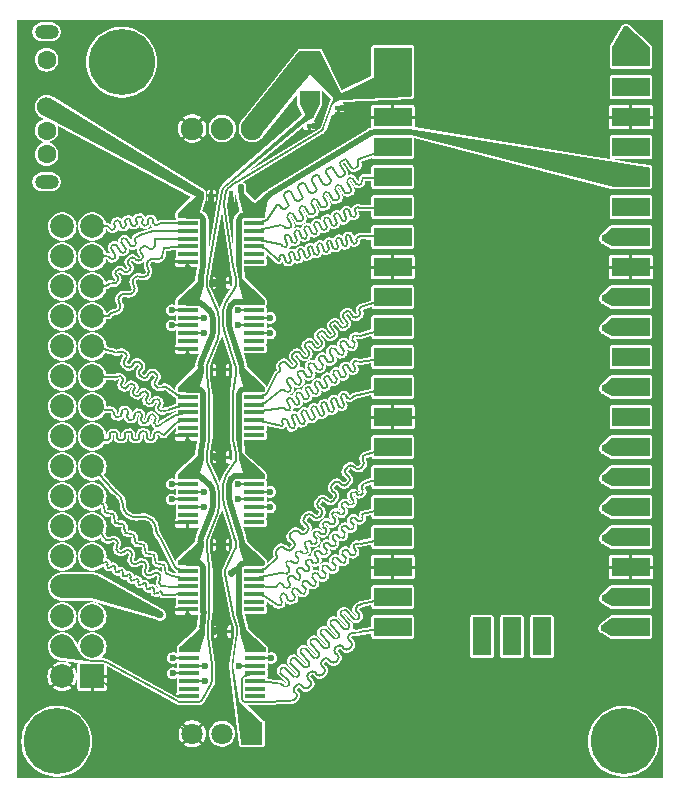
<source format=gtl>
G04 #@! TF.GenerationSoftware,KiCad,Pcbnew,8.0.3*
G04 #@! TF.CreationDate,2024-09-14T14:57:03+02:00*
G04 #@! TF.ProjectId,jitx-design,6a697478-2d64-4657-9369-676e2e6b6963,rev?*
G04 #@! TF.SameCoordinates,Original*
G04 #@! TF.FileFunction,Copper,L1,Top*
G04 #@! TF.FilePolarity,Positive*
%FSLAX46Y46*%
G04 Gerber Fmt 4.6, Leading zero omitted, Abs format (unit mm)*
G04 Created by KiCad (PCBNEW 8.0.3) date 2024-09-14 14:57:03*
%MOMM*%
%LPD*%
G01*
G04 APERTURE LIST*
G04 Aperture macros list*
%AMFreePoly0*
4,1,12,0.114805,0.602164,0.212132,0.537132,0.277164,0.439805,0.300000,0.325000,0.140139,-0.625000,-0.140139,-0.625000,-0.300000,0.325000,-0.277164,0.439805,-0.212132,0.537132,-0.114805,0.602164,0.000000,0.625000,0.114805,0.602164,0.114805,0.602164,$1*%
%AMFreePoly1*
4,1,13,0.430568,0.457772,0.527895,0.392740,0.592927,0.295413,0.615763,0.180608,0.592927,0.065803,0.527895,-0.031524,0.430568,-0.096556,-0.335485,-0.480608,-0.615763,-0.480608,-0.615763,0.119392,0.200958,0.457772,0.315763,0.480608,0.430568,0.457772,0.430568,0.457772,$1*%
%AMFreePoly2*
4,1,7,0.983939,0.204328,0.792597,-0.257612,0.716061,-0.242388,-0.983939,-0.192388,-0.983939,0.207612,0.716061,0.257612,0.983939,0.204328,0.983939,0.204328,$1*%
%AMFreePoly3*
4,1,7,1.078125,0.504489,0.621875,-1.104489,-1.078125,-1.104489,-1.078125,-0.704489,0.797847,1.104489,1.078125,1.104489,1.078125,0.504489,1.078125,0.504489,$1*%
%AMFreePoly4*
4,1,9,0.658344,-0.963834,0.736748,-1.357998,0.526471,-1.957998,0.246193,-1.957998,0.236748,-1.357998,0.196404,-1.155176,-0.736748,1.766656,-0.274808,1.957998,0.658344,-0.963834,0.658344,-0.963834,$1*%
%AMFreePoly5*
4,1,17,1.531091,0.261592,-0.168909,0.211592,-0.245445,0.196368,-0.310330,0.153014,-1.018959,-0.573724,-1.116286,-0.638756,-1.231091,-0.661592,-1.345896,-0.638756,-1.443223,-0.573724,-1.508255,-0.476397,-1.531091,-0.361592,-1.508255,-0.246787,-1.443223,-0.149460,-1.345896,-0.084429,-0.168909,0.661592,1.531091,0.661592,1.531091,0.261592,1.531091,0.261592,$1*%
%AMFreePoly6*
4,1,9,0.003536,0.003536,0.005000,0.000000,0.003536,-0.003536,0.000000,-0.005000,-0.003536,-0.003536,-0.005000,0.000000,-0.003536,0.003536,0.000000,0.005000,0.003536,0.003536,0.003536,0.003536,$1*%
%AMFreePoly7*
4,1,12,0.300000,-0.356472,0.277164,-0.471277,0.212132,-0.568604,0.114805,-0.633636,0.000000,-0.656472,-0.114805,-0.633636,-0.212132,-0.568604,-0.277164,-0.471277,-0.300000,-0.356472,-0.140139,0.656472,0.140139,0.656472,0.300000,-0.356472,0.300000,-0.356472,$1*%
%AMFreePoly8*
4,1,9,1.097487,-0.145711,-0.602513,-0.195711,-0.679049,-0.210935,-0.743934,-0.254289,-1.097487,0.099264,-0.870391,0.251005,-0.602513,0.254289,1.097487,0.254289,1.097487,-0.145711,1.097487,-0.145711,$1*%
%AMFreePoly9*
4,1,12,0.300000,-0.325000,0.277164,-0.439805,0.212132,-0.537132,0.114805,-0.602164,0.000000,-0.625000,-0.114805,-0.602164,-0.212132,-0.537132,-0.277164,-0.439805,-0.300000,-0.325000,-0.140139,0.625000,0.140139,0.625000,0.300000,-0.325000,0.300000,-0.325000,$1*%
%AMFreePoly10*
4,1,19,-2.135561,1.775272,3.333049,-1.274229,3.430376,-1.339261,3.495408,-1.436588,3.518244,-1.551393,3.495408,-1.666198,3.430376,-1.763525,3.333049,-1.828556,3.218244,-1.851393,3.103439,-1.828556,-2.900928,-0.072487,-3.225351,0.144286,-3.442124,0.468709,-3.518244,0.851393,-3.442124,1.234076,-3.225351,1.558499,-2.900928,1.775272,-2.518244,1.851393,-2.135561,1.775272,-2.135561,1.775272,
$1*%
%AMFreePoly11*
4,1,9,0.658344,-0.937039,0.736748,-1.331203,0.526471,-1.931203,0.246193,-1.931203,0.236748,-1.331203,0.196404,-1.128380,-0.736748,1.739861,-0.274808,1.931203,0.658344,-0.937039,0.658344,-0.937039,$1*%
%AMFreePoly12*
4,1,7,1.088999,0.654341,0.904038,0.377528,0.611001,-1.007895,-1.088999,-1.007895,-1.088999,-0.607895,0.735446,1.007895,1.088999,0.654341,1.088999,0.654341,$1*%
%AMFreePoly13*
4,1,7,0.269670,-0.365271,0.269670,-0.965271,-0.010608,-0.965271,-0.020053,-0.365271,-0.269670,0.965271,0.230330,0.965271,0.269670,-0.365271,0.269670,-0.365271,$1*%
%AMFreePoly14*
4,1,12,0.439805,0.277164,0.537132,0.212132,0.602164,0.114805,0.625000,0.000000,0.602164,-0.114805,0.537132,-0.212132,0.439805,-0.277164,0.325000,-0.300000,-0.625000,-0.140139,-0.625000,0.140139,0.325000,0.300000,0.439805,0.277164,0.439805,0.277164,$1*%
%AMFreePoly15*
4,1,5,1.600000,-2.070000,-1.600000,-2.070000,-1.600000,2.070000,1.600000,2.070000,1.600000,-2.070000,1.600000,-2.070000,$1*%
%AMFreePoly16*
4,1,7,1.078125,0.478424,0.621875,-1.078424,-1.078125,-1.078424,-1.078125,-0.678424,0.797847,1.078424,1.078125,1.078424,1.078125,0.478424,1.078125,0.478424,$1*%
%AMFreePoly17*
4,1,9,11.687500,-0.820000,11.687500,-2.420000,8.487500,-2.420000,-8.410963,1.904776,-8.487500,1.920000,-11.687500,1.920000,-11.687500,2.420000,-8.487500,2.420000,11.687500,-0.820000,11.687500,-0.820000,$1*%
%AMFreePoly18*
4,1,7,1.799014,-1.774965,1.799014,-2.055242,1.199014,-2.055242,-1.799014,0.955242,-1.799014,2.055242,-0.099014,2.055242,1.799014,-1.774965,1.799014,-1.774965,$1*%
%AMFreePoly19*
4,1,11,-1.180140,2.041118,-0.710140,-0.758882,-0.669796,-0.961704,-0.554907,-1.133649,1.310140,-2.819770,1.310140,-4.619770,-0.489860,-4.619770,-1.310140,2.041118,-0.960523,4.619770,-0.830523,4.619770,-1.180140,2.041118,-1.180140,2.041118,$1*%
%AMFreePoly20*
4,1,7,0.132847,-0.339936,0.123402,-0.939936,-0.156875,-0.939936,-0.367153,-0.339936,-0.132847,0.939936,0.367153,0.939936,0.132847,-0.339936,0.132847,-0.339936,$1*%
%AMFreePoly21*
4,1,7,0.850000,0.017000,0.300000,-1.117000,-0.300000,-1.117000,-0.850000,0.017000,-0.850000,1.117000,0.850000,1.117000,0.850000,0.017000,0.850000,0.017000,$1*%
%AMFreePoly22*
4,1,7,1.070469,-0.706314,1.070469,-1.106314,-0.629531,-1.106314,-1.070469,0.506314,-1.070469,1.106314,-0.790192,1.106314,1.070469,-0.706314,1.070469,-0.706314,$1*%
%AMFreePoly23*
4,1,7,1.070469,-0.652723,1.070469,-1.052723,-0.629531,-1.052723,-1.070469,0.452723,-1.070469,1.052723,-0.790192,1.052723,1.070469,-0.652723,1.070469,-0.652723,$1*%
%AMFreePoly24*
4,1,11,2.047482,-0.800000,-1.152518,-0.800000,-1.862287,-0.399877,-1.959614,-0.334845,-2.024646,-0.237518,-2.047482,-0.122713,-2.024646,-0.007908,-1.959614,0.089419,-1.152518,0.800000,2.047482,0.800000,2.047482,-0.800000,2.047482,-0.800000,$1*%
%AMFreePoly25*
4,1,7,0.269670,-0.338476,0.269670,-0.938476,-0.010608,-0.938476,-0.020053,-0.338476,-0.269670,0.938476,0.230330,0.938476,0.269670,-0.338476,0.269670,-0.338476,$1*%
%AMFreePoly26*
4,1,7,1.078125,0.452359,0.621875,-1.052359,-1.078125,-1.052359,-1.078125,-0.652359,0.797847,1.052359,1.078125,1.052359,1.078125,0.452359,1.078125,0.452359,$1*%
%AMFreePoly27*
4,1,13,0.452551,0.281908,0.549878,0.216877,0.614910,0.119550,0.637746,0.004745,0.614910,-0.110061,0.549878,-0.207388,0.452551,-0.272419,0.337746,-0.295255,-0.357468,-0.304745,-0.637746,-0.304745,-0.637746,0.295255,0.337746,0.304745,0.452551,0.281908,0.452551,0.281908,$1*%
%AMFreePoly28*
4,1,14,3.333187,2.658105,1.491766,0.499526,-1.711435,-3.479856,-2.019638,-3.685790,-2.383187,-3.758105,-2.746736,-3.685790,-3.054938,-3.479856,-3.260872,-3.171654,-3.333187,-2.808105,-3.260872,-2.444555,-3.054938,-2.136353,1.633187,3.758105,3.333187,3.758105,3.333187,2.658105,3.333187,2.658105,$1*%
%AMFreePoly29*
4,1,8,1.291342,0.125000,1.291342,-0.275000,-0.408658,-0.275000,-0.908658,-0.225000,-1.100000,-0.263060,-1.291342,0.198880,-0.908658,0.275000,1.291342,0.125000,1.291342,0.125000,$1*%
%AMFreePoly30*
4,1,19,1.652683,0.923880,1.977107,0.707107,2.193880,0.382683,2.270000,0.000000,2.193880,-0.382683,1.977107,-0.707107,1.652683,-0.923880,1.270000,-1.000000,-1.270000,-1.000000,-1.652683,-0.923880,-1.977107,-0.707107,-2.193880,-0.382683,-2.270000,0.000000,-2.193880,0.382683,-1.977107,0.707107,-1.652683,0.923880,-1.270000,1.000000,1.270000,1.000000,1.652683,0.923880,1.652683,0.923880,
$1*%
%AMFreePoly31*
4,1,20,-0.887317,1.093880,-0.562893,0.877107,-0.346120,0.552683,0.161345,-0.289220,0.421472,-0.678528,0.810780,-0.938655,1.270000,-1.030000,2.270000,-1.040000,2.270000,-1.170000,1.270000,-1.160000,-1.270000,-0.830000,-1.652683,-0.753880,-1.977107,-0.537107,-2.193880,-0.212683,-2.270000,0.170000,-2.193880,0.552683,-1.977107,0.877107,-1.652683,1.093880,-1.270000,1.170000,-0.887317,1.093880,
-0.887317,1.093880,$1*%
%AMFreePoly32*
4,1,9,0.729093,1.415956,-0.188749,-0.804475,-0.229093,-1.007297,-0.238538,-1.607297,-0.518815,-1.607297,-0.729093,-1.007297,-0.650689,-0.613133,0.267153,1.607297,0.729093,1.415956,0.729093,1.415956,$1*%
%AMFreePoly33*
4,1,11,-0.297277,1.672335,-0.199950,1.607303,1.600000,-0.095171,1.600000,-1.695171,-1.600000,-1.695171,-1.600000,-0.095171,-0.689246,1.509976,-0.624214,1.607303,-0.526887,1.672335,-0.412082,1.695171,-0.297277,1.672335,-0.297277,1.672335,$1*%
%AMFreePoly34*
4,1,7,1.070469,-0.679519,1.070469,-1.079519,-0.629531,-1.079519,-1.070469,0.479519,-1.070469,1.079519,-0.790192,1.079519,1.070469,-0.679519,1.070469,-0.679519,$1*%
%AMFreePoly35*
4,1,7,1.078125,0.491457,0.621875,-1.091457,-1.078125,-1.091457,-1.078125,-0.691457,0.797847,1.091457,1.078125,1.091457,1.078125,0.491457,1.078125,0.491457,$1*%
%AMFreePoly36*
4,1,10,3.863538,2.898402,3.187001,2.543733,3.122116,2.500378,-3.628544,-3.006735,-3.743433,-3.178680,-3.863538,-3.128931,-3.720468,-2.914811,3.263538,3.178680,3.863538,3.178680,3.863538,2.898402,3.863538,2.898402,$1*%
%AMFreePoly37*
4,1,9,0.729093,1.442021,-0.188749,-0.830540,-0.229093,-1.033363,-0.238538,-1.633363,-0.518815,-1.633363,-0.729093,-1.033363,-0.650689,-0.639199,0.267153,1.633363,0.729093,1.442021,0.729093,1.442021,$1*%
%AMFreePoly38*
4,1,7,0.182847,-0.392066,0.173402,-0.992066,-0.106875,-0.992066,-0.317153,-0.392066,-0.182847,0.992066,0.317153,0.992066,0.182847,-0.392066,0.182847,-0.392066,$1*%
%AMFreePoly39*
4,1,7,3.240188,-0.669669,-2.640188,-0.930331,-3.240188,-0.930331,-3.240188,-0.650054,0.040188,0.930331,3.240188,0.930331,3.240188,-0.669669,3.240188,-0.669669,$1*%
%AMFreePoly40*
4,1,7,1.078125,0.439326,0.621875,-1.039326,-1.078125,-1.039326,-1.078125,-0.639326,0.797847,1.039326,1.078125,1.039326,1.078125,0.439326,1.078125,0.439326,$1*%
%AMFreePoly41*
4,1,7,1.070469,-0.639326,1.070469,-1.039326,-0.629531,-1.039326,-1.070469,0.439326,-1.070469,1.039326,-0.790192,1.039326,1.070469,-0.639326,1.070469,-0.639326,$1*%
%AMFreePoly42*
4,1,14,-5.933665,4.232360,7.039812,-3.693256,7.039812,-4.293256,6.759534,-4.293256,-5.857129,2.417136,-6.545959,2.754153,-6.805497,2.927571,-6.978916,3.187110,-7.039812,3.493256,-6.978916,3.799403,-6.805497,4.058942,-6.545959,4.232360,-6.239812,4.293256,-5.933665,4.232360,-5.933665,4.232360,$1*%
%AMFreePoly43*
4,1,7,1.078125,0.465391,0.621875,-1.065391,-1.078125,-1.065391,-1.078125,-0.665391,0.797847,1.065391,1.078125,1.065391,1.078125,0.465391,1.078125,0.465391,$1*%
%AMFreePoly44*
4,1,9,0.319762,0.040366,0.398166,-0.353798,0.187889,-0.953798,-0.092389,-0.953798,-0.101834,-0.353798,-0.142178,-0.150976,-0.398166,0.762456,0.063774,0.953798,0.319762,0.040366,0.319762,0.040366,$1*%
%AMFreePoly45*
4,1,13,0.199867,0.270342,0.314672,0.247506,0.411999,0.182474,0.477031,0.085147,0.499867,-0.029658,0.477031,-0.144463,0.411999,-0.241790,0.314672,-0.306822,0.199867,-0.329658,-0.499867,-0.270342,-0.499867,0.329658,-0.219589,0.329658,0.199867,0.270342,0.199867,0.270342,$1*%
%AMFreePoly46*
4,1,7,0.132847,-0.366001,0.123402,-0.966001,-0.156875,-0.966001,-0.367153,-0.366001,-0.132847,0.966001,0.367153,0.966001,0.132847,-0.366001,0.132847,-0.366001,$1*%
%AMFreePoly47*
4,1,11,2.078028,-0.800000,-1.121972,-0.800000,-1.892833,-0.362365,-1.990160,-0.297333,-2.055192,-0.200006,-2.078028,-0.085201,-2.055192,0.029604,-1.990160,0.126931,-1.121972,0.800000,2.078028,0.800000,2.078028,-0.800000,2.078028,-0.800000,$1*%
%AMFreePoly48*
4,1,7,1.070469,-0.666121,1.070469,-1.066121,-0.629531,-1.066121,-1.070469,0.466121,-1.070469,1.066121,-0.790192,1.066121,1.070469,-0.666121,1.070469,-0.666121,$1*%
%AMFreePoly49*
4,1,7,1.070469,-0.692916,1.070469,-1.092916,-0.629531,-1.092916,-1.070469,0.492916,-1.070469,1.092916,-0.790192,1.092916,1.070469,-0.692916,1.070469,-0.692916,$1*%
%AMFreePoly50*
4,1,10,0.818044,1.081956,0.141508,0.727287,0.076623,0.683932,0.033268,0.619047,-0.697940,-1.362233,-0.818044,-1.312484,-0.086836,0.668796,0.218044,1.362233,0.818044,1.362233,0.818044,1.081956,0.818044,1.081956,$1*%
G04 Aperture macros list end*
G04 #@! TA.AperFunction,SMDPad,CuDef*
%ADD10FreePoly0,0.000000*%
G04 #@! TD*
G04 #@! TA.AperFunction,SMDPad,CuDef*
%ADD11FreePoly1,0.000000*%
G04 #@! TD*
G04 #@! TA.AperFunction,SMDPad,CuDef*
%ADD12FreePoly2,0.000000*%
G04 #@! TD*
G04 #@! TA.AperFunction,SMDPad,CuDef*
%ADD13R,0.600000X0.280278*%
G04 #@! TD*
G04 #@! TA.AperFunction,ComponentPad*
%ADD14C,3.600000*%
G04 #@! TD*
G04 #@! TA.AperFunction,ConnectorPad*
%ADD15C,5.600000*%
G04 #@! TD*
G04 #@! TA.AperFunction,SMDPad,CuDef*
%ADD16FreePoly3,0.000000*%
G04 #@! TD*
G04 #@! TA.AperFunction,SMDPad,CuDef*
%ADD17R,0.280278X0.600000*%
G04 #@! TD*
G04 #@! TA.AperFunction,SMDPad,CuDef*
%ADD18FreePoly4,0.000000*%
G04 #@! TD*
G04 #@! TA.AperFunction,SMDPad,CuDef*
%ADD19FreePoly5,0.000000*%
G04 #@! TD*
G04 #@! TA.AperFunction,SMDPad,CuDef*
%ADD20FreePoly6,0.000000*%
G04 #@! TD*
G04 #@! TA.AperFunction,SMDPad,CuDef*
%ADD21R,1.700000X0.400000*%
G04 #@! TD*
G04 #@! TA.AperFunction,SMDPad,CuDef*
%ADD22FreePoly7,0.000000*%
G04 #@! TD*
G04 #@! TA.AperFunction,SMDPad,CuDef*
%ADD23FreePoly8,0.000000*%
G04 #@! TD*
G04 #@! TA.AperFunction,ComponentPad*
%ADD24R,1.800000X1.800000*%
G04 #@! TD*
G04 #@! TA.AperFunction,ComponentPad*
%ADD25C,1.800000*%
G04 #@! TD*
G04 #@! TA.AperFunction,SMDPad,CuDef*
%ADD26FreePoly9,0.000000*%
G04 #@! TD*
G04 #@! TA.AperFunction,SMDPad,CuDef*
%ADD27FreePoly10,0.000000*%
G04 #@! TD*
G04 #@! TA.AperFunction,SMDPad,CuDef*
%ADD28FreePoly11,0.000000*%
G04 #@! TD*
G04 #@! TA.AperFunction,SMDPad,CuDef*
%ADD29FreePoly12,0.000000*%
G04 #@! TD*
G04 #@! TA.AperFunction,SMDPad,CuDef*
%ADD30FreePoly13,0.000000*%
G04 #@! TD*
G04 #@! TA.AperFunction,SMDPad,CuDef*
%ADD31FreePoly14,0.000000*%
G04 #@! TD*
G04 #@! TA.AperFunction,SMDPad,CuDef*
%ADD32FreePoly15,0.000000*%
G04 #@! TD*
G04 #@! TA.AperFunction,SMDPad,CuDef*
%ADD33FreePoly16,0.000000*%
G04 #@! TD*
G04 #@! TA.AperFunction,SMDPad,CuDef*
%ADD34FreePoly17,0.000000*%
G04 #@! TD*
G04 #@! TA.AperFunction,SMDPad,CuDef*
%ADD35FreePoly18,0.000000*%
G04 #@! TD*
G04 #@! TA.AperFunction,SMDPad,CuDef*
%ADD36FreePoly19,0.000000*%
G04 #@! TD*
G04 #@! TA.AperFunction,SMDPad,CuDef*
%ADD37FreePoly20,0.000000*%
G04 #@! TD*
G04 #@! TA.AperFunction,SMDPad,CuDef*
%ADD38FreePoly21,0.000000*%
G04 #@! TD*
G04 #@! TA.AperFunction,SMDPad,CuDef*
%ADD39FreePoly22,0.000000*%
G04 #@! TD*
G04 #@! TA.AperFunction,SMDPad,CuDef*
%ADD40FreePoly23,0.000000*%
G04 #@! TD*
G04 #@! TA.AperFunction,SMDPad,CuDef*
%ADD41FreePoly24,0.000000*%
G04 #@! TD*
G04 #@! TA.AperFunction,SMDPad,CuDef*
%ADD42FreePoly25,0.000000*%
G04 #@! TD*
G04 #@! TA.AperFunction,SMDPad,CuDef*
%ADD43FreePoly26,0.000000*%
G04 #@! TD*
G04 #@! TA.AperFunction,ComponentPad*
%ADD44R,2.000000X2.000000*%
G04 #@! TD*
G04 #@! TA.AperFunction,ComponentPad*
%ADD45C,2.000000*%
G04 #@! TD*
G04 #@! TA.AperFunction,SMDPad,CuDef*
%ADD46FreePoly27,0.000000*%
G04 #@! TD*
G04 #@! TA.AperFunction,SMDPad,CuDef*
%ADD47FreePoly28,0.000000*%
G04 #@! TD*
G04 #@! TA.AperFunction,SMDPad,CuDef*
%ADD48FreePoly29,0.000000*%
G04 #@! TD*
G04 #@! TA.AperFunction,SMDPad,CuDef*
%ADD49FreePoly30,0.000000*%
G04 #@! TD*
G04 #@! TA.AperFunction,SMDPad,CuDef*
%ADD50FreePoly31,0.000000*%
G04 #@! TD*
G04 #@! TA.AperFunction,SMDPad,CuDef*
%ADD51FreePoly32,0.000000*%
G04 #@! TD*
G04 #@! TA.AperFunction,SMDPad,CuDef*
%ADD52FreePoly33,0.000000*%
G04 #@! TD*
G04 #@! TA.AperFunction,ComponentPad*
%ADD53C,1.600000*%
G04 #@! TD*
G04 #@! TA.AperFunction,ComponentPad*
%ADD54O,2.000000X1.200000*%
G04 #@! TD*
G04 #@! TA.AperFunction,SMDPad,CuDef*
%ADD55FreePoly34,0.000000*%
G04 #@! TD*
G04 #@! TA.AperFunction,SMDPad,CuDef*
%ADD56FreePoly35,0.000000*%
G04 #@! TD*
G04 #@! TA.AperFunction,SMDPad,CuDef*
%ADD57FreePoly36,0.000000*%
G04 #@! TD*
G04 #@! TA.AperFunction,SMDPad,CuDef*
%ADD58FreePoly37,0.000000*%
G04 #@! TD*
G04 #@! TA.AperFunction,SMDPad,CuDef*
%ADD59FreePoly38,0.000000*%
G04 #@! TD*
G04 #@! TA.AperFunction,SMDPad,CuDef*
%ADD60FreePoly39,0.000000*%
G04 #@! TD*
G04 #@! TA.AperFunction,SMDPad,CuDef*
%ADD61FreePoly40,0.000000*%
G04 #@! TD*
G04 #@! TA.AperFunction,SMDPad,CuDef*
%ADD62FreePoly41,0.000000*%
G04 #@! TD*
G04 #@! TA.AperFunction,SMDPad,CuDef*
%ADD63FreePoly42,0.000000*%
G04 #@! TD*
G04 #@! TA.AperFunction,SMDPad,CuDef*
%ADD64FreePoly43,0.000000*%
G04 #@! TD*
G04 #@! TA.AperFunction,SMDPad,CuDef*
%ADD65FreePoly44,0.000000*%
G04 #@! TD*
G04 #@! TA.AperFunction,SMDPad,CuDef*
%ADD66FreePoly45,0.000000*%
G04 #@! TD*
G04 #@! TA.AperFunction,SMDPad,CuDef*
%ADD67R,1.700000X1.100000*%
G04 #@! TD*
G04 #@! TA.AperFunction,SMDPad,CuDef*
%ADD68FreePoly46,0.000000*%
G04 #@! TD*
G04 #@! TA.AperFunction,SMDPad,CuDef*
%ADD69FreePoly47,0.000000*%
G04 #@! TD*
G04 #@! TA.AperFunction,SMDPad,CuDef*
%ADD70FreePoly48,0.000000*%
G04 #@! TD*
G04 #@! TA.AperFunction,SMDPad,CuDef*
%ADD71FreePoly49,0.000000*%
G04 #@! TD*
G04 #@! TA.AperFunction,SMDPad,CuDef*
%ADD72R,3.200000X1.600000*%
G04 #@! TD*
G04 #@! TA.AperFunction,SMDPad,CuDef*
%ADD73R,1.600000X3.200000*%
G04 #@! TD*
G04 #@! TA.AperFunction,SMDPad,CuDef*
%ADD74FreePoly50,0.000000*%
G04 #@! TD*
G04 #@! TA.AperFunction,ComponentPad*
%ADD75C,1.900000*%
G04 #@! TD*
G04 #@! TA.AperFunction,ViaPad*
%ADD76C,0.600000*%
G04 #@! TD*
G04 #@! TA.AperFunction,Conductor*
%ADD77C,0.130000*%
G04 #@! TD*
G04 #@! TA.AperFunction,Conductor*
%ADD78C,0.500000*%
G04 #@! TD*
G04 APERTURE END LIST*
D10*
X131057608Y-90437491D03*
D11*
X129169864Y-127529779D03*
D12*
X126742347Y-92482730D03*
D13*
X139363090Y-82518934D03*
X139363090Y-83338656D03*
D14*
X163500000Y-137000000D03*
D15*
X163500000Y-137000000D03*
D16*
X126836532Y-91570629D03*
D17*
X128594240Y-105543839D03*
X127774518Y-105543839D03*
D18*
X130671276Y-118662811D03*
D19*
X131527316Y-122387848D03*
D20*
X131527316Y-122387848D03*
D13*
X136915062Y-84042448D03*
X136915062Y-84862170D03*
D21*
X126708407Y-129289039D03*
X126708407Y-129939039D03*
X126708407Y-130589039D03*
X126708407Y-131239039D03*
X126708407Y-131889039D03*
X126708407Y-132539039D03*
X126708407Y-133189039D03*
X132308407Y-133189039D03*
X132308407Y-132539039D03*
X132308407Y-131889039D03*
X132308407Y-131239039D03*
X132308407Y-130589039D03*
X132308407Y-129939039D03*
X132308407Y-129289039D03*
D14*
X115500000Y-137000000D03*
D15*
X115500000Y-137000000D03*
D22*
X130237885Y-91118963D03*
D23*
X131960920Y-121980545D03*
D24*
X132048688Y-136349927D03*
D25*
X129508688Y-136349927D03*
X126968688Y-136349927D03*
D17*
X128594240Y-120321538D03*
X127774518Y-120321538D03*
D26*
X128594240Y-91091140D03*
D27*
X121026186Y-124732341D03*
D28*
X130671276Y-103910447D03*
D29*
X132447407Y-91667224D03*
D17*
X128594240Y-98154989D03*
X127774518Y-98154989D03*
X130237886Y-120320808D03*
X131057608Y-120320808D03*
X128694240Y-127710388D03*
X127874518Y-127710388D03*
D30*
X130928077Y-112265958D03*
D12*
X126742347Y-114571083D03*
D31*
X137240062Y-84862171D03*
D21*
X126608407Y-99837902D03*
X126608407Y-100487902D03*
X126608407Y-101137902D03*
X126608407Y-101787902D03*
X126608407Y-102437902D03*
X126608407Y-103087902D03*
X126608407Y-103737902D03*
X132208407Y-103737902D03*
X132208407Y-103087902D03*
X132208407Y-102437902D03*
X132208407Y-101787902D03*
X132208407Y-101137902D03*
X132208407Y-100487902D03*
X132208407Y-99837902D03*
D17*
X130237886Y-105541650D03*
X131057608Y-105541650D03*
D32*
X143943466Y-80328410D03*
D33*
X126836532Y-106322263D03*
D12*
X126742347Y-99845515D03*
D34*
X154030966Y-87598410D03*
D35*
X137864076Y-80603830D03*
D36*
X131638548Y-132630158D03*
D20*
X131638548Y-132630158D03*
D37*
X127791254Y-97515054D03*
D38*
X136915062Y-83065588D03*
D39*
X131987938Y-91568805D03*
D40*
X131987938Y-121073532D03*
D41*
X163670984Y-112078410D03*
D42*
X130928077Y-97513594D03*
D41*
X163670984Y-114618410D03*
D43*
X126836532Y-121073897D03*
D44*
X118507941Y-131500949D03*
D45*
X115967941Y-131500949D03*
X118507941Y-128960949D03*
X115967941Y-128960949D03*
X118507941Y-126420949D03*
X115967941Y-126420949D03*
X118507941Y-123880949D03*
X115967941Y-123880949D03*
X118507941Y-121340949D03*
X115967941Y-121340949D03*
X118507941Y-118800949D03*
X115967941Y-118800949D03*
X118507941Y-116260949D03*
X115967941Y-116260949D03*
X118507941Y-113720949D03*
X115967941Y-113720949D03*
X118507941Y-111180949D03*
X115967941Y-111180949D03*
X118507941Y-108640949D03*
X115967941Y-108640949D03*
X118507941Y-106100949D03*
X115967941Y-106100949D03*
X118507941Y-103560949D03*
X115967941Y-103560949D03*
X118507941Y-101020949D03*
X115967941Y-101020949D03*
X118507941Y-98480949D03*
X115967941Y-98480949D03*
X118507941Y-95940949D03*
X115967941Y-95940949D03*
X118507941Y-93400949D03*
X115967941Y-93400949D03*
D46*
X129091847Y-98150245D03*
D47*
X134431875Y-82306693D03*
D31*
X139688090Y-83338656D03*
D48*
X131767066Y-114488471D03*
D23*
X131960920Y-107254976D03*
X131960920Y-92529408D03*
D12*
X126742347Y-107208299D03*
D41*
X163670984Y-99378410D03*
D49*
X117237941Y-123880949D03*
D50*
X117237941Y-129130949D03*
D20*
X117237941Y-129130949D03*
D41*
X163670984Y-101918410D03*
D51*
X128153194Y-104236542D03*
D41*
X163670984Y-117158410D03*
D52*
X164118466Y-78163239D03*
D21*
X126608407Y-121926255D03*
X126608407Y-122576255D03*
X126608407Y-123226255D03*
X126608407Y-123876255D03*
X126608407Y-124526255D03*
X126608407Y-125176255D03*
X126608407Y-125826255D03*
X132208407Y-125826255D03*
X132208407Y-125176255D03*
X132208407Y-124526255D03*
X132208407Y-123876255D03*
X132208407Y-123226255D03*
X132208407Y-122576255D03*
X132208407Y-121926255D03*
D53*
X114635033Y-79279627D03*
X114635033Y-83279627D03*
X114635033Y-85279627D03*
X114635033Y-87279627D03*
D54*
X114635033Y-89629627D03*
X114635033Y-76929627D03*
D41*
X163670984Y-119698410D03*
X163670984Y-124778410D03*
D17*
X128594240Y-112932689D03*
X127774518Y-112932689D03*
D55*
X131987938Y-106321168D03*
D56*
X126836532Y-98946446D03*
D57*
X133351524Y-87080989D03*
D17*
X130237886Y-98152070D03*
X131057608Y-98152070D03*
D58*
X128153194Y-118988175D03*
D17*
X130237886Y-112931229D03*
X131057608Y-112931229D03*
D59*
X127841254Y-127018321D03*
D48*
X131767066Y-99762902D03*
D60*
X142303278Y-81728741D03*
D21*
X126608407Y-114563471D03*
X126608407Y-115213471D03*
X126608407Y-115863471D03*
X126608407Y-116513471D03*
X126608407Y-117163471D03*
X126608407Y-117813471D03*
X126608407Y-118463471D03*
X132208407Y-118463471D03*
X132208407Y-117813471D03*
X132208407Y-117163471D03*
X132208407Y-116513471D03*
X132208407Y-115863471D03*
X132208407Y-115213471D03*
X132208407Y-114563471D03*
D61*
X126936532Y-128449714D03*
D62*
X132087938Y-128449714D03*
D41*
X163670984Y-94298410D03*
D63*
X120874845Y-86772884D03*
D64*
X126836532Y-113698080D03*
D65*
X131109858Y-127056590D03*
D66*
X128953968Y-112962347D03*
D67*
X136915062Y-82498588D03*
X136915062Y-79098588D03*
D68*
X127791254Y-112266688D03*
D17*
X128594240Y-90766140D03*
X127774518Y-90766140D03*
D14*
X121000000Y-79500000D03*
D15*
X121000000Y-79500000D03*
D41*
X163670984Y-106998410D03*
D69*
X163640438Y-127318410D03*
D17*
X130337886Y-127710388D03*
X131157608Y-127710388D03*
D70*
X131987938Y-113697350D03*
D71*
X131987938Y-98944986D03*
D21*
X126608407Y-92475118D03*
X126608407Y-93125118D03*
X126608407Y-93775118D03*
X126608407Y-94425118D03*
X126608407Y-95075118D03*
X126608407Y-95725118D03*
X126608407Y-96375118D03*
X132208407Y-96375118D03*
X132208407Y-95725118D03*
X132208407Y-95075118D03*
X132208407Y-94425118D03*
X132208407Y-93775118D03*
X132208407Y-93125118D03*
X132208407Y-92475118D03*
D72*
X143943466Y-79058410D03*
X143943466Y-81598410D03*
X143943466Y-84138410D03*
X143943466Y-86678410D03*
X143943466Y-89218410D03*
X143943466Y-91758410D03*
X143943466Y-94298410D03*
X143943466Y-96838410D03*
X143943466Y-99378410D03*
X143943466Y-101918410D03*
X143943466Y-104458410D03*
X143943466Y-106998410D03*
X143943466Y-109538410D03*
X143943466Y-112078410D03*
X143943466Y-114618410D03*
X143943466Y-117158410D03*
X143943466Y-119698410D03*
X143943466Y-122238410D03*
X143943466Y-124778410D03*
X143943466Y-127318410D03*
X164118466Y-127318410D03*
X164118466Y-124778410D03*
X164118466Y-122238410D03*
X164118466Y-119698410D03*
X164118466Y-117158410D03*
X164118466Y-114618410D03*
X164118466Y-112078410D03*
X164118466Y-109538410D03*
X164118466Y-106998410D03*
X164118466Y-104458410D03*
X164118466Y-101918410D03*
X164118466Y-99378410D03*
X164118466Y-96838410D03*
X164118466Y-94298410D03*
X164118466Y-91758410D03*
X164118466Y-89218410D03*
X164118466Y-86678410D03*
X164118466Y-84138410D03*
X164118466Y-81598410D03*
X164118466Y-79058410D03*
D73*
X151491466Y-128118410D03*
X154031466Y-128118410D03*
X156571466Y-128118410D03*
D17*
X130237886Y-90762491D03*
X131057608Y-90762491D03*
D12*
X126742347Y-121933867D03*
D74*
X138845046Y-83741028D03*
D20*
X138845046Y-83741028D03*
D21*
X126608407Y-107200687D03*
X126608407Y-107850687D03*
X126608407Y-108500687D03*
X126608407Y-109150687D03*
X126608407Y-109800687D03*
X126608407Y-110450687D03*
X126608407Y-111100687D03*
X132208407Y-111100687D03*
X132208407Y-110450687D03*
X132208407Y-109800687D03*
X132208407Y-109150687D03*
X132208407Y-108500687D03*
X132208407Y-107850687D03*
X132208407Y-107200687D03*
D75*
X132048688Y-85114797D03*
X129508688Y-85114797D03*
X126968688Y-85114797D03*
D76*
X128058407Y-131889039D03*
X127958407Y-101137902D03*
X161923502Y-99501123D03*
X133558407Y-101137902D03*
X124244430Y-126283734D03*
X131057608Y-90112491D03*
X130296225Y-122749440D03*
X161923502Y-112201123D03*
X130858407Y-115213471D03*
X125258407Y-100487902D03*
X125358407Y-131239039D03*
X127958407Y-117163471D03*
X161923502Y-114741123D03*
X133558407Y-115863471D03*
X161923502Y-102041123D03*
X130858407Y-101787902D03*
X125258407Y-116513471D03*
X161923502Y-117281123D03*
X130858407Y-116513471D03*
X128058407Y-130589039D03*
X127958407Y-115863471D03*
X133558407Y-102437902D03*
X161923502Y-107121123D03*
X133558407Y-117163471D03*
X161923502Y-119821123D03*
X125358407Y-129939039D03*
X125258407Y-115213471D03*
X129429593Y-98145500D03*
X129407610Y-105556333D03*
X126608407Y-126376255D03*
X137565062Y-84862171D03*
X128594240Y-91416140D03*
X126608407Y-96925118D03*
X129485627Y-127349171D03*
X140013090Y-83338656D03*
X126608407Y-111650687D03*
X126608407Y-104334535D03*
X130237885Y-91475435D03*
X129153835Y-112992005D03*
X133658407Y-129939039D03*
X161923502Y-124901123D03*
X127958407Y-102437902D03*
X130958407Y-130589039D03*
X161862410Y-127403611D03*
X163706385Y-76768068D03*
X161923502Y-94421123D03*
X130858407Y-100487902D03*
X125258407Y-101787902D03*
D77*
X131403748Y-131429738D02*
X132308407Y-131239039D01*
X135270731Y-133551006D02*
X135270731Y-133551006D01*
X136973313Y-132292894D02*
X136798840Y-132459260D01*
X138124829Y-131194879D02*
X137950357Y-131361244D01*
X140757889Y-127801337D02*
X140757889Y-127801337D01*
X137928914Y-130587677D02*
X138134152Y-130802915D01*
X138112708Y-130029347D02*
X137938236Y-130195713D01*
X135625880Y-132783707D02*
X135760106Y-132924474D01*
X131193407Y-133389039D02*
X131193407Y-131689039D01*
X140427863Y-128998848D02*
X140253391Y-129165214D01*
X135809675Y-132225378D02*
X135635202Y-132391744D01*
X139264225Y-128931331D02*
X139089753Y-129097697D01*
X135750784Y-133316438D02*
X135564525Y-133494043D01*
X137558393Y-131351922D02*
X137353155Y-131136684D01*
X139080431Y-129489661D02*
X139285668Y-129704899D01*
X134976938Y-133607969D02*
X133165131Y-133653954D01*
X138709910Y-130253907D02*
X138504672Y-130038669D01*
X136961192Y-131127362D02*
X136786719Y-131293728D01*
X140231948Y-128391646D02*
X140437185Y-128606884D01*
X136777397Y-131685692D02*
X136982635Y-131900930D01*
X133158407Y-133654039D02*
X131458407Y-133654039D01*
X139276346Y-130096863D02*
X139101874Y-130263229D01*
X143943466Y-127318410D02*
X141100037Y-127769359D01*
X136406876Y-132449938D02*
X136201639Y-132234700D01*
X140415742Y-127833316D02*
X140241270Y-127999682D01*
X139861427Y-129155891D02*
X139656189Y-128940653D01*
X140437185Y-128606884D02*
G75*
G02*
X140427859Y-128998844I-200685J-191316D01*
G01*
X136982635Y-131900930D02*
G75*
G02*
X136973361Y-132292944I-200635J-191370D01*
G01*
X139089753Y-129097697D02*
G75*
G03*
X139080473Y-129489621I191347J-200603D01*
G01*
X137938236Y-130195713D02*
G75*
G03*
X137928870Y-130587719I191364J-200687D01*
G01*
X136798840Y-132459260D02*
G75*
G02*
X136406856Y-132449957I-191340J200660D01*
G01*
X135270731Y-133551006D02*
G75*
G03*
X134976970Y-133608002I-102431J-257594D01*
G01*
X136786719Y-131293728D02*
G75*
G03*
X136777366Y-131685721I191281J-200672D01*
G01*
X140241270Y-127999682D02*
G75*
G03*
X140231974Y-128391621I191330J-200618D01*
G01*
X131193407Y-131689039D02*
G75*
G02*
X131403741Y-131429705I264993J39D01*
G01*
X135760106Y-132924474D02*
G75*
G02*
X135750788Y-133316442I-200606J-191326D01*
G01*
X139101874Y-130263229D02*
G75*
G02*
X138709958Y-130253861I-191274J200629D01*
G01*
X141100037Y-127769359D02*
G75*
G02*
X140757879Y-127801352I-191337J200659D01*
G01*
X137353155Y-131136684D02*
G75*
G03*
X136961180Y-131127349I-200655J-191316D01*
G01*
X139285668Y-129704899D02*
G75*
G02*
X139276327Y-130096843I-200668J-191301D01*
G01*
X139656189Y-128940653D02*
G75*
G03*
X139264181Y-128931285I-200689J-191347D01*
G01*
X138504672Y-130038669D02*
G75*
G03*
X138112680Y-130029318I-200672J-191331D01*
G01*
X131458407Y-133654039D02*
G75*
G02*
X131193361Y-133389039I-7J265039D01*
G01*
X135635202Y-132391744D02*
G75*
G03*
X135625866Y-132783721I191298J-200656D01*
G01*
X138134152Y-130802915D02*
G75*
G02*
X138124795Y-131194843I-200652J-191285D01*
G01*
X140253391Y-129165214D02*
G75*
G02*
X139861458Y-129155862I-191291J200614D01*
G01*
X133165131Y-133653954D02*
G75*
G02*
X133158407Y-133654040I-6731J262654D01*
G01*
X137950357Y-131361244D02*
G75*
G02*
X137558356Y-131351957I-191357J200644D01*
G01*
X140757889Y-127801337D02*
G75*
G03*
X140415770Y-127833345I-150789J-232663D01*
G01*
X136201639Y-132234700D02*
G75*
G03*
X135809678Y-132225382I-200639J-191300D01*
G01*
X135564525Y-133494043D02*
G75*
G02*
X135270730Y-133551010I-191325J200643D01*
G01*
X135591086Y-109316190D02*
X135464250Y-109369112D01*
X135379248Y-109575832D02*
X135655637Y-110238255D01*
X138727722Y-108178714D02*
X139004111Y-108841137D01*
X133113067Y-109991385D02*
X132208407Y-109800687D01*
X134542130Y-109925112D02*
X134619465Y-110110462D01*
X143943466Y-106998410D02*
X140649531Y-107765730D01*
X137053485Y-108877273D02*
X137329874Y-109539696D01*
X137244872Y-109746417D02*
X137118036Y-109799338D01*
X138919109Y-109047858D02*
X138792273Y-109100779D01*
X136216366Y-109226553D02*
X136492756Y-109888976D01*
X139422670Y-108666497D02*
X139146281Y-108004075D01*
X139776678Y-107569793D02*
X139649842Y-107622714D01*
X135570635Y-110444976D02*
X135443799Y-110497897D01*
X138585552Y-109015777D02*
X138309163Y-108353354D01*
X136428205Y-108966911D02*
X136301369Y-109019832D01*
X137265323Y-108617631D02*
X137138487Y-108670553D01*
X140086282Y-107901375D02*
X139983399Y-107654795D01*
X139564840Y-107829435D02*
X139841230Y-108491858D01*
X140572897Y-107833649D02*
X140572897Y-107833649D01*
X136074197Y-110063615D02*
X135797807Y-109401193D01*
X134534463Y-110317183D02*
X133117620Y-109992387D01*
X137748434Y-109365056D02*
X137472044Y-108702634D01*
X138939560Y-107919072D02*
X138812724Y-107971994D01*
X139756227Y-108698579D02*
X139629391Y-108751500D01*
X136911315Y-109714336D02*
X136634926Y-109051913D01*
X140496262Y-107901569D02*
X140293003Y-107986377D01*
X138102442Y-108268352D02*
X137975606Y-108321273D01*
X134753968Y-109665470D02*
X134627132Y-109718391D01*
X135237078Y-110412895D02*
X134960689Y-109750472D01*
X138081991Y-109397138D02*
X137955154Y-109450059D01*
X136407754Y-110095697D02*
X136280918Y-110148618D01*
X137890603Y-108527994D02*
X138166993Y-109190417D01*
X134960689Y-109750472D02*
G75*
G03*
X134753948Y-109665421I-145889J-60828D01*
G01*
X138166993Y-109190417D02*
G75*
G02*
X138082009Y-109397182I-145893J-60883D01*
G01*
X139629391Y-108751500D02*
G75*
G02*
X139422613Y-108666521I-60891J145900D01*
G01*
X134627132Y-109718391D02*
G75*
G03*
X134542077Y-109925134I60868J-145909D01*
G01*
X136301369Y-109019832D02*
G75*
G03*
X136216345Y-109226562I60831J-145868D01*
G01*
X139004111Y-108841137D02*
G75*
G02*
X138919121Y-109047887I-145911J-60863D01*
G01*
X136492756Y-109888976D02*
G75*
G02*
X136407735Y-110095651I-145856J-60824D01*
G01*
X136280918Y-110148618D02*
G75*
G02*
X136074268Y-110063585I-60818J145818D01*
G01*
X135443799Y-110497897D02*
G75*
G02*
X135237013Y-110412922I-60899J145897D01*
G01*
X138812724Y-107971994D02*
G75*
G03*
X138727676Y-108178733I60876J-145906D01*
G01*
X139841230Y-108491858D02*
G75*
G02*
X139756212Y-108698543I-145830J-60842D01*
G01*
X139649842Y-107622714D02*
G75*
G03*
X139564810Y-107829448I60858J-145886D01*
G01*
X137975606Y-108321273D02*
G75*
G03*
X137890663Y-108527969I60894J-145827D01*
G01*
X136634926Y-109051913D02*
G75*
G03*
X136428229Y-108966967I-145826J-60887D01*
G01*
X135655637Y-110238255D02*
G75*
G02*
X135570623Y-110444946I-145837J-60845D01*
G01*
X133117620Y-109992387D02*
G75*
G03*
X133113067Y-109991385I-58920J-257013D01*
G01*
X140293003Y-107986377D02*
G75*
G02*
X140086222Y-107901400I-60903J145877D01*
G01*
X139146281Y-108004075D02*
G75*
G03*
X138939543Y-107919032I-145881J-60825D01*
G01*
X137138487Y-108670553D02*
G75*
G03*
X137053479Y-108877275I60813J-145847D01*
G01*
X138309163Y-108353354D02*
G75*
G03*
X138102438Y-108268343I-145863J-60846D01*
G01*
X139983399Y-107654795D02*
G75*
G03*
X139776669Y-107569770I-145899J-60905D01*
G01*
X140649531Y-107765730D02*
G75*
G03*
X140572898Y-107833650I60869J-145870D01*
G01*
X135464250Y-109369112D02*
G75*
G03*
X135379211Y-109575847I60850J-145888D01*
G01*
X134619465Y-110110462D02*
G75*
G02*
X134534453Y-110317159I-145865J-60838D01*
G01*
X140572897Y-107833649D02*
G75*
G02*
X140496261Y-107901568I-137497J77949D01*
G01*
X138792273Y-109100779D02*
G75*
G02*
X138585527Y-109015787I-60873J145879D01*
G01*
X137955154Y-109450059D02*
G75*
G02*
X137748441Y-109365053I-60854J145859D01*
G01*
X137329874Y-109539696D02*
G75*
G02*
X137244897Y-109746477I-145874J-60904D01*
G01*
X137472044Y-108702634D02*
G75*
G03*
X137265334Y-108617656I-145844J-60866D01*
G01*
X137118036Y-109799338D02*
G75*
G02*
X136911355Y-109714319I-60836J145838D01*
G01*
X135797807Y-109401193D02*
G75*
G03*
X135591073Y-109316160I-145907J-60907D01*
G01*
X126708407Y-131889039D02*
X128058407Y-131889039D01*
X126608407Y-101137902D02*
X127958407Y-101137902D01*
X119978556Y-111019739D02*
X119982878Y-111296087D01*
X125566936Y-110067483D02*
X124592611Y-111085779D01*
X121239284Y-111000020D02*
X121243606Y-111276368D01*
X123134698Y-111246790D02*
X123130376Y-110970442D01*
X122288098Y-111479758D02*
X122097078Y-111482745D01*
X120613242Y-111286228D02*
X120608920Y-111009880D01*
X121646540Y-110773925D02*
X121455520Y-110776912D01*
X123761868Y-111032685D02*
X123765062Y-111236931D01*
X123548826Y-111460039D02*
X123357806Y-111463026D01*
X119352514Y-111305946D02*
X119348192Y-111029599D01*
X121027370Y-111499476D02*
X120836350Y-111502464D01*
X124176523Y-110806473D02*
X123978104Y-110809577D01*
X119766641Y-111519195D02*
X119575622Y-111522183D01*
X126608407Y-109800687D02*
X125703748Y-109991385D01*
X122500012Y-110980302D02*
X122504334Y-111256649D01*
X119125083Y-110813362D02*
X118934064Y-110816350D01*
X124384567Y-110946126D02*
X124384567Y-110946126D01*
X121873970Y-111266509D02*
X121869648Y-110990161D01*
X120385811Y-110793643D02*
X120194792Y-110796631D01*
X122907268Y-110754206D02*
X122716248Y-110757193D01*
X118721003Y-110998649D02*
X118721003Y-110998649D01*
X123978104Y-110809577D02*
G75*
G03*
X123761878Y-111032685I3396J-219623D01*
G01*
X119982878Y-111296087D02*
G75*
G02*
X119766641Y-111519178I-219678J-3413D01*
G01*
X121243606Y-111276368D02*
G75*
G02*
X121027370Y-111499505I-219706J-3432D01*
G01*
X124384567Y-110946126D02*
G75*
G03*
X124176523Y-110806483I-204567J-79974D01*
G01*
X123765062Y-111236931D02*
G75*
G02*
X123548826Y-111460063I-219662J-3469D01*
G01*
X118934064Y-110816350D02*
G75*
G03*
X118721021Y-110998652I3436J-219650D01*
G01*
X125703748Y-109991385D02*
G75*
G03*
X125566930Y-110067478I54652J-259315D01*
G01*
X122504334Y-111256649D02*
G75*
G02*
X122288098Y-111479735I-219634J-3451D01*
G01*
X120836350Y-111502464D02*
G75*
G02*
X120613236Y-111286228I-3450J219664D01*
G01*
X121869648Y-110990161D02*
G75*
G03*
X121646540Y-110773952I-219648J-3439D01*
G01*
X118721003Y-110998649D02*
G75*
G02*
X118507941Y-111180974I-216503J37349D01*
G01*
X121455520Y-110776912D02*
G75*
G03*
X121239311Y-111000020I3480J-219688D01*
G01*
X123130376Y-110970442D02*
G75*
G03*
X122907268Y-110754224I-219676J-3458D01*
G01*
X119348192Y-111029599D02*
G75*
G03*
X119125082Y-110813308I-219692J-3401D01*
G01*
X123357806Y-111463026D02*
G75*
G02*
X123134774Y-111246789I-3406J219626D01*
G01*
X119575622Y-111522183D02*
G75*
G02*
X119352517Y-111305946I-3422J219683D01*
G01*
X120608920Y-111009880D02*
G75*
G03*
X120385810Y-110793580I-219720J-3420D01*
G01*
X120194792Y-110796631D02*
G75*
G03*
X119978531Y-111019739I3408J-219669D01*
G01*
X122716248Y-110757193D02*
G75*
G03*
X122499992Y-110980302I3452J-219707D01*
G01*
X122097078Y-111482745D02*
G75*
G02*
X121873954Y-111266509I-3478J219645D01*
G01*
X124592611Y-111085779D02*
G75*
G02*
X124384585Y-110946119I-3411J219679D01*
G01*
X134795081Y-93391822D02*
X134859043Y-93500846D01*
X135365561Y-93203683D02*
X135030523Y-92632607D01*
X139589184Y-89958143D02*
X139924222Y-90529219D01*
X136378597Y-92609358D02*
X136043559Y-92038282D01*
X140430740Y-90232057D02*
X140095702Y-89660980D01*
X138178221Y-91790827D02*
X138331711Y-91700778D01*
X139417704Y-90826382D02*
X139082666Y-90255306D01*
X141131045Y-89860781D02*
X141270469Y-89778984D01*
X135537041Y-92335444D02*
X135872079Y-92906521D01*
X140204292Y-90602176D02*
X140357783Y-90512127D01*
X137129552Y-91163886D02*
X137283042Y-91073837D01*
X140168659Y-89380910D02*
X140322149Y-89290861D01*
X138142588Y-90569561D02*
X138296078Y-90479511D01*
X139191256Y-91196502D02*
X139344747Y-91106452D01*
X138404668Y-91420707D02*
X138069630Y-90849631D01*
X140602220Y-89363818D02*
X140850975Y-89787824D01*
X137165185Y-92385152D02*
X137318675Y-92295103D01*
X139155623Y-89975235D02*
X139309114Y-89885186D01*
X136116516Y-91758211D02*
X136270006Y-91668162D01*
X138576148Y-90552468D02*
X138911186Y-91123545D01*
X141436648Y-89258095D02*
X143943466Y-89218410D01*
X132208407Y-93775118D02*
X134515010Y-93318865D01*
X136550077Y-91741119D02*
X136885114Y-92312195D01*
X135103480Y-92352537D02*
X135256971Y-92262487D01*
X137391632Y-92015033D02*
X137056595Y-91443956D01*
X136152149Y-92979478D02*
X136305639Y-92889428D01*
X141353559Y-89518540D02*
X141353559Y-89518540D01*
X137563113Y-91146794D02*
X137898150Y-91717870D01*
X135139113Y-93573803D02*
X135292604Y-93483754D01*
X134859043Y-93500846D02*
G75*
G03*
X135139145Y-93573858I176557J103546D01*
G01*
X139082666Y-90255306D02*
G75*
G02*
X139155585Y-89975171I176534J103606D01*
G01*
X141353559Y-89518540D02*
G75*
G02*
X141436643Y-89258087I186641J83940D01*
G01*
X136885114Y-92312195D02*
G75*
G03*
X137165159Y-92385107I176486J103595D01*
G01*
X137056595Y-91443956D02*
G75*
G02*
X137129554Y-91163889I176505J103556D01*
G01*
X135872079Y-92906521D02*
G75*
G03*
X136152161Y-92979498I176521J103521D01*
G01*
X136043559Y-92038282D02*
G75*
G02*
X136116494Y-91758173I176541J103582D01*
G01*
X140357783Y-90512127D02*
G75*
G03*
X140430748Y-90232052I-103583J176527D01*
G01*
X138331711Y-91700778D02*
G75*
G03*
X138404640Y-91420724I-103511J176478D01*
G01*
X135030523Y-92632607D02*
G75*
G02*
X135103521Y-92352607I176477J103507D01*
G01*
X139924222Y-90529219D02*
G75*
G03*
X140204274Y-90602146I176478J103519D01*
G01*
X138069630Y-90849631D02*
G75*
G02*
X138142613Y-90569604I176470J103531D01*
G01*
X137898150Y-91717870D02*
G75*
G03*
X138178244Y-91790865I176550J103570D01*
G01*
X141270469Y-89778984D02*
G75*
G03*
X141353520Y-89518558I-103569J176484D01*
G01*
X134515010Y-93318865D02*
G75*
G02*
X134795126Y-93391795I103590J-176535D01*
G01*
X139309114Y-89885186D02*
G75*
G02*
X139589219Y-89958122I103586J-176514D01*
G01*
X140850975Y-89787824D02*
G75*
G03*
X141131059Y-89860805I176525J103524D01*
G01*
X135292604Y-93483754D02*
G75*
G03*
X135365594Y-93203664I-103604J176554D01*
G01*
X140322149Y-89290861D02*
G75*
G02*
X140602221Y-89363818I103551J-176539D01*
G01*
X137283042Y-91073837D02*
G75*
G02*
X137563129Y-91146784I103558J-176563D01*
G01*
X136270006Y-91668162D02*
G75*
G02*
X136550128Y-91741089I103594J-176538D01*
G01*
X140095702Y-89660980D02*
G75*
G02*
X140168646Y-89380887I176498J103580D01*
G01*
X139344747Y-91106452D02*
G75*
G03*
X139417752Y-90826354I-103547J176552D01*
G01*
X137318675Y-92295103D02*
G75*
G03*
X137391614Y-92015044I-103575J176503D01*
G01*
X135256971Y-92262487D02*
G75*
G02*
X135537008Y-92335463I103529J-176513D01*
G01*
X138296078Y-90479511D02*
G75*
G02*
X138576100Y-90552496I103522J-176489D01*
G01*
X138911186Y-91123545D02*
G75*
G03*
X139191258Y-91196506I176514J103545D01*
G01*
X136305639Y-92889428D02*
G75*
G03*
X136378619Y-92609345I-103539J176528D01*
G01*
X127558407Y-133654039D02*
X125858407Y-133654039D01*
X128211344Y-98561261D02*
X129117233Y-100630608D01*
X128291396Y-128045184D02*
X128618515Y-130514850D01*
X128423407Y-107650687D02*
X128423407Y-111300687D01*
X128623407Y-130589039D02*
X128623407Y-131889039D01*
X128189102Y-120021538D02*
X128189102Y-120621538D01*
X129131343Y-117637229D02*
X128208388Y-119922292D01*
X128418464Y-126123805D02*
X128290459Y-127383600D01*
X128191676Y-120658384D02*
X128414034Y-122242081D01*
X125730693Y-133621233D02*
X119635656Y-130268755D01*
X128189102Y-97854989D02*
X128189102Y-98454989D01*
X128191517Y-105879534D02*
X128414613Y-107520703D01*
X129223407Y-101137902D02*
X129223407Y-102437902D01*
X129127467Y-102921147D02*
X128209200Y-105142606D01*
X128550777Y-132166163D02*
X127789342Y-133519018D01*
X128405933Y-111483497D02*
X128193900Y-112582487D01*
X128404193Y-96766729D02*
X128194378Y-97802371D01*
X128289102Y-127410388D02*
X128289102Y-128010388D01*
X128423407Y-122376255D02*
X128423407Y-126026255D01*
X128212362Y-113341258D02*
X129112369Y-115345208D01*
X129511435Y-90361180D02*
X128409316Y-96739429D01*
X128189102Y-105243839D02*
X128189102Y-105843839D01*
X128189102Y-112632689D02*
X128189102Y-113232689D01*
X129223407Y-115863471D02*
X129223407Y-117163471D01*
X128189102Y-120621538D02*
G75*
G03*
X128191682Y-120658383I264898J38D01*
G01*
X127789342Y-133519018D02*
G75*
G02*
X127558407Y-133654026I-230942J130018D01*
G01*
X128423407Y-111300687D02*
G75*
G02*
X128405934Y-111483497I-964907J-13D01*
G01*
X129223407Y-102437902D02*
G75*
G02*
X129127466Y-102921147I-1265007J2D01*
G01*
X128208388Y-119922292D02*
G75*
G03*
X128189116Y-120021538I245712J-99208D01*
G01*
X125858407Y-133654039D02*
G75*
G02*
X125730695Y-133621229I-7J264939D01*
G01*
X128618515Y-130514850D02*
G75*
G02*
X128623404Y-130589039I-559915J-74150D01*
G01*
X128289102Y-128010388D02*
G75*
G03*
X128291395Y-128045184I264998J-12D01*
G01*
X129223407Y-117163471D02*
G75*
G02*
X129131353Y-117637233I-1265007J-29D01*
G01*
X128194378Y-97802371D02*
G75*
G03*
X128189099Y-97854989I259722J-52629D01*
G01*
X128409316Y-96739429D02*
G75*
G02*
X128404192Y-96766729I-949116J164029D01*
G01*
X128189102Y-98454989D02*
G75*
G03*
X128211340Y-98561263I264998J-11D01*
G01*
X128209200Y-105142606D02*
G75*
G03*
X128189117Y-105243839I244900J-101194D01*
G01*
X128423407Y-126026255D02*
G75*
G02*
X128418466Y-126123805I-964607J-45D01*
G01*
X128189102Y-105843839D02*
G75*
G03*
X128191511Y-105879535I264798J-61D01*
G01*
X129117233Y-100630608D02*
G75*
G02*
X129223406Y-101137902I-1158833J-507292D01*
G01*
X129548038Y-90234794D02*
G75*
G03*
X129511430Y-90361179I549662J-227706D01*
G01*
X128193900Y-112582487D02*
G75*
G03*
X128189099Y-112632689I260200J-50213D01*
G01*
X128290459Y-127383600D02*
G75*
G03*
X128289099Y-127410388I263341J-26800D01*
G01*
X128623407Y-131889039D02*
G75*
G02*
X128550760Y-132166154I-565007J39D01*
G01*
X128414034Y-122242081D02*
G75*
G02*
X128423414Y-122376255I-955634J-134219D01*
G01*
X129112369Y-115345208D02*
G75*
G02*
X129223418Y-115863471I-1153969J-518292D01*
G01*
X119635656Y-130268755D02*
G75*
G03*
X119507941Y-130235923I-127756J-232145D01*
G01*
X128414613Y-107520703D02*
G75*
G02*
X128423409Y-107650687I-956213J-129997D01*
G01*
X128189102Y-113232689D02*
G75*
G03*
X128212359Y-113341259I264998J-11D01*
G01*
X136445449Y-107980462D02*
X136167926Y-107513504D01*
X135208379Y-108901383D02*
X135089046Y-108972304D01*
X138924518Y-105875208D02*
X139202040Y-106342166D01*
X137349323Y-106811377D02*
X137626845Y-107278335D01*
X136736731Y-106989747D02*
X136617398Y-107060669D01*
X137233046Y-107512378D02*
X136955524Y-107045420D01*
X139146368Y-106560959D02*
X139027035Y-106631881D01*
X139887121Y-105117408D02*
X139767788Y-105188330D01*
X138358770Y-107029044D02*
X138239437Y-107099966D01*
X140721563Y-105624790D02*
X140602230Y-105695711D01*
X140747098Y-104796872D02*
X140639080Y-104861069D01*
X134986530Y-108215632D02*
X135264052Y-108682589D01*
X134594259Y-108764713D02*
X132208407Y-109150687D01*
X139933965Y-106092874D02*
X139814632Y-106163796D01*
X139712116Y-105407123D02*
X139989638Y-105874081D01*
X135161536Y-107925917D02*
X135042203Y-107996838D01*
X138808241Y-106576208D02*
X138530719Y-106109250D01*
X143943466Y-104458410D02*
X141154547Y-104865806D01*
X140583408Y-105079862D02*
X140777236Y-105405996D01*
X135657851Y-108448547D02*
X135380329Y-107981589D01*
X137524328Y-106521662D02*
X137404995Y-106592584D01*
X138020644Y-107044293D02*
X137743122Y-106577335D01*
X140383437Y-105640039D02*
X140105915Y-105173081D01*
X138136920Y-106343293D02*
X138414443Y-106810251D01*
X135949133Y-107457832D02*
X135829800Y-107528754D01*
X137571172Y-107497128D02*
X137451839Y-107568050D01*
X140950822Y-104831339D02*
X140950822Y-104831339D01*
X135774128Y-107747547D02*
X136051650Y-108214505D01*
X139595839Y-106108123D02*
X139318317Y-105641166D01*
X134870253Y-108916632D02*
X134813052Y-108820386D01*
X138311926Y-106053578D02*
X138192593Y-106124500D01*
X135995977Y-108433298D02*
X135876644Y-108504220D01*
X139099524Y-105585493D02*
X138980191Y-105656415D01*
X136783575Y-107965213D02*
X136664242Y-108036135D01*
X136561725Y-107279462D02*
X136839247Y-107746420D01*
X137404995Y-106592584D02*
G75*
G03*
X137349356Y-106811358I81605J-137216D01*
G01*
X135042203Y-107996838D02*
G75*
G03*
X134986507Y-108215645I81597J-137262D01*
G01*
X139814632Y-106163796D02*
G75*
G02*
X139595883Y-106108097I-81532J137196D01*
G01*
X139318317Y-105641166D02*
G75*
G03*
X139099531Y-105585504I-137217J-81534D01*
G01*
X136664242Y-108036135D02*
G75*
G02*
X136445470Y-107980450I-81542J137235D01*
G01*
X135876644Y-108504220D02*
G75*
G02*
X135657874Y-108448533I-81544J137220D01*
G01*
X136051650Y-108214505D02*
G75*
G02*
X135996005Y-108433344I-137250J-81595D01*
G01*
X138530719Y-106109250D02*
G75*
G03*
X138311934Y-106053591I-137219J-81550D01*
G01*
X135380329Y-107981589D02*
G75*
G03*
X135161530Y-107925906I-137229J-81511D01*
G01*
X137451839Y-107568050D02*
G75*
G02*
X137233066Y-107512366I-81539J137250D01*
G01*
X135829800Y-107528754D02*
G75*
G03*
X135774124Y-107747549I81600J-137246D01*
G01*
X136167926Y-107513504D02*
G75*
G03*
X135949144Y-107457850I-137226J-81596D01*
G01*
X139202040Y-106342166D02*
G75*
G02*
X139146351Y-106560930I-137240J-81534D01*
G01*
X138239437Y-107099966D02*
G75*
G02*
X138020661Y-107044283I-81537J137266D01*
G01*
X140639080Y-104861069D02*
G75*
G03*
X140583398Y-105079868I81520J-137231D01*
G01*
X139989638Y-105874081D02*
G75*
G02*
X139933937Y-106092827I-137238J-81519D01*
G01*
X135089046Y-108972304D02*
G75*
G02*
X134870279Y-108916617I-81546J137204D01*
G01*
X138980191Y-105656415D02*
G75*
G03*
X138924589Y-105875166I81609J-137185D01*
G01*
X139027035Y-106631881D02*
G75*
G02*
X138808257Y-106576199I-81535J137281D01*
G01*
X140105915Y-105173081D02*
G75*
G03*
X139887127Y-105117417I-137215J-81519D01*
G01*
X137626845Y-107278335D02*
G75*
G02*
X137571178Y-107497137I-137245J-81565D01*
G01*
X136617398Y-107060669D02*
G75*
G03*
X136561740Y-107279453I81602J-137231D01*
G01*
X140602230Y-105695711D02*
G75*
G02*
X140383479Y-105640014I-81530J137211D01*
G01*
X140950822Y-104831339D02*
G75*
G03*
X140747125Y-104796917I-122122J-102761D01*
G01*
X136955524Y-107045420D02*
G75*
G03*
X136736741Y-106989764I-137224J-81580D01*
G01*
X135264052Y-108682589D02*
G75*
G02*
X135208348Y-108901330I-137252J-81511D01*
G01*
X141154547Y-104865806D02*
G75*
G02*
X140950840Y-104831324I-81547J137206D01*
G01*
X136839247Y-107746420D02*
G75*
G02*
X136783591Y-107965240I-137247J-81580D01*
G01*
X138414443Y-106810251D02*
G75*
G02*
X138358764Y-107029034I-137243J-81549D01*
G01*
X137743122Y-106577335D02*
G75*
G03*
X137524337Y-106521677I-137222J-81565D01*
G01*
X138192593Y-106124500D02*
G75*
G03*
X138136973Y-106343262I81607J-137200D01*
G01*
X134813052Y-108820386D02*
G75*
G03*
X134594237Y-108764677I-137252J-81514D01*
G01*
X140777236Y-105405996D02*
G75*
G02*
X140721594Y-105624842I-137236J-81604D01*
G01*
X139767788Y-105188330D02*
G75*
G03*
X139712087Y-105407140I81612J-137270D01*
G01*
X132208407Y-101137902D02*
X133558407Y-101137902D01*
X137279098Y-129901115D02*
X136562683Y-129148879D01*
X140680604Y-126661586D02*
X139964189Y-125909350D01*
X137838248Y-127934056D02*
X138554663Y-128686291D01*
X136987871Y-128743938D02*
X137704286Y-129496174D01*
X134436742Y-131173585D02*
X135153157Y-131925821D01*
X134727969Y-132330762D02*
X134510877Y-132102816D01*
X135996478Y-131405226D02*
X135867633Y-131527935D01*
X141162228Y-125425585D02*
X141162228Y-125425585D01*
X137123772Y-128331941D02*
X136994927Y-128454651D01*
X139397983Y-128165697D02*
X139269138Y-128288406D01*
X136273396Y-129141824D02*
X136144551Y-129264533D01*
X135287119Y-130363703D02*
X136003534Y-131115938D01*
X138129475Y-129091233D02*
X137413060Y-128338997D01*
X139674901Y-125902294D02*
X139546056Y-126025004D01*
X136846854Y-130595344D02*
X136718009Y-130718053D01*
X134221590Y-132095760D02*
X132308407Y-131889039D01*
X139539001Y-126314291D02*
X140255416Y-127066527D01*
X134572643Y-130761588D02*
X134443798Y-130884298D01*
X137697231Y-129785461D02*
X137568386Y-129908171D01*
X138547607Y-128975579D02*
X138418762Y-129098288D01*
X143943466Y-124778410D02*
X141283532Y-125370100D01*
X135146102Y-132215108D02*
X135017257Y-132337818D01*
X138824525Y-126712176D02*
X138695680Y-126834886D01*
X140248360Y-127355814D02*
X140119515Y-127478524D01*
X138688624Y-127124173D02*
X139405039Y-127876409D01*
X136428722Y-130710997D02*
X135712307Y-129958762D01*
X141098736Y-126545932D02*
X140969891Y-126668641D01*
X138979851Y-128281350D02*
X138263436Y-127529115D01*
X135578345Y-131520880D02*
X134861931Y-130768644D01*
X139830227Y-127471468D02*
X139113812Y-126719232D01*
X141040924Y-125481070D02*
X140835785Y-125676441D01*
X135423019Y-129951706D02*
X135294174Y-130074415D01*
X137974149Y-127522059D02*
X137845304Y-127644768D01*
X140828729Y-125965728D02*
X141105792Y-126256644D01*
X136137495Y-129553820D02*
X136853910Y-130306056D01*
X140119515Y-127478524D02*
G75*
G02*
X139830229Y-127471466I-141115J148124D01*
G01*
X139405039Y-127876409D02*
G75*
G02*
X139397958Y-128165671I-148139J-141091D01*
G01*
X141105792Y-126256644D02*
G75*
G02*
X141098775Y-126545973I-148192J-141156D01*
G01*
X135712307Y-129958762D02*
G75*
G03*
X135422985Y-129951671I-148207J-141138D01*
G01*
X138263436Y-127529115D02*
G75*
G03*
X137974183Y-127522095I-148136J-141085D01*
G01*
X135153157Y-131925821D02*
G75*
G02*
X135146066Y-132215070I-148157J-141079D01*
G01*
X140255416Y-127066527D02*
G75*
G02*
X140248320Y-127355772I-148216J-141073D01*
G01*
X139546056Y-126025004D02*
G75*
G03*
X139538976Y-126314315I141144J-148196D01*
G01*
X136718009Y-130718053D02*
G75*
G02*
X136428729Y-130710990I-141109J148153D01*
G01*
X135294174Y-130074415D02*
G75*
G03*
X135287105Y-130363716I141126J-148185D01*
G01*
X136003534Y-131115938D02*
G75*
G02*
X135996522Y-131405272I-148134J-141162D01*
G01*
X135867633Y-131527935D02*
G75*
G02*
X135578329Y-131520895I-141133J148135D01*
G01*
X141162228Y-125425585D02*
G75*
G03*
X141040915Y-125481061I19772J-203615D01*
G01*
X139269138Y-128288406D02*
G75*
G02*
X138979827Y-128281373I-141138J148206D01*
G01*
X134510877Y-132102816D02*
G75*
G03*
X134221584Y-132095754I-148177J-141084D01*
G01*
X136994927Y-128454651D02*
G75*
G03*
X136987893Y-128743917I141073J-148149D01*
G01*
X138554663Y-128686291D02*
G75*
G02*
X138547600Y-128975572I-148163J-141109D01*
G01*
X139113812Y-126719232D02*
G75*
G03*
X138824484Y-126712133I-148212J-141068D01*
G01*
X140969891Y-126668641D02*
G75*
G02*
X140680630Y-126661561I-141091J148141D01*
G01*
X135017257Y-132337818D02*
G75*
G02*
X134727926Y-132330803I-141157J148218D01*
G01*
X134861931Y-130768644D02*
G75*
G03*
X134572684Y-130761631I-148131J-141156D01*
G01*
X137568386Y-129908171D02*
G75*
G02*
X137279129Y-129901086I-141086J148171D01*
G01*
X137704286Y-129496174D02*
G75*
G02*
X137697241Y-129785472I-148186J-141126D01*
G01*
X140835785Y-125676441D02*
G75*
G03*
X140828742Y-125965716I141115J-148159D01*
G01*
X137413060Y-128338997D02*
G75*
G03*
X137123783Y-128331953I-148160J-141103D01*
G01*
X137845304Y-127644768D02*
G75*
G03*
X137838288Y-127934017I141096J-148132D01*
G01*
X136853910Y-130306056D02*
G75*
G02*
X136846882Y-130595374I-148210J-141144D01*
G01*
X138695680Y-126834886D02*
G75*
G03*
X138688581Y-127124214I141120J-148214D01*
G01*
X141283532Y-125370100D02*
G75*
G02*
X141162228Y-125425587I-141132J148200D01*
G01*
X136144551Y-129264533D02*
G75*
G03*
X136137500Y-129553815I141149J-148167D01*
G01*
X139964189Y-125909350D02*
G75*
G03*
X139674885Y-125902277I-148189J-141150D01*
G01*
X136562683Y-129148879D02*
G75*
G03*
X136273384Y-129141812I-148183J-141121D01*
G01*
X134443798Y-130884298D02*
G75*
G03*
X134436710Y-131173615I141102J-148202D01*
G01*
X138418762Y-129098288D02*
G75*
G02*
X138129427Y-129091278I-141162J148188D01*
G01*
D78*
X130908407Y-107650687D02*
X130908407Y-111300687D01*
X130908407Y-92925118D02*
X130908407Y-96575118D01*
X130108407Y-115213471D02*
X130108407Y-116513471D01*
X133567766Y-90672822D02*
X142110165Y-85493611D01*
X130108407Y-100487902D02*
X130108407Y-101787902D01*
X130908407Y-126026255D02*
X130908407Y-122376255D01*
X131040209Y-92606920D02*
G75*
G03*
X130908418Y-92925118I318191J-318180D01*
G01*
X130908407Y-122376255D02*
G75*
G02*
X131040233Y-122058081I449993J-45D01*
G01*
X130108407Y-101787902D02*
G75*
G03*
X130165499Y-102074915I749993J2D01*
G01*
X131040209Y-107332489D02*
G75*
G03*
X130908396Y-107650687I318191J-318211D01*
G01*
X130571395Y-114520561D02*
G75*
G03*
X130108376Y-115213471I287005J-692939D01*
G01*
X130571395Y-99794993D02*
G75*
G03*
X130108405Y-100487902I287005J-692907D01*
G01*
X133359629Y-90836105D02*
G75*
G02*
X133567767Y-90672823I780171J-780195D01*
G01*
X130942662Y-126198463D02*
G75*
G02*
X130908424Y-126026255I415738J172163D01*
G01*
X142110165Y-85493611D02*
G75*
G02*
X142343466Y-85428391I233335J-384789D01*
G01*
X130108407Y-116513471D02*
G75*
G03*
X130165488Y-116800488I749993J-29D01*
G01*
D77*
X120097329Y-95257729D02*
X120461934Y-95845230D01*
X123618128Y-93794973D02*
X122563531Y-94134084D01*
X122436563Y-94182423D02*
X122156467Y-94356252D01*
X119693384Y-95915306D02*
X118507941Y-95940949D01*
X122098988Y-94601776D02*
X122200914Y-94766013D01*
X124149694Y-93810585D02*
X123956644Y-93773993D01*
X120896679Y-95575426D02*
X120532074Y-94987925D01*
X121273944Y-95551146D02*
X121142203Y-95632905D01*
X120404454Y-96090754D02*
X120272713Y-96172513D01*
X122143434Y-95011538D02*
X122011693Y-95093297D01*
X120027189Y-96115034D02*
X119938909Y-95972786D01*
X122500047Y-94158254D02*
X122500047Y-94158254D01*
X121156039Y-94390837D02*
X121024298Y-94472596D01*
X126608407Y-93775118D02*
X124291788Y-93822469D01*
X120966819Y-94718121D02*
X121331424Y-95305621D01*
X121766169Y-95035817D02*
X121401564Y-94448317D01*
X120286549Y-94930446D02*
X120154808Y-95012204D01*
X121401564Y-94448317D02*
G75*
G03*
X121156060Y-94390871I-151464J-93983D01*
G01*
X122563531Y-94134084D02*
G75*
G02*
X122500048Y-94158259I-94031J151484D01*
G01*
X120272713Y-96172513D02*
G75*
G02*
X120027197Y-96115029I-94013J151513D01*
G01*
X120532074Y-94987925D02*
G75*
G03*
X120286561Y-94930466I-151474J-93975D01*
G01*
X122200914Y-94766013D02*
G75*
G02*
X122143410Y-95011500I-151514J-93987D01*
G01*
X120461934Y-95845230D02*
G75*
G02*
X120404494Y-96090819I-151534J-94070D01*
G01*
X122156467Y-94356252D02*
G75*
G03*
X122098936Y-94601808I94033J-151548D01*
G01*
X121142203Y-95632905D02*
G75*
G02*
X120896701Y-95575412I-94003J151505D01*
G01*
X122011693Y-95093297D02*
G75*
G02*
X121766204Y-95035795I-93993J151497D01*
G01*
X123956644Y-93773993D02*
G75*
G03*
X123618128Y-93794972I-128044J-675507D01*
G01*
X122500047Y-94158254D02*
G75*
G03*
X122436561Y-94182419I30553J-175746D01*
G01*
X124291788Y-93822469D02*
G75*
G02*
X124149693Y-93810591I-14088J687369D01*
G01*
X121024298Y-94472596D02*
G75*
G03*
X120966811Y-94718126I94002J-151504D01*
G01*
X121331424Y-95305621D02*
G75*
G02*
X121273916Y-95551101I-151524J-93979D01*
G01*
X120154808Y-95012204D02*
G75*
G03*
X120097328Y-95257730I93992J-151496D01*
G01*
X119938909Y-95972786D02*
G75*
G03*
X119693378Y-95915296I-151509J-94014D01*
G01*
X132208407Y-115213471D02*
X130858407Y-115213471D01*
X126608407Y-100487902D02*
X125258407Y-100487902D01*
X120358386Y-109206751D02*
X120339507Y-109295780D01*
X122784824Y-110022625D02*
X122958175Y-110059384D01*
X121243273Y-108835198D02*
X121416624Y-108871957D01*
X120496588Y-109537407D02*
X120669940Y-109574166D01*
X122717823Y-109356192D02*
X122627743Y-109780998D01*
X122055684Y-109659694D02*
X122145764Y-109234888D01*
X119910021Y-108903358D02*
X120201305Y-108965125D01*
X121573705Y-109113583D02*
X121483625Y-109538389D01*
X123861940Y-109598801D02*
X123771861Y-110023607D01*
X121640706Y-109780016D02*
X121814057Y-109816775D01*
X123199802Y-109902303D02*
X123289881Y-109477496D01*
X119784903Y-108916525D02*
X119784903Y-108916525D01*
X122387390Y-109077806D02*
X122560741Y-109114565D01*
X124343920Y-110144911D02*
X124346687Y-110131862D01*
X123531508Y-109320415D02*
X123704859Y-109357174D01*
X118507941Y-108640949D02*
X119659784Y-108929692D01*
X120911566Y-109417085D02*
X121001646Y-108992279D01*
X123928942Y-110265234D02*
X124102293Y-110301992D01*
X126608407Y-109150687D02*
X125703748Y-109341385D01*
X125625157Y-109371625D02*
X124588313Y-109974781D01*
X122145764Y-109234888D02*
G75*
G02*
X122387379Y-109077857I199336J-42312D01*
G01*
X123289881Y-109477496D02*
G75*
G02*
X123531494Y-109320479I199319J-42304D01*
G01*
X121814057Y-109816775D02*
G75*
G03*
X122055665Y-109659690I42243J199375D01*
G01*
X125703748Y-109341385D02*
G75*
G03*
X125625161Y-109371632I54652J-259215D01*
G01*
X121483625Y-109538389D02*
G75*
G03*
X121640693Y-109780076I199375J-42311D01*
G01*
X121416624Y-108871957D02*
G75*
G02*
X121573729Y-109113588I-42224J-199343D01*
G01*
X120201305Y-108965125D02*
G75*
G02*
X120358386Y-109206751I-42305J-199375D01*
G01*
X120339507Y-109295780D02*
G75*
G03*
X120496570Y-109537491I199393J-42320D01*
G01*
X122627743Y-109780998D02*
G75*
G03*
X122784816Y-110022661I199357J-42302D01*
G01*
X121001646Y-108992279D02*
G75*
G02*
X121243265Y-108835234I199354J-42321D01*
G01*
X119659784Y-108929692D02*
G75*
G03*
X119784915Y-108916551I42316J199392D01*
G01*
X123704859Y-109357174D02*
G75*
G02*
X123861918Y-109598796I-42259J-199326D01*
G01*
X119784903Y-108916525D02*
G75*
G02*
X119910015Y-108903386I82797J-186175D01*
G01*
X120669940Y-109574166D02*
G75*
G03*
X120911561Y-109417084I42260J199366D01*
G01*
X122560741Y-109114565D02*
G75*
G02*
X122717824Y-109356192I-42241J-199335D01*
G01*
X122958175Y-110059384D02*
G75*
G03*
X123199769Y-109902296I42225J199384D01*
G01*
X124346687Y-110131862D02*
G75*
G02*
X124588309Y-109974802I199313J-42238D01*
G01*
X124102293Y-110301992D02*
G75*
G03*
X124343988Y-110144925I42307J199392D01*
G01*
X123771861Y-110023607D02*
G75*
G03*
X123928939Y-110265246I199339J-42293D01*
G01*
X126708407Y-131239039D02*
X125358407Y-131239039D01*
X126608407Y-117163471D02*
X127958407Y-117163471D01*
X135481878Y-124115259D02*
X135617233Y-124026821D01*
X141010835Y-120259958D02*
X141010835Y-120259958D01*
X140104641Y-120816583D02*
X140390892Y-121187776D01*
X133214385Y-124762022D02*
X133823474Y-125205484D01*
X135663960Y-124767718D02*
X135423961Y-124366734D01*
X134310600Y-125485168D02*
X134464025Y-125433488D01*
X140669545Y-120369380D02*
X140798148Y-120270206D01*
X139258508Y-121469091D02*
X139544760Y-121840284D01*
X136583297Y-124124062D02*
X136297045Y-123752868D01*
X132208407Y-124526255D02*
X133113067Y-124716954D01*
X135869941Y-124073594D02*
X136145366Y-124454518D01*
X136409934Y-124492862D02*
X136549559Y-124385188D01*
X134581031Y-125197617D02*
X134431396Y-124753394D01*
X136720111Y-123426614D02*
X137006363Y-123797808D01*
X138412376Y-122121598D02*
X138698627Y-122492792D01*
X138959754Y-122526530D02*
X139087956Y-122427665D01*
X134059345Y-125322489D02*
X134074729Y-125368163D01*
X138113622Y-123179037D02*
X138241824Y-123080173D01*
X137429429Y-123471554D02*
X137143177Y-123100360D01*
X139805886Y-121874022D02*
X139934088Y-121775157D01*
X134548402Y-124517523D02*
X134701826Y-124465843D01*
X136330783Y-123491741D02*
X136458985Y-123392876D01*
X137176915Y-122839233D02*
X137305117Y-122740369D01*
X141223523Y-120249710D02*
X143943466Y-119698410D01*
X138023047Y-122186726D02*
X138151249Y-122087861D01*
X137566244Y-122774106D02*
X137852495Y-123145300D01*
X135587057Y-125030064D02*
X135587057Y-125030064D01*
X139121694Y-122166538D02*
X138835442Y-121795345D01*
X139715312Y-120881710D02*
X139843514Y-120782845D01*
X140813958Y-120861523D02*
X140635807Y-120630507D01*
X138275561Y-122819046D02*
X137989310Y-122447852D01*
X138869180Y-121534218D02*
X138997382Y-121435353D01*
X135327557Y-125141673D02*
X135327557Y-125141673D01*
X139967826Y-121514030D02*
X139681574Y-121142837D01*
X140652019Y-121221514D02*
X140780221Y-121122649D01*
X134937697Y-124582849D02*
X135087069Y-125026291D01*
X137267490Y-123831545D02*
X137395691Y-123732680D01*
X138835442Y-121795345D02*
G75*
G02*
X138869220Y-121534269I147458J113645D01*
G01*
X135587057Y-125030064D02*
G75*
G03*
X135663998Y-124767695I-82857J166764D01*
G01*
X136145366Y-124454518D02*
G75*
G03*
X136409897Y-124492813I150834J109118D01*
G01*
X139087956Y-122427665D02*
G75*
G03*
X139121736Y-122166506I-113656J147465D01*
G01*
X135617233Y-124026821D02*
G75*
G02*
X135869980Y-124073566I101867J-155879D01*
G01*
X138241824Y-123080173D02*
G75*
G03*
X138275602Y-122819014I-113724J147473D01*
G01*
X140780221Y-121122649D02*
G75*
G03*
X140813974Y-120861511I-113721J147449D01*
G01*
X138151249Y-122087861D02*
G75*
G02*
X138412328Y-122121635I113651J-147439D01*
G01*
X140390892Y-121187776D02*
G75*
G03*
X140652000Y-121221489I147408J113676D01*
G01*
X139934088Y-121775157D02*
G75*
G03*
X139967854Y-121514008I-113688J147457D01*
G01*
X134074729Y-125368163D02*
G75*
G03*
X134310607Y-125485190I176471J59463D01*
G01*
X135423961Y-124366734D02*
G75*
G02*
X135481866Y-124115240I159739J95634D01*
G01*
X137143177Y-123100360D02*
G75*
G02*
X137176946Y-122839273I147423J113660D01*
G01*
X138997382Y-121435353D02*
G75*
G02*
X139258537Y-121469069I113718J-147447D01*
G01*
X134701826Y-124465843D02*
G75*
G02*
X134937758Y-124582828I59474J-176457D01*
G01*
X140635807Y-120630507D02*
G75*
G02*
X140669539Y-120369372I147393J113707D01*
G01*
X136549559Y-124385188D02*
G75*
G03*
X136583253Y-124124096I-113659J147388D01*
G01*
X139843514Y-120782845D02*
G75*
G02*
X140104635Y-120816588I113686J-147455D01*
G01*
X137852495Y-123145300D02*
G75*
G03*
X138113598Y-123179006I147405J113700D01*
G01*
X137305117Y-122740369D02*
G75*
G02*
X137566231Y-122774116I113683J-147431D01*
G01*
X133113067Y-124716954D02*
G75*
G02*
X133214378Y-124762032I-54667J-259246D01*
G01*
X133823474Y-125205484D02*
G75*
G02*
X134059323Y-125322496I59426J-176416D01*
G01*
X139544760Y-121840284D02*
G75*
G03*
X139805894Y-121874032I147440J113684D01*
G01*
X138698627Y-122492792D02*
G75*
G03*
X138959789Y-122526575I147473J113692D01*
G01*
X134464025Y-125433488D02*
G75*
G03*
X134581095Y-125197595I-59425J176488D01*
G01*
X136297045Y-123752868D02*
G75*
G02*
X136330803Y-123491767I147455J113668D01*
G01*
X136458985Y-123392876D02*
G75*
G02*
X136720133Y-123426597I113715J-147424D01*
G01*
X139681574Y-121142837D02*
G75*
G02*
X139715276Y-120881664I147426J113737D01*
G01*
X134431396Y-124753394D02*
G75*
G02*
X134548424Y-124517590I176404J59394D01*
G01*
X137395691Y-123732680D02*
G75*
G03*
X137429483Y-123471513I-113691J147480D01*
G01*
X135327557Y-125141673D02*
G75*
G03*
X135587055Y-125030060I-884357J2413573D01*
G01*
X140798148Y-120270206D02*
G75*
G02*
X141010810Y-120259997I113652J-147394D01*
G01*
X135087069Y-125026291D02*
G75*
G03*
X135327563Y-125141689I176431J59391D01*
G01*
X141010835Y-120259958D02*
G75*
G03*
X141223502Y-120249683I98965J157658D01*
G01*
X137006363Y-123797808D02*
G75*
G03*
X137267493Y-123831549I147437J113708D01*
G01*
X137989310Y-122447852D02*
G75*
G02*
X138023088Y-122186779I147390J113652D01*
G01*
X136225553Y-89759036D02*
X136045578Y-89860953D01*
X134767973Y-90857786D02*
X135113294Y-91467586D01*
X137143649Y-89512474D02*
X137488970Y-90122274D01*
X134519375Y-91803914D02*
X134463920Y-91705986D01*
X139270727Y-89113291D02*
X138925406Y-88503491D01*
X139519325Y-88167163D02*
X139864646Y-88776963D01*
X133113067Y-92934420D02*
X132208407Y-93125118D01*
X135955811Y-90185130D02*
X136301132Y-90794930D01*
X136895051Y-90458602D02*
X136549730Y-89848802D01*
X135023527Y-91791763D02*
X134843552Y-91893680D01*
X136211365Y-91119107D02*
X136031390Y-91221025D01*
X137413391Y-89086380D02*
X137233416Y-89188298D01*
X134139743Y-91616219D02*
X133274104Y-92829066D01*
X140433655Y-88396646D02*
X140113244Y-87830835D01*
X140991925Y-88009269D02*
X141022470Y-88063208D01*
X138331487Y-88839819D02*
X138676808Y-89449619D01*
X135707213Y-91131258D02*
X135361892Y-90521458D01*
X140932704Y-88387385D02*
X140757832Y-88486413D01*
X137399203Y-90446451D02*
X137219228Y-90548369D01*
X139789067Y-87741068D02*
X139609092Y-87842986D01*
X139774880Y-89101140D02*
X139594904Y-89203057D01*
X143943466Y-86678410D02*
X141081692Y-87685092D01*
X135037715Y-90431692D02*
X134857740Y-90533609D01*
X138601229Y-88413724D02*
X138421254Y-88515642D01*
X138587042Y-89773795D02*
X138407066Y-89875713D01*
X138082889Y-89785946D02*
X137737568Y-89176147D01*
X138925406Y-88503491D02*
G75*
G03*
X138601207Y-88413685I-207006J-117209D01*
G01*
X135113294Y-91467586D02*
G75*
G02*
X135023537Y-91791781I-206994J-117214D01*
G01*
X139594904Y-89203057D02*
G75*
G02*
X139270734Y-89113287I-117204J206957D01*
G01*
X136045578Y-89860953D02*
G75*
G03*
X135955846Y-90185110I117222J-206947D01*
G01*
X141081692Y-87685092D02*
G75*
G03*
X140991883Y-88009293I117208J-207008D01*
G01*
X134857740Y-90533609D02*
G75*
G03*
X134767936Y-90857807I117160J-206991D01*
G01*
X137233416Y-89188298D02*
G75*
G03*
X137143606Y-89512498I117184J-207002D01*
G01*
X134843552Y-91893680D02*
G75*
G02*
X134519317Y-91803947I-117252J206980D01*
G01*
X135361892Y-90521458D02*
G75*
G03*
X135037708Y-90431680I-206992J-117242D01*
G01*
X138421254Y-88515642D02*
G75*
G03*
X138331517Y-88839802I117246J-206958D01*
G01*
X137737568Y-89176147D02*
G75*
G03*
X137413403Y-89086401I-206968J-117253D01*
G01*
X139864646Y-88776963D02*
G75*
G02*
X139774896Y-89101169I-206946J-117237D01*
G01*
X138676808Y-89449619D02*
G75*
G02*
X138587033Y-89773779I-207008J-117181D01*
G01*
X140113244Y-87830835D02*
G75*
G03*
X139789078Y-87741088I-206944J-117165D01*
G01*
X136301132Y-90794930D02*
G75*
G02*
X136211334Y-91119052I-206932J-117170D01*
G01*
X141022470Y-88063208D02*
G75*
G02*
X140932695Y-88387368I-206970J-117192D01*
G01*
X138407066Y-89875713D02*
G75*
G02*
X138082922Y-89785927I-117166J207013D01*
G01*
X137219228Y-90548369D02*
G75*
G02*
X136895025Y-90458617I-117228J206969D01*
G01*
X140757832Y-88486413D02*
G75*
G02*
X140433610Y-88396672I-117232J207013D01*
G01*
X136031390Y-91221025D02*
G75*
G02*
X135707246Y-91131239I-117190J206925D01*
G01*
X136549730Y-89848802D02*
G75*
G03*
X136225579Y-89759083I-206930J-117198D01*
G01*
X134463920Y-91705986D02*
G75*
G03*
X134139712Y-91616165I-207020J-117214D01*
G01*
X133274104Y-92829066D02*
G75*
G02*
X133113066Y-92934417I-215704J153966D01*
G01*
X137488970Y-90122274D02*
G75*
G02*
X137399217Y-90446475I-206970J-117226D01*
G01*
X139609092Y-87842986D02*
G75*
G03*
X139519276Y-88167191I117208J-207014D01*
G01*
X132208407Y-115863471D02*
X133558407Y-115863471D01*
X130643024Y-112631229D02*
X130643024Y-113231229D01*
X137857157Y-85345808D02*
X130765512Y-89628854D01*
X129836143Y-90420199D02*
X129680127Y-91385266D01*
X130716722Y-89661911D02*
X129937862Y-90251157D01*
X129654017Y-116900340D02*
X130630327Y-119939765D01*
X130413487Y-111496521D02*
X130637510Y-112577451D01*
X130743024Y-127410388D02*
X130743024Y-128010388D01*
X129593407Y-115213471D02*
X129593407Y-116513471D01*
X129678382Y-91554055D02*
X130402796Y-96709398D01*
X130598412Y-98599223D02*
X129806366Y-99785454D01*
X130643024Y-105241650D02*
X130643024Y-105841650D01*
X130640278Y-105879704D02*
X130403409Y-107512113D01*
X130393407Y-107650687D02*
X130393407Y-111300687D01*
X129656054Y-102181058D02*
X130629901Y-105159289D01*
X129593407Y-100487902D02*
X129593407Y-101787902D01*
X130617936Y-120733357D02*
X129784714Y-122509478D01*
X130431331Y-126294125D02*
X130732610Y-127336828D01*
X130643024Y-120020808D02*
X130643024Y-120620808D01*
X129742162Y-122860071D02*
X130412087Y-126215208D01*
X130595153Y-113383150D02*
X129821925Y-114488261D01*
X130643024Y-97852070D02*
X130643024Y-98452070D01*
X130415576Y-96780775D02*
X130636936Y-97795594D01*
X129680127Y-91385266D02*
G75*
G03*
X129678392Y-91554054I557673J-90134D01*
G01*
X130643024Y-113231229D02*
G75*
G02*
X130595143Y-113383143I-265024J29D01*
G01*
X130637510Y-112577451D02*
G75*
G02*
X130643018Y-112631229I-259510J-53749D01*
G01*
X130630327Y-119939765D02*
G75*
G02*
X130643025Y-120020808I-252227J-81035D01*
G01*
X130643024Y-120620808D02*
G75*
G02*
X130617935Y-120733356I-265024J8D01*
G01*
X130732610Y-127336828D02*
G75*
G02*
X130743031Y-127410388I-254510J-73572D01*
G01*
X130643024Y-105841650D02*
G75*
G02*
X130640284Y-105879705I-264924J-50D01*
G01*
X129593407Y-116513471D02*
G75*
G03*
X129654008Y-116900343I1264993J-29D01*
G01*
X130402796Y-96709398D02*
G75*
G03*
X130415579Y-96780774I955004J134198D01*
G01*
X129784714Y-122509478D02*
G75*
G03*
X129742184Y-122860067I511486J-239922D01*
G01*
X129937862Y-90251157D02*
G75*
G03*
X129836120Y-90420195I159838J-211343D01*
G01*
X130412087Y-126215208D02*
G75*
G03*
X130431333Y-126294124I946013J188908D01*
G01*
X129821925Y-114488261D02*
G75*
G03*
X129593389Y-115213471I1036475J-725239D01*
G01*
X130393407Y-111300687D02*
G75*
G03*
X130413484Y-111496522I964993J-13D01*
G01*
X130629901Y-105159289D02*
G75*
G02*
X130643008Y-105241650I-251901J-82311D01*
G01*
X130636936Y-97795594D02*
G75*
G02*
X130643032Y-97852070I-258836J-56506D01*
G01*
X129593407Y-101787902D02*
G75*
G03*
X129656055Y-102181058I1264993J2D01*
G01*
X129806366Y-99785454D02*
G75*
G03*
X129593408Y-100487902I1052034J-702446D01*
G01*
X130403409Y-107512113D02*
G75*
G03*
X130393407Y-107650687I955091J-138587D01*
G01*
X130643024Y-98452070D02*
G75*
G02*
X130598429Y-98599235I-265024J-30D01*
G01*
X138087054Y-85078387D02*
G75*
G02*
X137857156Y-85345807I-521954J216187D01*
G01*
X130765512Y-89628854D02*
G75*
G03*
X130716723Y-89661913I292188J-483746D01*
G01*
X139775501Y-104187881D02*
X139638313Y-104282731D01*
X135248312Y-107317939D02*
X135111125Y-107412790D01*
X134527316Y-107242919D02*
X133221202Y-108259787D01*
X139371470Y-104234043D02*
X139053069Y-103773522D01*
X137964626Y-105439904D02*
X137827438Y-105534754D01*
X135749719Y-106738090D02*
X135431319Y-106277569D01*
X139691664Y-103098822D02*
X139554476Y-103193672D01*
X138786226Y-103724834D02*
X138649038Y-103819684D01*
X134844281Y-107364102D02*
X134794159Y-107291607D01*
X143943466Y-101918410D02*
X141162569Y-102655363D01*
X140276908Y-103608031D02*
X139958507Y-103147510D01*
X137694913Y-104712539D02*
X138013313Y-105173061D01*
X140680939Y-103561869D02*
X140543751Y-103656719D01*
X139505788Y-103460516D02*
X139824189Y-103921037D01*
X138466032Y-104860055D02*
X138147632Y-104399534D01*
X136069913Y-105602869D02*
X135932725Y-105697719D01*
X134978600Y-106590575D02*
X135297000Y-107051096D01*
X135164475Y-106228881D02*
X135027288Y-106323731D01*
X136655157Y-106112078D02*
X136336756Y-105651557D01*
X136975351Y-104976857D02*
X136838163Y-105071708D01*
X135884038Y-105964563D02*
X136202438Y-106425084D01*
X136789475Y-105338551D02*
X137107876Y-105799072D01*
X138870063Y-104813892D02*
X138732876Y-104908743D01*
X133113067Y-108309988D02*
X132208407Y-108500687D01*
X137880788Y-104350846D02*
X137743601Y-104445696D01*
X137560595Y-105486067D02*
X137242194Y-105025545D01*
X140699038Y-102634692D02*
X140568607Y-102724870D01*
X140519920Y-102991714D02*
X140729626Y-103295025D01*
X137059188Y-106065916D02*
X136922000Y-106160766D01*
X138600351Y-104086528D02*
X138918751Y-104547049D01*
X140930803Y-102645027D02*
X140930803Y-102645027D01*
X136153750Y-106691928D02*
X136016563Y-106786778D01*
X136016563Y-106786778D02*
G75*
G02*
X135749734Y-106738080I-109063J157778D01*
G01*
X138147632Y-104399534D02*
G75*
G03*
X137880813Y-104350882I-157732J-109066D01*
G01*
X141162569Y-102655363D02*
G75*
G02*
X140930810Y-102645019I-109069J157763D01*
G01*
X139554476Y-103193672D02*
G75*
G03*
X139505841Y-103460479I109124J-157728D01*
G01*
X138649038Y-103819684D02*
G75*
G03*
X138600404Y-104086491I109062J-157716D01*
G01*
X137107876Y-105799072D02*
G75*
G02*
X137059150Y-106065861I-157776J-109028D01*
G01*
X140543751Y-103656719D02*
G75*
G02*
X140276948Y-103608003I-109051J157719D01*
G01*
X140930803Y-102645027D02*
G75*
G03*
X140699028Y-102634678I-122703J-147473D01*
G01*
X136336756Y-105651557D02*
G75*
G03*
X136069916Y-105602873I-157756J-109043D01*
G01*
X138918751Y-104547049D02*
G75*
G02*
X138870040Y-104813859I-157751J-109051D01*
G01*
X135932725Y-105697719D02*
G75*
G03*
X135884020Y-105964576I109075J-157781D01*
G01*
X135027288Y-106323731D02*
G75*
G03*
X134978604Y-106590572I109112J-157769D01*
G01*
X138013313Y-105173061D02*
G75*
G02*
X137964602Y-105439869I-157813J-109039D01*
G01*
X135297000Y-107051096D02*
G75*
G02*
X135248338Y-107317977I-157800J-109104D01*
G01*
X133221202Y-108259787D02*
G75*
G02*
X133113068Y-108309994I-162802J209087D01*
G01*
X139053069Y-103773522D02*
G75*
G03*
X138786223Y-103724830I-157769J-109078D01*
G01*
X137827438Y-105534754D02*
G75*
G02*
X137560643Y-105486034I-109038J157754D01*
G01*
X138732876Y-104908743D02*
G75*
G02*
X138466039Y-104860050I-109076J157743D01*
G01*
X137242194Y-105025545D02*
G75*
G03*
X136975325Y-104976820I-157794J-109055D01*
G01*
X140729626Y-103295025D02*
G75*
G02*
X140680931Y-103561857I-157726J-109075D01*
G01*
X140568607Y-102724870D02*
G75*
G03*
X140519964Y-102991684I109093J-157730D01*
G01*
X136922000Y-106160766D02*
G75*
G02*
X136655131Y-106112096I-109100J157766D01*
G01*
X139958507Y-103147510D02*
G75*
G03*
X139691633Y-103098777I-157807J-109090D01*
G01*
X135431319Y-106277569D02*
G75*
G03*
X135164505Y-106228925I-157719J-109031D01*
G01*
X135111125Y-107412790D02*
G75*
G02*
X134844222Y-107364143I-109125J157790D01*
G01*
X139824189Y-103921037D02*
G75*
G02*
X139775492Y-104187869I-157789J-109063D01*
G01*
X134794159Y-107291607D02*
G75*
G03*
X134527323Y-107242930I-157759J-109093D01*
G01*
X136202438Y-106425084D02*
G75*
G02*
X136153776Y-106691966I-157738J-109116D01*
G01*
X139638313Y-104282731D02*
G75*
G02*
X139371437Y-104234066I-109113J157731D01*
G01*
X136838163Y-105071708D02*
G75*
G03*
X136789436Y-105338578I109037J-157792D01*
G01*
X137743601Y-104445696D02*
G75*
G03*
X137694873Y-104712566I109099J-157804D01*
G01*
X132208407Y-101787902D02*
X130858407Y-101787902D01*
X126608407Y-116513471D02*
X125258407Y-116513471D01*
X119083340Y-121443331D02*
X119020917Y-121408989D01*
X118852636Y-121423496D02*
X118852636Y-121423496D01*
X119108918Y-121712238D02*
X119143260Y-121649816D01*
X123418017Y-124001607D02*
X123383675Y-124064029D01*
X121056304Y-122528773D02*
X120993882Y-122494431D01*
X121081883Y-122797680D02*
X121116225Y-122735258D01*
X124500234Y-124637655D02*
X126608407Y-124526255D01*
X123834845Y-124485763D02*
X123772423Y-124451421D01*
X123712502Y-124244936D02*
X123746844Y-124182514D01*
X121739537Y-123159494D02*
X121773880Y-123097072D01*
X121445052Y-122916165D02*
X121410710Y-122978587D01*
X122519535Y-123762135D02*
X122457113Y-123727793D01*
X124075672Y-124363421D02*
X124041330Y-124425843D01*
X119472087Y-121830723D02*
X119437745Y-121893145D01*
X120398649Y-122166959D02*
X120336227Y-122132617D01*
X119231260Y-121953065D02*
X119168838Y-121918723D01*
X122760362Y-123639793D02*
X122726020Y-123702215D01*
X121861880Y-123400321D02*
X121799458Y-123365979D01*
X120424228Y-122435866D02*
X120458570Y-122373444D01*
X119740995Y-121805145D02*
X119678572Y-121770803D01*
X123686924Y-123976029D02*
X123624502Y-123941686D01*
X120546570Y-122676693D02*
X120484148Y-122642351D01*
X123177190Y-124123949D02*
X123114768Y-124089607D01*
X123029269Y-123614215D02*
X122966847Y-123579873D01*
X123054847Y-123883122D02*
X123089189Y-123820700D01*
X124422407Y-124487749D02*
X124422407Y-124487749D01*
X122371614Y-123252401D02*
X122309192Y-123218059D01*
X120787397Y-122554351D02*
X120753055Y-122616773D01*
X120129742Y-122192537D02*
X120095400Y-122254959D01*
X121204225Y-123038507D02*
X121141803Y-123004165D01*
X119888915Y-122314879D02*
X119826493Y-122280537D01*
X118684355Y-121438004D02*
X118507941Y-121340949D01*
X121713959Y-122890587D02*
X121651537Y-122856245D01*
X122397192Y-123521308D02*
X122431534Y-123458886D01*
X119766573Y-122074052D02*
X119800915Y-122011630D01*
X122102707Y-123277979D02*
X122068365Y-123340401D01*
X124344579Y-124337842D02*
X124282157Y-124303500D01*
X121799458Y-123365979D02*
G75*
G02*
X121739552Y-123159502I73242J133179D01*
G01*
X121141803Y-123004165D02*
G75*
G02*
X121081933Y-122797707I73297J133165D01*
G01*
X122457113Y-123727793D02*
G75*
G02*
X122397206Y-123521315I73287J133193D01*
G01*
X120458570Y-122373444D02*
G75*
G03*
X120398618Y-122167016I-133170J73244D01*
G01*
X121410710Y-122978587D02*
G75*
G02*
X121204221Y-123038514I-133210J73287D01*
G01*
X123746844Y-124182514D02*
G75*
G03*
X123686953Y-123975977I-133244J73314D01*
G01*
X119143260Y-121649816D02*
G75*
G03*
X119083354Y-121443306I-133160J73316D01*
G01*
X120753055Y-122616773D02*
G75*
G02*
X120546599Y-122676640I-133155J73273D01*
G01*
X121773880Y-123097072D02*
G75*
G03*
X121713948Y-122890607I-133180J73272D01*
G01*
X122068365Y-123340401D02*
G75*
G02*
X121861908Y-123400270I-133165J73301D01*
G01*
X119800915Y-122011630D02*
G75*
G03*
X119741028Y-121805084I-133215J73330D01*
G01*
X120993882Y-122494431D02*
G75*
G03*
X120787409Y-122554358I-73282J-133169D01*
G01*
X119678572Y-121770803D02*
G75*
G03*
X119472101Y-121830731I-73272J-133197D01*
G01*
X123089189Y-123820700D02*
G75*
G03*
X123029278Y-123614199I-133189J73300D01*
G01*
X123772423Y-124451421D02*
G75*
G02*
X123712479Y-124244923I73277J133221D01*
G01*
X124422407Y-124487749D02*
G75*
G03*
X124344600Y-124337805I-151107J16749D01*
G01*
X119437745Y-121893145D02*
G75*
G02*
X119231225Y-121953129I-133245J73245D01*
G01*
X123624502Y-123941686D02*
G75*
G03*
X123417989Y-124001592I-73302J-133214D01*
G01*
X124500234Y-124637655D02*
G75*
G02*
X124422445Y-124487753I73266J133155D01*
G01*
X120095400Y-122254959D02*
G75*
G02*
X119888912Y-122314884I-133200J73259D01*
G01*
X123114768Y-124089607D02*
G75*
G02*
X123054860Y-123883129I73332J133207D01*
G01*
X119168838Y-121918723D02*
G75*
G02*
X119108887Y-121712221I73262J133223D01*
G01*
X122309192Y-123218059D02*
G75*
G03*
X122102682Y-123277965I-73292J-133241D01*
G01*
X121651537Y-122856245D02*
G75*
G03*
X121445123Y-122916204I-73237J-133155D01*
G01*
X119826493Y-122280537D02*
G75*
G02*
X119766540Y-122074034I73307J133237D01*
G01*
X118852636Y-121423496D02*
G75*
G02*
X118684335Y-121438040I-95036J118696D01*
G01*
X119020917Y-121408989D02*
G75*
G03*
X118852612Y-121423466I-73317J-133211D01*
G01*
X121116225Y-122735258D02*
G75*
G03*
X121056292Y-122528794I-133225J73258D01*
G01*
X123383675Y-124064029D02*
G75*
G02*
X123177217Y-124123900I-133175J73329D01*
G01*
X122966847Y-123579873D02*
G75*
G03*
X122760396Y-123639812I-73247J-133227D01*
G01*
X124282157Y-124303500D02*
G75*
G03*
X124075703Y-124363438I-73257J-133200D01*
G01*
X122726020Y-123702215D02*
G75*
G02*
X122519530Y-123762145I-133220J73315D01*
G01*
X120484148Y-122642351D02*
G75*
G02*
X120424160Y-122435828I73252J133251D01*
G01*
X120336227Y-122132617D02*
G75*
G03*
X120129696Y-122192512I-73327J-133183D01*
G01*
X122431534Y-123458886D02*
G75*
G03*
X122371622Y-123252386I-133234J73286D01*
G01*
X124041330Y-124425843D02*
G75*
G02*
X123834819Y-124485809I-133230J73243D01*
G01*
X124887992Y-108979506D02*
X125669462Y-108701059D01*
X120995530Y-107002683D02*
X121156158Y-107101604D01*
X118507941Y-106100949D02*
X120290482Y-106148173D01*
X123192676Y-107769928D02*
X123044854Y-108009960D01*
X123115817Y-108308442D02*
X123276445Y-108407363D01*
X122514783Y-107683521D02*
X122662604Y-107443489D01*
X123574926Y-108336400D02*
X123722747Y-108096368D01*
X120836870Y-106072965D02*
X120997579Y-106171936D01*
X122961085Y-107372526D02*
X123121713Y-107471447D01*
X125703748Y-108691385D02*
X126608407Y-108500687D01*
X124175960Y-108961321D02*
X124336588Y-109060242D01*
X122055673Y-107655562D02*
X122216301Y-107754483D01*
X121900942Y-106719647D02*
X122061570Y-106818568D01*
X121068541Y-106470417D02*
X120924567Y-106704201D01*
X121454639Y-107030641D02*
X121602460Y-106790609D01*
X124612290Y-109019874D02*
X124612290Y-109019874D01*
X122132532Y-107117049D02*
X121984711Y-107357081D01*
X120563676Y-106110569D02*
X120563676Y-106110569D01*
X124021229Y-108025406D02*
X124181857Y-108124327D01*
X124252819Y-108422808D02*
X124104998Y-108662840D01*
X120563676Y-106110569D02*
G75*
G02*
X120836861Y-106072979I159424J-147131D01*
G01*
X120924567Y-106704201D02*
G75*
G03*
X120995500Y-107002732I184733J-113799D01*
G01*
X124612290Y-109019874D02*
G75*
G02*
X124887973Y-108979537I161910J-144326D01*
G01*
X124336588Y-109060242D02*
G75*
G03*
X124612248Y-109019836I113712J184742D01*
G01*
X123044854Y-108009960D02*
G75*
G03*
X123115827Y-108308426I184746J-113740D01*
G01*
X122662604Y-107443489D02*
G75*
G02*
X122961074Y-107372543I184696J-113711D01*
G01*
X122061570Y-106818568D02*
G75*
G02*
X122132541Y-107117055I-113770J-184732D01*
G01*
X123276445Y-108407363D02*
G75*
G03*
X123574933Y-108336404I113755J184763D01*
G01*
X120997579Y-106171936D02*
G75*
G02*
X121068585Y-106470444I-113779J-184764D01*
G01*
X122216301Y-107754483D02*
G75*
G03*
X122514818Y-107683542I113799J184683D01*
G01*
X121602460Y-106790609D02*
G75*
G02*
X121900950Y-106719635I184740J-113791D01*
G01*
X123722747Y-108096368D02*
G75*
G02*
X124021256Y-108025362I184753J-113732D01*
G01*
X124181857Y-108124327D02*
G75*
G02*
X124252763Y-108422773I-113757J-184673D01*
G01*
X120290482Y-106148173D02*
G75*
G03*
X120563645Y-106110540I113718J184773D01*
G01*
X124104998Y-108662840D02*
G75*
G03*
X124175963Y-108961316I184702J-113760D01*
G01*
X125669462Y-108701059D02*
G75*
G02*
X125703748Y-108691384I89038J-249941D01*
G01*
X121156158Y-107101604D02*
G75*
G03*
X121454614Y-107030626I113742J184704D01*
G01*
X121984711Y-107357081D02*
G75*
G03*
X122055708Y-107655505I184689J-113719D01*
G01*
X123121713Y-107471447D02*
G75*
G02*
X123192725Y-107769958I-113713J-184753D01*
G01*
X120173353Y-93682058D02*
X120311438Y-93658096D01*
X122333494Y-92581902D02*
X122333494Y-92581902D01*
X120506769Y-92898406D02*
X120644854Y-92874444D01*
X122615591Y-92565812D02*
X122615591Y-92565812D01*
X121354041Y-93313595D02*
X121286889Y-92926612D01*
X121084714Y-93523911D02*
X121222799Y-93499949D01*
X121742569Y-92847539D02*
X121809722Y-93234521D01*
X121418131Y-92740258D02*
X121556216Y-92716297D01*
X119980978Y-93516123D02*
X119986999Y-93550816D01*
X122770282Y-92745965D02*
X122724415Y-93130875D01*
X123409241Y-92654625D02*
X123548405Y-92671209D01*
X122865382Y-93309984D02*
X123004547Y-93326568D01*
X123183656Y-93185600D02*
X123230131Y-92795593D01*
X120831208Y-93005686D02*
X120898360Y-93392669D01*
X118507941Y-93400949D02*
X119794625Y-93384881D01*
X123800891Y-93276562D02*
X123948427Y-93294143D01*
X121996076Y-93365763D02*
X122134161Y-93341802D01*
X126608407Y-93125118D02*
X124277738Y-93135059D01*
X122265403Y-93155448D02*
X122198324Y-92768887D01*
X124107610Y-93213757D02*
X124107610Y-93213757D01*
X123689373Y-92850319D02*
X123659923Y-93097452D01*
X120442680Y-93471742D02*
X120375527Y-93084760D01*
X122333494Y-92581902D02*
G75*
G02*
X122615591Y-92565817I230006J-1552098D01*
G01*
X121809722Y-93234521D02*
G75*
G03*
X121996077Y-93365768I158778J27521D01*
G01*
X123004547Y-93326568D02*
G75*
G03*
X123183662Y-93185601I19053J160068D01*
G01*
X121556216Y-92716297D02*
G75*
G02*
X121742606Y-92847533I27584J-158803D01*
G01*
X122134161Y-93341802D02*
G75*
G03*
X122265404Y-93155448I-27561J158802D01*
G01*
X123548405Y-92671209D02*
G75*
G02*
X123689291Y-92850309I-19105J-159991D01*
G01*
X120375527Y-93084760D02*
G75*
G02*
X120506772Y-92898422I158773J27560D01*
G01*
X120644854Y-92874444D02*
G75*
G02*
X120831163Y-93005694I27546J-158756D01*
G01*
X122724415Y-93130875D02*
G75*
G03*
X122865383Y-93309974I160085J-19025D01*
G01*
X123948427Y-93294143D02*
G75*
G03*
X124107614Y-93213759I19073J160043D01*
G01*
X122198324Y-92768887D02*
G75*
G02*
X122333491Y-92581884I158776J27587D01*
G01*
X120311438Y-93658096D02*
G75*
G03*
X120442692Y-93471740I-27538J158796D01*
G01*
X119986999Y-93550816D02*
G75*
G03*
X120173359Y-93682094I158801J27516D01*
G01*
X122615591Y-92565812D02*
G75*
G02*
X122770247Y-92745961I-5391J-161088D01*
G01*
X121222799Y-93499949D02*
G75*
G03*
X121353951Y-93313611I-27599J158749D01*
G01*
X121286889Y-92926612D02*
G75*
G02*
X121418138Y-92740298I158811J27512D01*
G01*
X123659923Y-93097452D02*
G75*
G03*
X123800890Y-93276570I160077J-19048D01*
G01*
X120898360Y-93392669D02*
G75*
G03*
X121084720Y-93523948I158840J27569D01*
G01*
X123230131Y-92795593D02*
G75*
G02*
X123409241Y-92654623I160069J-19107D01*
G01*
X124107610Y-93213757D02*
G75*
G02*
X124277735Y-93135077I140090J-79643D01*
G01*
X119794625Y-93384881D02*
G75*
G02*
X119981017Y-93516116I27575J-158819D01*
G01*
X132208407Y-116513471D02*
X130858407Y-116513471D01*
X139495553Y-119752182D02*
X139245707Y-119486359D01*
X136609222Y-121964383D02*
X136859068Y-122230205D01*
X134961176Y-124028093D02*
X134961176Y-124028093D01*
X134149454Y-123809350D02*
X134149454Y-123809350D01*
X136731244Y-121602491D02*
X136617111Y-121709764D01*
X139864305Y-119652797D02*
X139750171Y-119760070D01*
X140248834Y-119044175D02*
X139998988Y-118778352D01*
X138357742Y-121068810D02*
X138243608Y-121176084D01*
X138742271Y-120460188D02*
X138492425Y-120194366D01*
X143943466Y-117158410D02*
X141385087Y-117725888D01*
X137235709Y-121876202D02*
X136985863Y-121610379D01*
X136097898Y-123192831D02*
X135983764Y-123300104D01*
X135230787Y-123006763D02*
X135230787Y-123006763D01*
X137988990Y-121168195D02*
X137739144Y-120902372D01*
X139111023Y-120360803D02*
X138996890Y-120468077D01*
X139744370Y-118770463D02*
X139630236Y-118877737D01*
X137604460Y-121776817D02*
X137490327Y-121884091D01*
X138115785Y-120548369D02*
X138365631Y-120814192D01*
X138869066Y-119840362D02*
X139118912Y-120106185D01*
X140617586Y-118944790D02*
X140503453Y-119052064D01*
X141002116Y-118336168D02*
X140752270Y-118070345D01*
X141370868Y-118236783D02*
X141256734Y-118344057D01*
X140375629Y-118424349D02*
X140625475Y-118690171D01*
X141377198Y-117980507D02*
X141378756Y-117982165D01*
X135977963Y-122310497D02*
X135863829Y-122417771D01*
X137362503Y-121256376D02*
X137612349Y-121522199D01*
X136851179Y-122484824D02*
X136737045Y-122592098D01*
X138991088Y-119478470D02*
X138876955Y-119585744D01*
X138237807Y-120186477D02*
X138123673Y-120293751D01*
X140497651Y-118062456D02*
X140383518Y-118169730D01*
X137484526Y-120894484D02*
X137370392Y-121001757D01*
X135729146Y-123292216D02*
X135476007Y-123022890D01*
X136482427Y-122584209D02*
X136232581Y-122318386D01*
X135117207Y-123092370D02*
X135117207Y-123092370D01*
X139622348Y-119132355D02*
X139872194Y-119398178D01*
X134723157Y-123916301D02*
X134662289Y-123728531D01*
X135069118Y-123338875D02*
X135269086Y-123644929D01*
X135855940Y-122672389D02*
X136105786Y-122938212D01*
X134435393Y-123612725D02*
X134271891Y-123665725D01*
X135216816Y-123894249D02*
X135208615Y-123899607D01*
X134027017Y-123952974D02*
X132208407Y-123876255D01*
X136985863Y-121610379D02*
G75*
G03*
X136731233Y-121602480I-131263J-123321D01*
G01*
X137370392Y-121001757D02*
G75*
G03*
X137362516Y-121256364I123408J-131243D01*
G01*
X139630236Y-118877737D02*
G75*
G03*
X139622338Y-119132365I123364J-131263D01*
G01*
X139245707Y-119486359D02*
G75*
G03*
X138991133Y-119478518I-131207J-123341D01*
G01*
X136737045Y-122592098D02*
G75*
G02*
X136482446Y-122584191I-123345J131298D01*
G01*
X135117207Y-123092370D02*
G75*
G03*
X135069172Y-123338840I102693J-147930D01*
G01*
X137612349Y-121522199D02*
G75*
G02*
X137604495Y-121776854I-131249J-123401D01*
G01*
X135269086Y-123644929D02*
G75*
G02*
X135216849Y-123894300I-150786J-98571D01*
G01*
X138123673Y-120293751D02*
G75*
G03*
X138115788Y-120548366I123327J-131249D01*
G01*
X135983764Y-123300104D02*
G75*
G02*
X135729149Y-123292214I-123364J131204D01*
G01*
X135230787Y-123006763D02*
G75*
G02*
X135117209Y-123092373I-1149787J1407263D01*
G01*
X139872194Y-119398178D02*
G75*
G02*
X139864265Y-119652754I-131294J-123322D01*
G01*
X138492425Y-120194366D02*
G75*
G03*
X138237834Y-120186505I-131225J-123334D01*
G01*
X134662289Y-123728531D02*
G75*
G03*
X134435383Y-123612694I-171389J-55569D01*
G01*
X140503453Y-119052064D02*
G75*
G02*
X140248846Y-119044164I-123353J131264D01*
G01*
X135476007Y-123022890D02*
G75*
G03*
X135230830Y-123006815I-131207J-123410D01*
G01*
X136617111Y-121709764D02*
G75*
G03*
X136609241Y-121964365I123389J-131236D01*
G01*
X135208615Y-123899607D02*
G75*
G02*
X134961177Y-124028096I-765315J1171307D01*
G01*
X139750171Y-119760070D02*
G75*
G02*
X139495546Y-119752188I-123371J131270D01*
G01*
X139998988Y-118778352D02*
G75*
G03*
X139744336Y-118770427I-131288J-123348D01*
G01*
X140752270Y-118070345D02*
G75*
G03*
X140497635Y-118062439I-131270J-123355D01*
G01*
X136859068Y-122230205D02*
G75*
G02*
X136851208Y-122484855I-131268J-123395D01*
G01*
X137739144Y-120902372D02*
G75*
G03*
X137484534Y-120894492I-131244J-123328D01*
G01*
X136105786Y-122938212D02*
G75*
G02*
X136097921Y-123192855I-131286J-123388D01*
G01*
X135863829Y-122417771D02*
G75*
G03*
X135855965Y-122672365I123371J-131229D01*
G01*
X138243608Y-121176084D02*
G75*
G02*
X137988944Y-121168238I-123408J131284D01*
G01*
X138876955Y-119585744D02*
G75*
G03*
X138869063Y-119840365I123345J-131256D01*
G01*
X134961176Y-124028093D02*
G75*
G02*
X134723173Y-123916296I-66676J167293D01*
G01*
X140625475Y-118690171D02*
G75*
G02*
X140617552Y-118944754I-131275J-123329D01*
G01*
X136232581Y-122318386D02*
G75*
G03*
X135977935Y-122310467I-131281J-123314D01*
G01*
X141256734Y-118344057D02*
G75*
G02*
X141002147Y-118336139I-123334J131257D01*
G01*
X138996890Y-120468077D02*
G75*
G02*
X138742245Y-120460213I-123390J131277D01*
G01*
X141378756Y-117982165D02*
G75*
G02*
X141370839Y-118236752I-131256J-123335D01*
G01*
X141385087Y-117725888D02*
G75*
G03*
X141377243Y-117980465I123413J-131212D01*
G01*
X140383518Y-118169730D02*
G75*
G03*
X140375613Y-118424364I123382J-131270D01*
G01*
X134271891Y-123665725D02*
G75*
G03*
X134149411Y-123809343I55509J-171375D01*
G01*
X139118912Y-120106185D02*
G75*
G02*
X139110974Y-120360751I-131212J-123315D01*
G01*
X134149454Y-123809350D02*
G75*
G02*
X134027005Y-123952938I-177954J27750D01*
G01*
X138365631Y-120814192D02*
G75*
G02*
X138357783Y-121068854I-131231J-123408D01*
G01*
X137490327Y-121884091D02*
G75*
G02*
X137235746Y-121876167I-123327J131291D01*
G01*
D78*
X127908407Y-107650687D02*
X127908407Y-111300687D01*
X127758486Y-114678131D02*
X128458538Y-115304571D01*
X127908407Y-92925118D02*
X127908407Y-96575118D01*
X127908407Y-122376255D02*
X127908407Y-126026255D01*
X128708407Y-115863471D02*
X128708407Y-117163471D01*
X127758486Y-99952562D02*
X128458538Y-100579002D01*
X128708407Y-101137902D02*
X128708407Y-102437902D01*
X128708407Y-102437902D02*
G75*
G02*
X128651316Y-102724915I-750007J2D01*
G01*
X128708407Y-117163471D02*
G75*
G02*
X128651327Y-117450488I-750007J-29D01*
G01*
X128458538Y-100579002D02*
G75*
G02*
X128708403Y-101137902I-500138J-558898D01*
G01*
X127630615Y-107234941D02*
G75*
G02*
X127908415Y-107650687I-172215J-415759D01*
G01*
X127630615Y-92509372D02*
G75*
G02*
X127908386Y-92925118I-172215J-415728D01*
G01*
X127630615Y-114597725D02*
G75*
G02*
X127758488Y-114678129I-172215J-415775D01*
G01*
X128458538Y-115304571D02*
G75*
G02*
X128708426Y-115863471I-500138J-558929D01*
G01*
X127630615Y-99872157D02*
G75*
G02*
X127758484Y-99952564I-172215J-415743D01*
G01*
X127630615Y-121960509D02*
G75*
G02*
X127908445Y-122376255I-172215J-415791D01*
G01*
D77*
X128058407Y-130589039D02*
X126708407Y-130589039D01*
X126608407Y-115863471D02*
X127958407Y-115863471D01*
X121212954Y-120927022D02*
X121212954Y-120927022D01*
X120610280Y-120451883D02*
X120610280Y-120451883D01*
X124146652Y-122783981D02*
X124146652Y-122783981D01*
X120689950Y-120970618D02*
X120689950Y-120970618D01*
X123100645Y-122871174D02*
X123100645Y-122871174D01*
X123020975Y-122352438D02*
X123020975Y-122352438D01*
X123623648Y-122827577D02*
X123623648Y-122827577D01*
X124692000Y-123874477D02*
X124692000Y-123874477D01*
X118507941Y-118800949D02*
X119321793Y-119436059D01*
X124226322Y-123302716D02*
X124226322Y-123302716D01*
X121895297Y-121920896D02*
X121895297Y-121920896D01*
X122418301Y-121877299D02*
X122418301Y-121877299D01*
X120530610Y-119933147D02*
X120530610Y-119933147D01*
X121735957Y-120883425D02*
X121735957Y-120883425D01*
X119463035Y-119674711D02*
X119463035Y-119674711D01*
X121815627Y-121402160D02*
X121815627Y-121402160D01*
X125051761Y-123908547D02*
X126608407Y-123876255D01*
X124305992Y-123821451D02*
X124305992Y-123821451D01*
X120067443Y-119923256D02*
X120067443Y-119923256D01*
X122941305Y-121833703D02*
X122941305Y-121833703D01*
X120610280Y-120451883D02*
G75*
G03*
X120689913Y-120970664I317820J-216717D01*
G01*
X119321793Y-119436059D02*
G75*
G02*
X119463040Y-119674710I-238093J-302041D01*
G01*
X123100645Y-122871174D02*
G75*
G03*
X123623665Y-122827593I238155J302074D01*
G01*
X123020975Y-122352438D02*
G75*
G03*
X123100654Y-122871162I317825J-216662D01*
G01*
X122418301Y-121877299D02*
G75*
G02*
X122941332Y-121833669I284899J-258501D01*
G01*
X121895297Y-121920896D02*
G75*
G03*
X122418267Y-121877268I238103J302096D01*
G01*
X122941305Y-121833703D02*
G75*
G02*
X123021022Y-122352470I-238105J-302097D01*
G01*
X124692000Y-123874477D02*
G75*
G02*
X125051780Y-123908518I147900J-355123D01*
G01*
X121815627Y-121402160D02*
G75*
G03*
X121895331Y-121920853I317773J-216640D01*
G01*
X119463035Y-119674711D02*
G75*
G03*
X120067426Y-119923233I379365J63411D01*
G01*
X121735957Y-120883425D02*
G75*
G02*
X121815640Y-121402169I-238157J-302075D01*
G01*
X124305992Y-123821451D02*
G75*
G03*
X124691988Y-123874448I238108J302051D01*
G01*
X124146652Y-122783981D02*
G75*
G02*
X124226274Y-123302683I-238152J-302019D01*
G01*
X121212954Y-120927022D02*
G75*
G02*
X121735941Y-120883445I284846J-258478D01*
G01*
X120530610Y-119933147D02*
G75*
G02*
X120610276Y-120451881I-238110J-302053D01*
G01*
X120689950Y-120970618D02*
G75*
G03*
X121212960Y-120927028I238150J302018D01*
G01*
X123623648Y-122827577D02*
G75*
G02*
X124146645Y-122783990I284852J-258423D01*
G01*
X120067443Y-119923256D02*
G75*
G02*
X120530632Y-119933119I225057J-311944D01*
G01*
X124226322Y-123302716D02*
G75*
G03*
X124305988Y-123821456I317778J-216684D01*
G01*
X135496192Y-104165113D02*
X135659348Y-104035164D01*
X138150085Y-102358022D02*
X138462619Y-102750420D01*
X136847370Y-104036918D02*
X136534836Y-103644520D01*
X139803522Y-100734452D02*
X139966678Y-100604503D01*
X137649857Y-102449783D02*
X137813013Y-102319833D01*
X141154700Y-100606256D02*
X141147875Y-100597687D01*
X139001035Y-102321587D02*
X138688501Y-101929189D01*
X134419360Y-105022779D02*
X134582516Y-104892830D01*
X141186063Y-100260615D02*
X143943466Y-99378410D01*
X137722858Y-103646273D02*
X137886014Y-103516324D01*
X140953355Y-101073277D02*
X141116512Y-100943328D01*
X135770537Y-104894583D02*
X135458004Y-104502185D01*
X132208407Y-107850687D02*
X133113067Y-107659988D01*
X138799690Y-102788608D02*
X138962847Y-102658659D01*
X137073253Y-103215687D02*
X137385786Y-103608085D01*
X135569193Y-105361604D02*
X135732349Y-105231655D01*
X134919588Y-104931018D02*
X135232121Y-105323416D01*
X137924202Y-103179252D02*
X137611669Y-102786854D01*
X133293215Y-107523530D02*
X134169017Y-105849486D01*
X134387996Y-105368420D02*
X134381171Y-105359850D01*
X139226918Y-101500356D02*
X139539451Y-101892754D01*
X140303750Y-100642691D02*
X140616284Y-101035089D01*
X136646025Y-104503939D02*
X136809182Y-104373989D01*
X134169017Y-105849486D02*
X134349808Y-105705491D01*
X136573025Y-103307448D02*
X136736181Y-103177499D01*
X140077867Y-101463922D02*
X139765334Y-101071523D01*
X135996420Y-104073352D02*
X136308954Y-104465750D01*
X139876523Y-101930942D02*
X140039679Y-101800993D01*
X138726690Y-101592117D02*
X138889846Y-101462168D01*
X138962847Y-102658659D02*
G75*
G03*
X139001066Y-102321562I-149447J187659D01*
G01*
X136809182Y-104373989D02*
G75*
G03*
X136847320Y-104036957I-149482J187589D01*
G01*
X135232121Y-105323416D02*
G75*
G03*
X135569238Y-105361661I187679J149416D01*
G01*
X140616284Y-101035089D02*
G75*
G03*
X140953338Y-101073256I187616J149489D01*
G01*
X134349808Y-105705491D02*
G75*
G03*
X134387958Y-105368450I-149408J187591D01*
G01*
X137886014Y-103516324D02*
G75*
G03*
X137924199Y-103179254I-149414J187624D01*
G01*
X134381171Y-105359850D02*
G75*
G02*
X134419352Y-105022769I187629J149450D01*
G01*
X133113067Y-107659988D02*
G75*
G03*
X133293204Y-107523524I-54667J259288D01*
G01*
X139539451Y-101892754D02*
G75*
G03*
X139876538Y-101930961I187649J149454D01*
G01*
X134582516Y-104892830D02*
G75*
G02*
X134919639Y-104930977I149484J-187670D01*
G01*
X136308954Y-104465750D02*
G75*
G03*
X136646038Y-104503955I187646J149450D01*
G01*
X140039679Y-101800993D02*
G75*
G03*
X140077822Y-101463958I-149479J187593D01*
G01*
X138462619Y-102750420D02*
G75*
G03*
X138799650Y-102788557I187581J149420D01*
G01*
X137813013Y-102319833D02*
G75*
G02*
X138150140Y-102357979I149487J-187667D01*
G01*
X135732349Y-105231655D02*
G75*
G03*
X135770564Y-104894562I-149449J187655D01*
G01*
X136534836Y-103644520D02*
G75*
G02*
X136573040Y-103307467I187664J149420D01*
G01*
X137611669Y-102786854D02*
G75*
G02*
X137649846Y-102449769I187631J149454D01*
G01*
X139966678Y-100604503D02*
G75*
G02*
X140303724Y-100642712I149422J-187597D01*
G01*
X136736181Y-103177499D02*
G75*
G02*
X137073224Y-103215710I149419J-187601D01*
G01*
X135458004Y-104502185D02*
G75*
G02*
X135496158Y-104165070I187596J149485D01*
G01*
X135659348Y-104035164D02*
G75*
G02*
X135996432Y-104073343I149452J-187636D01*
G01*
X138889846Y-101462168D02*
G75*
G02*
X139226931Y-101500345I149454J-187632D01*
G01*
X138688501Y-101929189D02*
G75*
G02*
X138726652Y-101592069I187599J149489D01*
G01*
X137385786Y-103608085D02*
G75*
G03*
X137722840Y-103646250I187614J149485D01*
G01*
X139765334Y-101071523D02*
G75*
G02*
X139803535Y-100734468I187666J149423D01*
G01*
X141116512Y-100943328D02*
G75*
G03*
X141154702Y-100606255I-149412J187628D01*
G01*
X141147875Y-100597687D02*
G75*
G02*
X141186024Y-100260566I187625J149487D01*
G01*
X132208407Y-102437902D02*
X133558407Y-102437902D01*
X132208407Y-117163471D02*
X133558407Y-117163471D01*
X140406814Y-116331173D02*
X140619352Y-116531132D01*
X137892272Y-119429773D02*
X137679734Y-119229815D01*
X134968664Y-122792798D02*
X134968664Y-122792798D01*
X137290151Y-119643907D02*
X137502689Y-119843865D01*
X137511230Y-120123933D02*
X137393175Y-120249416D01*
X134701066Y-122764018D02*
X134701066Y-122764018D01*
X138957997Y-117581989D02*
X138839942Y-117707472D01*
X138178832Y-118410173D02*
X138060776Y-118535655D01*
X133113067Y-123035557D02*
X132208407Y-123226255D01*
X138671437Y-118601590D02*
X138458900Y-118401632D01*
X135062169Y-121722906D02*
X134944113Y-121848388D01*
X136333940Y-121086140D02*
X136121403Y-120886182D01*
X134952654Y-122128457D02*
X135165192Y-122328415D01*
X135554775Y-121914323D02*
X135342237Y-121714365D01*
X135952899Y-121780300D02*
X135834843Y-121905782D01*
X136510986Y-120472090D02*
X136723523Y-120672048D01*
X141008935Y-116117040D02*
X140796397Y-115917082D01*
X137113106Y-120257957D02*
X136900569Y-120057998D01*
X141407058Y-115983017D02*
X141289003Y-116108499D01*
X139848727Y-117639383D02*
X139730672Y-117764866D01*
X141334158Y-115642398D02*
X141398517Y-115702948D01*
X140516329Y-115925623D02*
X140398273Y-116051105D01*
X138290396Y-119295750D02*
X138172340Y-119421232D01*
X140627893Y-116811200D02*
X140509837Y-116936682D01*
X141482345Y-115195741D02*
X141325617Y-115362329D01*
X136732064Y-120952117D02*
X136614009Y-121077599D01*
X135841334Y-120894723D02*
X135723279Y-121020205D01*
X134443345Y-122728347D02*
X133118045Y-123034457D01*
X138848483Y-117987540D02*
X139061020Y-118187498D01*
X136620500Y-120066539D02*
X136502445Y-120192022D01*
X139450603Y-117773407D02*
X139238066Y-117573448D01*
X135731820Y-121300273D02*
X135944358Y-121500232D01*
X135173733Y-122608483D02*
X135164212Y-122618603D01*
X143943466Y-114618410D02*
X141792189Y-115071578D01*
X139737163Y-116753806D02*
X139619107Y-116879288D01*
X140229769Y-116945223D02*
X140017231Y-116745265D01*
X137399666Y-119238356D02*
X137281610Y-119363838D01*
X141637267Y-115133660D02*
X141637267Y-115133660D01*
X139627648Y-117159357D02*
X139840186Y-117359315D01*
X139069561Y-118467567D02*
X138951506Y-118593049D01*
X138069317Y-118815723D02*
X138281855Y-119015682D01*
X140017231Y-116745265D02*
G75*
G03*
X139737195Y-116753837I-135731J-144335D01*
G01*
X135164212Y-122618603D02*
G75*
G02*
X134968664Y-122792798I-1082912J1018803D01*
G01*
X137679734Y-119229815D02*
G75*
G03*
X137399697Y-119238385I-135734J-144285D01*
G01*
X138060776Y-118535655D02*
G75*
G03*
X138069334Y-118815705I144324J-135745D01*
G01*
X135165192Y-122328415D02*
G75*
G02*
X135173712Y-122608463I-135792J-144285D01*
G01*
X136723523Y-120672048D02*
G75*
G02*
X136732114Y-120952164I-135723J-144352D01*
G01*
X138839942Y-117707472D02*
G75*
G03*
X138848519Y-117987502I144258J-135728D01*
G01*
X135723279Y-121020205D02*
G75*
G03*
X135731789Y-121300306I144321J-135795D01*
G01*
X140509837Y-116936682D02*
G75*
G02*
X140229738Y-116945256I-144337J135782D01*
G01*
X134701066Y-122764018D02*
G75*
G03*
X134443332Y-122728327I-149366J-130182D01*
G01*
X138172340Y-119421232D02*
G75*
G02*
X137892237Y-119429811I-144340J135732D01*
G01*
X135944358Y-121500232D02*
G75*
G02*
X135952862Y-121780265I-135758J-144268D01*
G01*
X138458900Y-118401632D02*
G75*
G03*
X138178796Y-118410139I-135800J-144268D01*
G01*
X139619107Y-116879288D02*
G75*
G03*
X139627602Y-117159406I144293J-135812D01*
G01*
X136121403Y-120886182D02*
G75*
G03*
X135841293Y-120894685I-135803J-144318D01*
G01*
X141325617Y-115362329D02*
G75*
G03*
X141334152Y-115642405I144283J-135771D01*
G01*
X134944113Y-121848388D02*
G75*
G03*
X134952608Y-122128506I144287J-135812D01*
G01*
X137281610Y-119363838D02*
G75*
G03*
X137290153Y-119643904I144290J-135762D01*
G01*
X138281855Y-119015682D02*
G75*
G02*
X138290410Y-119295763I-135755J-144318D01*
G01*
X139840186Y-117359315D02*
G75*
G02*
X139848706Y-117639363I-135786J-144285D01*
G01*
X135834843Y-121905782D02*
G75*
G02*
X135554738Y-121914362I-144343J135782D01*
G01*
X139238066Y-117573448D02*
G75*
G03*
X138957993Y-117581986I-135766J-144352D01*
G01*
X137393175Y-120249416D02*
G75*
G02*
X137113137Y-120257924I-144275J135816D01*
G01*
X140398273Y-116051105D02*
G75*
G03*
X140406783Y-116331206I144327J-135795D01*
G01*
X134968664Y-122792798D02*
G75*
G02*
X134701048Y-122764034I-118264J158998D01*
G01*
X137502689Y-119843865D02*
G75*
G02*
X137511261Y-120123962I-135789J-144335D01*
G01*
X136614009Y-121077599D02*
G75*
G02*
X136333937Y-121086143I-144309J135799D01*
G01*
X141792189Y-115071578D02*
G75*
G02*
X141637268Y-115133643I-144289J135778D01*
G01*
X141398517Y-115702948D02*
G75*
G02*
X141407108Y-115983064I-135717J-144352D01*
G01*
X141637267Y-115133660D02*
G75*
G03*
X141482318Y-115195716I-10667J-197840D01*
G01*
X139061020Y-118187498D02*
G75*
G02*
X139069559Y-118467565I-135720J-144302D01*
G01*
X135342237Y-121714365D02*
G75*
G03*
X135062195Y-121722931I-135737J-144335D01*
G01*
X138951506Y-118593049D02*
G75*
G02*
X138671436Y-118601592I-144306J135749D01*
G01*
X141289003Y-116108499D02*
G75*
G02*
X141008938Y-116117037I-144303J135799D01*
G01*
X136502445Y-120192022D02*
G75*
G03*
X136510973Y-120472103I144255J-135778D01*
G01*
X139730672Y-117764866D02*
G75*
G02*
X139450635Y-117773373I-144272J135766D01*
G01*
X133118045Y-123034457D02*
G75*
G02*
X133113067Y-123035557I-59145J255957D01*
G01*
X136900569Y-120057998D02*
G75*
G03*
X136620495Y-120066534I-135769J-144302D01*
G01*
X140796397Y-115917082D02*
G75*
G03*
X140516294Y-115925590I-135797J-144318D01*
G01*
X140619352Y-116531132D02*
G75*
G02*
X140627856Y-116811165I-135752J-144268D01*
G01*
X123152841Y-106112840D02*
X123347052Y-105823345D01*
X120768771Y-104033768D02*
X120768771Y-104033768D01*
X121389718Y-104510241D02*
X121195507Y-104799736D01*
X124772839Y-106989745D02*
X125598914Y-107612316D01*
X123999497Y-106261046D02*
X123812155Y-106540301D01*
X122422062Y-104873107D02*
X122619773Y-105005744D01*
X124428879Y-107021364D02*
X124428879Y-107021364D01*
X118507941Y-103560949D02*
X120420369Y-104069832D01*
X123726952Y-105748510D02*
X123924662Y-105881147D01*
X122694608Y-105385644D02*
X122500396Y-105675138D01*
X121847951Y-105237437D02*
X122042163Y-104947942D01*
X121117173Y-103997705D02*
X121314884Y-104130341D01*
X123886990Y-106920200D02*
X124084919Y-107052983D01*
X122575231Y-106055038D02*
X122772941Y-106187674D01*
X121270342Y-105179635D02*
X121468052Y-105312272D01*
X125703748Y-107659988D02*
X126608407Y-107850687D01*
X123812155Y-106540301D02*
G75*
G03*
X123887019Y-106920157I227345J-152499D01*
G01*
X121468052Y-105312272D02*
G75*
G03*
X121847971Y-105237450I152548J227372D01*
G01*
X124084919Y-107052983D02*
G75*
G03*
X124428923Y-107021409I152581J227383D01*
G01*
X120768771Y-104033768D02*
G75*
G02*
X121117142Y-103997751I195829J-191332D01*
G01*
X123924662Y-105881147D02*
G75*
G02*
X123999474Y-106261031I-152562J-227353D01*
G01*
X122619773Y-105005744D02*
G75*
G02*
X122694586Y-105385629I-152573J-227356D01*
G01*
X120420369Y-104069832D02*
G75*
G03*
X120768767Y-104033764I152531J227332D01*
G01*
X122500396Y-105675138D02*
G75*
G03*
X122575203Y-106055080I227404J-152562D01*
G01*
X122042163Y-104947942D02*
G75*
G02*
X122422035Y-104873147I227337J-152558D01*
G01*
X125598914Y-107612316D02*
G75*
G03*
X125703748Y-107659988I159486J211616D01*
G01*
X122772941Y-106187674D02*
G75*
G03*
X123152873Y-106112861I152559J227374D01*
G01*
X121195507Y-104799736D02*
G75*
G03*
X121270313Y-105179678I227393J-152564D01*
G01*
X121314884Y-104130341D02*
G75*
G02*
X121389720Y-104510242I-152484J-227359D01*
G01*
X123347052Y-105823345D02*
G75*
G02*
X123726934Y-105748538I227348J-152555D01*
G01*
X124428879Y-107021364D02*
G75*
G02*
X124772835Y-106989751I191421J-195736D01*
G01*
X126708407Y-129939039D02*
X125358407Y-129939039D01*
X126608407Y-115213471D02*
X125258407Y-115213471D01*
X126608407Y-111100687D02*
X126608407Y-111650687D01*
X126608407Y-96375118D02*
X126608407Y-96925118D01*
X126608407Y-103737902D02*
X126608407Y-104334535D01*
X126608407Y-125826255D02*
X126608407Y-126376255D01*
X118507941Y-131500949D02*
X126968688Y-136349927D01*
X128594240Y-105543839D02*
X129407610Y-105556333D01*
X137310942Y-95702675D02*
X137149961Y-95162592D01*
X135709867Y-96179901D02*
X135548886Y-95639818D01*
X138569972Y-94587454D02*
X138448679Y-94623608D01*
X139370510Y-94348841D02*
X139249216Y-94384995D01*
X137769435Y-94826067D02*
X137648141Y-94862221D01*
X138912017Y-95225449D02*
X138751036Y-94685365D01*
X135367822Y-95541907D02*
X135246529Y-95578060D01*
X143943466Y-94298410D02*
X141276436Y-94226663D01*
X136812762Y-96003046D02*
X136691468Y-96039199D01*
X134289083Y-96309356D02*
X133239034Y-95331213D01*
X134348080Y-95997737D02*
X134386994Y-96128291D01*
X134567285Y-95780520D02*
X134445991Y-95816673D01*
X133113067Y-95265817D02*
X132208407Y-95075118D01*
X140014912Y-95048594D02*
X139893619Y-95084747D01*
X138350768Y-94804672D02*
X138511748Y-95344756D01*
X139214375Y-95287207D02*
X139093081Y-95323360D01*
X139951843Y-94327446D02*
X140112823Y-94867529D01*
X135148617Y-95759124D02*
X135309598Y-96299208D01*
X138111479Y-95464062D02*
X137950499Y-94923978D01*
X135211687Y-96480272D02*
X135090393Y-96516425D01*
X137613300Y-95764433D02*
X137492006Y-95800586D01*
X140171047Y-94110228D02*
X140049754Y-94146382D01*
X136168360Y-95303294D02*
X136047066Y-95339447D01*
X134909329Y-96418514D02*
X134748349Y-95878431D01*
X138413837Y-95525820D02*
X138292543Y-95561973D01*
X136749692Y-95281898D02*
X136910673Y-95821982D01*
X136510404Y-95941288D02*
X136349424Y-95401205D01*
X137550230Y-95043285D02*
X137711211Y-95583369D01*
X140874447Y-94498362D02*
X140913361Y-94628916D01*
X140815450Y-94809980D02*
X140694156Y-94846134D01*
X136012224Y-96241659D02*
X135890931Y-96277812D01*
X140513092Y-94748223D02*
X140352111Y-94208139D01*
X135949155Y-95520511D02*
X136110136Y-96060595D01*
X139712554Y-94986836D02*
X139551574Y-94446752D01*
X139151305Y-94566059D02*
X139312286Y-95106142D01*
X141276436Y-94226663D02*
X140972358Y-94317298D01*
X136968897Y-95064680D02*
X136847604Y-95100834D01*
X137492006Y-95800586D02*
G75*
G02*
X137310908Y-95702685I-41606J139486D01*
G01*
X139551574Y-94446752D02*
G75*
G03*
X139370509Y-94348839I-139474J-41548D01*
G01*
X138751036Y-94685365D02*
G75*
G03*
X138569947Y-94587369I-139536J-41535D01*
G01*
X138292543Y-95561973D02*
G75*
G02*
X138111528Y-95464047I-41543J139473D01*
G01*
X136847604Y-95100834D02*
G75*
G03*
X136749731Y-95281886I41596J-139466D01*
G01*
X139312286Y-95106142D02*
G75*
G02*
X139214368Y-95287183I-139486J-41558D01*
G01*
X135309598Y-96299208D02*
G75*
G02*
X135211695Y-96480297I-139498J-41592D01*
G01*
X137711211Y-95583369D02*
G75*
G02*
X137613288Y-95764394I-139511J-41531D01*
G01*
X134386994Y-96128291D02*
G75*
G02*
X134289096Y-96309398I-139494J-41609D01*
G01*
X135890931Y-96277812D02*
G75*
G02*
X135709905Y-96179890I-41531J139512D01*
G01*
X137950499Y-94923978D02*
G75*
G03*
X137769440Y-94826083I-139499J-41622D01*
G01*
X140049754Y-94146382D02*
G75*
G03*
X139951787Y-94327463I41546J-139518D01*
G01*
X136110136Y-96060595D02*
G75*
G02*
X136012244Y-96241724I-139536J-41605D01*
G01*
X139893619Y-95084747D02*
G75*
G02*
X139712530Y-94986843I-41619J139447D01*
G01*
X136349424Y-95401205D02*
G75*
G03*
X136168351Y-95303262I-139524J-41595D01*
G01*
X140972358Y-94317298D02*
G75*
G03*
X140874407Y-94498374I41542J-139502D01*
G01*
X134748349Y-95878431D02*
G75*
G03*
X134567297Y-95780561I-139449J-41569D01*
G01*
X137149961Y-95162592D02*
G75*
G03*
X136968913Y-95064733I-139461J-41608D01*
G01*
X138511748Y-95344756D02*
G75*
G02*
X138413818Y-95525756I-139448J-41544D01*
G01*
X140352111Y-94208139D02*
G75*
G03*
X140171036Y-94110190I-139511J-41561D01*
G01*
X136047066Y-95339447D02*
G75*
G03*
X135949169Y-95520507I41534J-139453D01*
G01*
X136910673Y-95821982D02*
G75*
G02*
X136812774Y-96003086I-139473J-41618D01*
G01*
X140694156Y-94846134D02*
G75*
G02*
X140513086Y-94748225I-41556J139534D01*
G01*
X135246529Y-95578060D02*
G75*
G03*
X135148671Y-95759108I41571J-139440D01*
G01*
X133239034Y-95331213D02*
G75*
G03*
X133113069Y-95265808I-180634J-193887D01*
G01*
X140913361Y-94628916D02*
G75*
G02*
X140815448Y-94809972I-139461J-41584D01*
G01*
X134445991Y-95816673D02*
G75*
G03*
X134348054Y-95997745I41609J-139527D01*
G01*
X138448679Y-94623608D02*
G75*
G03*
X138350791Y-94804665I41621J-139492D01*
G01*
X135090393Y-96516425D02*
G75*
G02*
X134909285Y-96418527I-41593J139525D01*
G01*
X139093081Y-95323360D02*
G75*
G02*
X138912029Y-95225445I-41581J139460D01*
G01*
X135548886Y-95639818D02*
G75*
G03*
X135367824Y-95541912I-139486J-41582D01*
G01*
X140112823Y-94867529D02*
G75*
G02*
X140014917Y-95048609I-139523J-41571D01*
G01*
X137648141Y-94862221D02*
G75*
G03*
X137550229Y-95043285I41559J-139479D01*
G01*
X139249216Y-94384995D02*
G75*
G03*
X139151289Y-94566064I41584J-139505D01*
G01*
X136691468Y-96039199D02*
G75*
G02*
X136510407Y-95941287I-41568J139499D01*
G01*
X133658407Y-129939039D02*
X132308407Y-129939039D01*
X124239347Y-121991596D02*
X124239347Y-121991596D01*
X124586719Y-122073558D02*
X124586719Y-122073558D01*
X123809967Y-121562273D02*
X123809967Y-121562273D01*
X120804308Y-118557011D02*
X120804308Y-118557011D01*
X119516168Y-117269042D02*
X119516168Y-117269042D01*
X121663068Y-119415657D02*
X121663068Y-119415657D01*
X123033215Y-121050988D02*
X123033215Y-121050988D01*
X121151680Y-118638973D02*
X121151680Y-118638973D01*
X120292920Y-117780327D02*
X120292920Y-117780327D01*
X121315696Y-119333695D02*
X121315696Y-119333695D01*
X124750735Y-122768280D02*
X124750735Y-122768280D01*
X122869199Y-120356265D02*
X122869199Y-120356265D01*
X119945548Y-117698365D02*
X119945548Y-117698365D01*
X122174455Y-120192342D02*
X122174455Y-120192342D01*
X122010440Y-119497619D02*
X122010440Y-119497619D01*
X123727959Y-121214911D02*
X123727959Y-121214911D01*
X121233688Y-118986334D02*
X121233688Y-118986334D01*
X120374928Y-118127688D02*
X120374928Y-118127688D01*
X122951207Y-120703627D02*
X122951207Y-120703627D01*
X124668727Y-122420919D02*
X124668727Y-122420919D01*
X118739416Y-116757757D02*
X118739416Y-116757757D01*
X119598176Y-117616403D02*
X119598176Y-117616403D01*
X122521827Y-120274303D02*
X122521827Y-120274303D01*
X125214767Y-122966886D02*
X126608407Y-123226255D01*
X119086788Y-116839719D02*
X119086788Y-116839719D01*
X118640059Y-116524682D02*
X118640059Y-116524682D01*
X124982751Y-122867583D02*
X124982751Y-122867583D01*
X119434160Y-116921681D02*
X119434160Y-116921681D01*
X123380587Y-121132950D02*
X123380587Y-121132950D01*
X118524321Y-116276278D02*
X118524321Y-116276278D01*
X122092448Y-119844980D02*
X122092448Y-119844980D01*
X120456936Y-118475049D02*
X120456936Y-118475049D01*
X123891975Y-121909634D02*
X123891975Y-121909634D01*
X125214767Y-122966886D02*
G75*
G03*
X124982751Y-122867595I-239967J-240014D01*
G01*
X122174455Y-120192342D02*
G75*
G02*
X122092416Y-119844969I239945J240042D01*
G01*
X121233688Y-118986334D02*
G75*
G03*
X121151673Y-118638980I-321988J107334D01*
G01*
X122869199Y-120356265D02*
G75*
G03*
X122521825Y-120274296I-239999J-240035D01*
G01*
X120456936Y-118475049D02*
G75*
G02*
X120374894Y-118127677I239964J240049D01*
G01*
X120374928Y-118127688D02*
G75*
G03*
X120292959Y-117780288I-322028J107388D01*
G01*
X120292920Y-117780327D02*
G75*
G03*
X119945534Y-117698323I-240020J-239973D01*
G01*
X122951207Y-120703627D02*
G75*
G03*
X122869190Y-120356274I-322007J107327D01*
G01*
X121663068Y-119415657D02*
G75*
G02*
X121315712Y-119333679I-107368J321957D01*
G01*
X121151680Y-118638973D02*
G75*
G03*
X120804311Y-118557020I-239980J-240027D01*
G01*
X119086788Y-116839719D02*
G75*
G02*
X118739407Y-116757766I-107388J322019D01*
G01*
X124586719Y-122073558D02*
G75*
G03*
X124239339Y-121991571I-240019J-240042D01*
G01*
X122521827Y-120274303D02*
G75*
G02*
X122174421Y-120192376I-107427J322003D01*
G01*
X123809967Y-121562273D02*
G75*
G03*
X123727976Y-121214894I-321967J107373D01*
G01*
X123891975Y-121909634D02*
G75*
G02*
X123809961Y-121562271I240025J240034D01*
G01*
X118640059Y-116524682D02*
G75*
G03*
X118524337Y-116276259I-339359J-6918D01*
G01*
X124239347Y-121991596D02*
G75*
G02*
X123891999Y-121909610I-107347J321996D01*
G01*
X121315696Y-119333695D02*
G75*
G02*
X121233715Y-118986343I240004J239995D01*
G01*
X119516168Y-117269042D02*
G75*
G03*
X119434156Y-116921685I-321968J107342D01*
G01*
X123727959Y-121214911D02*
G75*
G03*
X123380594Y-121132970I-239959J-239989D01*
G01*
X119598176Y-117616403D02*
G75*
G02*
X119516192Y-117269050I240024J240003D01*
G01*
X124750735Y-122768280D02*
G75*
G02*
X124668760Y-122420930I239965J239980D01*
G01*
X118739416Y-116757757D02*
G75*
G02*
X118640032Y-116524683I239984J240057D01*
G01*
X123033215Y-121050988D02*
G75*
G02*
X122951237Y-120703637I239985J239988D01*
G01*
X124982751Y-122867583D02*
G75*
G02*
X124750732Y-122768283I7949J339283D01*
G01*
X119434160Y-116921681D02*
G75*
G03*
X119086797Y-116839746I-239960J-240019D01*
G01*
X124668727Y-122420919D02*
G75*
G03*
X124586708Y-122073569I-322027J107319D01*
G01*
X123380587Y-121132950D02*
G75*
G02*
X123033218Y-121050985I-107387J321950D01*
G01*
X119945548Y-117698365D02*
G75*
G02*
X119598205Y-117616374I-107348J321965D01*
G01*
X118524321Y-116276278D02*
G75*
G02*
X118507940Y-116260950I224079J255878D01*
G01*
X120804308Y-118557011D02*
G75*
G02*
X120456914Y-118475071I-107408J322011D01*
G01*
X122010440Y-119497619D02*
G75*
G03*
X121663081Y-119415695I-239940J-239981D01*
G01*
X122092448Y-119844980D02*
G75*
G03*
X122010460Y-119497599I-321948J107380D01*
G01*
X123234351Y-96321814D02*
X123234351Y-96321814D01*
X118507941Y-101020949D02*
X119893282Y-100987193D01*
X122031339Y-97797883D02*
X122031339Y-97797883D01*
X120804736Y-99868859D02*
X120804736Y-99868859D01*
X123812266Y-96178686D02*
X123812266Y-96178686D01*
X124492396Y-95627162D02*
X124492396Y-95627162D01*
X123187169Y-97511628D02*
X123187169Y-97511628D01*
X122609254Y-97654755D02*
X122609254Y-97654755D01*
X120389994Y-100646249D02*
X120389994Y-100646249D01*
X123210760Y-96916721D02*
X123210760Y-96916721D01*
X121984157Y-98987697D02*
X121984157Y-98987697D01*
X120828327Y-99273952D02*
X120828327Y-99273952D01*
X120781145Y-100463766D02*
X120781145Y-100463766D01*
X124390181Y-96035559D02*
X124390181Y-96035559D01*
X122007748Y-98392790D02*
X122007748Y-98392790D01*
X119946062Y-100907962D02*
X119946062Y-100907962D01*
X124594611Y-95218766D02*
X126608407Y-95075118D01*
X121406242Y-99130825D02*
X121406242Y-99130825D01*
X121984157Y-98987697D02*
G75*
G03*
X122007786Y-98392764I-384257J313197D01*
G01*
X120804736Y-99868859D02*
G75*
G02*
X120828316Y-99273943I407864J281759D01*
G01*
X120781145Y-100463766D02*
G75*
G03*
X120804743Y-99868854I-384245J313166D01*
G01*
X119893282Y-100987193D02*
G75*
G03*
X119946072Y-100907968I-384182J313193D01*
G01*
X124492396Y-95627162D02*
G75*
G02*
X124594588Y-95218747I486504J95262D01*
G01*
X121406242Y-99130825D02*
G75*
G03*
X121984149Y-98987691I193658J456325D01*
G01*
X123210760Y-96916721D02*
G75*
G02*
X123234376Y-96321835I407840J281721D01*
G01*
X120389994Y-100646249D02*
G75*
G03*
X120781144Y-100463765I6906J495649D01*
G01*
X123234351Y-96321814D02*
G75*
G02*
X123812267Y-96178682I384249J-313186D01*
G01*
X124390181Y-96035559D02*
G75*
G03*
X124492388Y-95627164I-384281J313159D01*
G01*
X122031339Y-97797883D02*
G75*
G02*
X122609269Y-97654720I384261J-313117D01*
G01*
X122007748Y-98392790D02*
G75*
G02*
X122031300Y-97797851I407852J281790D01*
G01*
X123812266Y-96178686D02*
G75*
G03*
X124390142Y-96035528I193634J456286D01*
G01*
X123187169Y-97511628D02*
G75*
G03*
X123210729Y-96916742I-384269J313128D01*
G01*
X120828327Y-99273952D02*
G75*
G02*
X121406259Y-99130785I384273J-313148D01*
G01*
X122609254Y-97654755D02*
G75*
G03*
X123187134Y-97511600I193646J456255D01*
G01*
X119946062Y-100907962D02*
G75*
G02*
X120389994Y-100646237I437038J-233938D01*
G01*
X126608407Y-102437902D02*
X127958407Y-102437902D01*
X137791405Y-116486815D02*
X137614709Y-116695730D01*
X136138027Y-119406659D02*
X135902478Y-119207437D01*
X136485573Y-118518018D02*
X136721122Y-118717241D01*
X138957594Y-115107978D02*
X138780898Y-115316892D01*
X135591985Y-120539529D02*
X135415290Y-120748444D01*
X134971838Y-120785496D02*
X134736289Y-120586274D01*
X140802784Y-113891310D02*
X140567234Y-113692088D01*
X135319383Y-119896855D02*
X135554933Y-120096078D01*
X133113067Y-122385557D02*
X132208407Y-122576255D01*
X137304216Y-118027822D02*
X137068667Y-117828600D01*
X137651762Y-117139181D02*
X137887311Y-117338403D01*
X134292837Y-120623326D02*
X134116142Y-120832241D01*
X136625216Y-117865652D02*
X136448520Y-118074567D01*
X137924363Y-117781855D02*
X137747668Y-117990770D01*
X138817951Y-115760344D02*
X139053500Y-115959566D01*
X136758174Y-119160692D02*
X136581479Y-119369607D01*
X139090552Y-116403018D02*
X138913857Y-116611932D01*
X141547428Y-112772023D02*
X141457879Y-112877900D01*
X139984140Y-114381507D02*
X140219689Y-114580729D01*
X141422930Y-113645343D02*
X141246235Y-113854258D01*
X138470405Y-116648985D02*
X138234856Y-116449763D01*
X140123783Y-113729141D02*
X139947088Y-113938055D01*
X143943466Y-112078410D02*
X141547428Y-112772023D01*
X141440405Y-113261622D02*
X141440405Y-113261622D01*
X134081193Y-121599684D02*
X133230720Y-122327584D01*
X135459026Y-119244489D02*
X135282331Y-119453404D01*
X139636595Y-115270148D02*
X139401045Y-115070925D01*
X134098668Y-121215963D02*
X134098668Y-121215963D01*
X140256741Y-115024181D02*
X140080046Y-115233095D01*
X139053500Y-115959566D02*
G75*
G02*
X139090533Y-116403002I-203200J-240234D01*
G01*
X134736289Y-120586274D02*
G75*
G03*
X134292851Y-120623338I-203189J-240226D01*
G01*
X138780898Y-115316892D02*
G75*
G03*
X138817939Y-115760358I240302J-203208D01*
G01*
X140219689Y-114580729D02*
G75*
G02*
X140256762Y-115024199I-203189J-240271D01*
G01*
X138234856Y-116449763D02*
G75*
G03*
X137791453Y-116486856I-203156J-240237D01*
G01*
X137068667Y-117828600D02*
G75*
G03*
X136625247Y-117865678I-203167J-240300D01*
G01*
X139401045Y-115070925D02*
G75*
G03*
X138957542Y-115107934I-203245J-240275D01*
G01*
X140080046Y-115233095D02*
G75*
G02*
X139636600Y-115270142I-240246J203195D01*
G01*
X137747668Y-117990770D02*
G75*
G02*
X137304199Y-118027842I-240268J203170D01*
G01*
X136721122Y-118717241D02*
G75*
G02*
X136758180Y-119160697I-203222J-240259D01*
G01*
X139947088Y-113938055D02*
G75*
G03*
X139984102Y-114381552I240212J-203245D01*
G01*
X135282331Y-119453404D02*
G75*
G03*
X135319385Y-119896853I240269J-203196D01*
G01*
X134098668Y-121215963D02*
G75*
G02*
X134081209Y-121599698I-257768J-180537D01*
G01*
X134116142Y-120832241D02*
G75*
G03*
X134098709Y-121215934I240258J-203159D01*
G01*
X135554933Y-120096078D02*
G75*
G02*
X135591950Y-120539500I-203233J-240222D01*
G01*
X141246235Y-113854258D02*
G75*
G02*
X140802796Y-113891296I-240235J203158D01*
G01*
X135415290Y-120748444D02*
G75*
G02*
X134971807Y-120785533I-240290J203244D01*
G01*
X133230720Y-122327584D02*
G75*
G02*
X133113065Y-122385548I-172320J201384D01*
G01*
X137614709Y-116695730D02*
G75*
G03*
X137651785Y-117139153I240291J-203170D01*
G01*
X135902478Y-119207437D02*
G75*
G03*
X135459049Y-119244508I-203178J-240263D01*
G01*
X141457879Y-112877900D02*
G75*
G03*
X141440403Y-113261623I240221J-203200D01*
G01*
X136448520Y-118074567D02*
G75*
G03*
X136485540Y-118518057I240280J-203233D01*
G01*
X140567234Y-113692088D02*
G75*
G03*
X140123749Y-113729112I-203234J-240212D01*
G01*
X138913857Y-116611932D02*
G75*
G02*
X138470403Y-116648987I-240257J203232D01*
G01*
X136581479Y-119369607D02*
G75*
G02*
X136138003Y-119406687I-240279J203207D01*
G01*
X137887311Y-117338403D02*
G75*
G02*
X137924410Y-117781895I-203211J-240297D01*
G01*
X141440405Y-113261622D02*
G75*
G02*
X141422889Y-113645308I-257705J-180478D01*
G01*
X139792106Y-92175581D02*
X140024890Y-92708010D01*
X136664704Y-93369846D02*
X136538359Y-93425086D01*
X137441480Y-94010579D02*
X137315134Y-94065818D01*
X138774071Y-93254883D02*
X138541286Y-92722454D01*
X135438552Y-94713211D02*
X135205768Y-94180782D01*
X143943466Y-91758410D02*
X141282367Y-91841123D01*
X141103743Y-91804908D02*
X141103743Y-91804908D01*
X134939841Y-95104325D02*
X134813495Y-95159565D01*
X134604672Y-95077793D02*
X134551806Y-94956876D01*
X140000223Y-91911518D02*
X139873878Y-91966758D01*
X137290467Y-93269327D02*
X137523251Y-93801756D01*
X140721988Y-92030576D02*
X140858770Y-92343427D01*
X139109239Y-93281415D02*
X138982894Y-93336654D01*
X140925118Y-91768694D02*
X140803759Y-91821753D01*
X134788828Y-94363073D02*
X135021612Y-94895502D01*
X135622708Y-93998491D02*
X135855492Y-94530920D01*
X134996945Y-94099011D02*
X134870600Y-94154250D01*
X137498584Y-93005264D02*
X137372239Y-93060504D01*
X139166343Y-92276100D02*
X139039998Y-92331340D01*
X136607600Y-94375161D02*
X136481255Y-94430401D01*
X136272432Y-94348629D02*
X136039647Y-93816200D01*
X135773720Y-94739743D02*
X135647375Y-94794983D01*
X137106311Y-93984047D02*
X136873527Y-93451618D01*
X137940191Y-93619465D02*
X137707407Y-93087036D01*
X135830825Y-93734428D02*
X135704479Y-93789668D01*
X138275359Y-93645997D02*
X138149014Y-93701236D01*
X138332464Y-92640682D02*
X138206118Y-92695922D01*
X140441830Y-92525719D02*
X140209046Y-91993290D01*
X139607950Y-92890301D02*
X139375166Y-92357872D01*
X138124347Y-92904745D02*
X138357131Y-93437174D01*
X140776998Y-92552250D02*
X140650653Y-92607490D01*
X136456587Y-93633909D02*
X136689372Y-94166338D01*
X134342983Y-94875104D02*
X132208407Y-94425118D01*
X139943119Y-92916832D02*
X139816773Y-92972072D01*
X138958226Y-92540163D02*
X139191011Y-93072592D01*
X136873527Y-93451618D02*
G75*
G03*
X136664679Y-93369790I-145327J-63482D01*
G01*
X136538359Y-93425086D02*
G75*
G03*
X136456574Y-93633915I63541J-145314D01*
G01*
X141103743Y-91804908D02*
G75*
G03*
X140925099Y-91768650I-115143J-109092D01*
G01*
X138357131Y-93437174D02*
G75*
G02*
X138275366Y-93646013I-145331J-63526D01*
G01*
X139039998Y-92331340D02*
G75*
G03*
X138958260Y-92540148I63502J-145260D01*
G01*
X141282367Y-91841123D02*
G75*
G02*
X141103704Y-91804945I-63567J145323D01*
G01*
X139191011Y-93072592D02*
G75*
G02*
X139109233Y-93281400I-145311J-63508D01*
G01*
X136039647Y-93816200D02*
G75*
G03*
X135830793Y-93734356I-145347J-63500D01*
G01*
X138982894Y-93336654D02*
G75*
G02*
X138774130Y-93254857I-63494J145254D01*
G01*
X135205768Y-94180782D02*
G75*
G03*
X134996959Y-94099042I-145268J-63518D01*
G01*
X137315134Y-94065818D02*
G75*
G02*
X137106291Y-93984056I-63534J145318D01*
G01*
X140803759Y-91821753D02*
G75*
G03*
X140721935Y-92030599I63541J-145347D01*
G01*
X135704479Y-93789668D02*
G75*
G03*
X135622663Y-93998510I63521J-145332D01*
G01*
X137523251Y-93801756D02*
G75*
G02*
X137441480Y-94010579I-145251J-63544D01*
G01*
X138206118Y-92695922D02*
G75*
G03*
X138124349Y-92904744I63482J-145278D01*
G01*
X140209046Y-91993290D02*
G75*
G03*
X140000194Y-91911452I-145346J-63510D01*
G01*
X136689372Y-94166338D02*
G75*
G02*
X136607614Y-94375193I-145272J-63562D01*
G01*
X136481255Y-94430401D02*
G75*
G02*
X136272395Y-94348645I-63555J145301D01*
G01*
X139873878Y-91966758D02*
G75*
G03*
X139792051Y-92175605I63522J-145342D01*
G01*
X137707407Y-93087036D02*
G75*
G03*
X137498587Y-93005271I-145307J-63564D01*
G01*
X140024890Y-92708010D02*
G75*
G02*
X139943099Y-92916786I-145290J-63490D01*
G01*
X140650653Y-92607490D02*
G75*
G02*
X140441801Y-92525732I-63553J145290D01*
G01*
X135855492Y-94530920D02*
G75*
G02*
X135773695Y-94739686I-145292J-63480D01*
G01*
X140858770Y-92343427D02*
G75*
G02*
X140777017Y-92552294I-145270J-63573D01*
G01*
X135647375Y-94794983D02*
G75*
G02*
X135438620Y-94713181I-63475J145283D01*
G01*
X134551806Y-94956876D02*
G75*
G03*
X134342978Y-94875093I-145306J-63524D01*
G01*
X134870600Y-94154250D02*
G75*
G03*
X134788873Y-94363053I63500J-145250D01*
G01*
X135021612Y-94895502D02*
G75*
G02*
X134939829Y-95104298I-145312J-63498D01*
G01*
X139816773Y-92972072D02*
G75*
G02*
X139607905Y-92890321I-63573J145272D01*
G01*
X139375166Y-92357872D02*
G75*
G03*
X139166360Y-92276139I-145266J-63528D01*
G01*
X138149014Y-93701236D02*
G75*
G02*
X137940187Y-93619467I-63514J145336D01*
G01*
X134813495Y-95159565D02*
G75*
G02*
X134604724Y-95077770I-63495J145265D01*
G01*
X138541286Y-92722454D02*
G75*
G03*
X138332474Y-92640705I-145286J-63546D01*
G01*
X137372239Y-93060504D02*
G75*
G03*
X137290486Y-93269319I63561J-145296D01*
G01*
X132308407Y-130589039D02*
X130958407Y-130589039D01*
X132208407Y-100487902D02*
X130858407Y-100487902D01*
X126608407Y-101787902D02*
X125258407Y-101787902D01*
X121085895Y-116916692D02*
X121085895Y-116916692D01*
X120499888Y-115930790D02*
X120499888Y-115930790D01*
X125703748Y-122385557D02*
X126608407Y-122576255D01*
X121410151Y-117707635D02*
X121410151Y-117707635D01*
X123568956Y-118284916D02*
X123568956Y-118284916D01*
X123891396Y-119006195D02*
X123891396Y-119006195D01*
X124213836Y-119727474D02*
X125523238Y-122248405D01*
X122489553Y-117996275D02*
X122489553Y-117996275D01*
X118507941Y-113720949D02*
X120238138Y-115735832D01*
X125523238Y-122248405D02*
G75*
G03*
X125703744Y-122385575I235162J122105D01*
G01*
X123568956Y-118284916D02*
G75*
G02*
X123891390Y-119006195I-788256J-785084D01*
G01*
X121085895Y-116916692D02*
G75*
G03*
X121410124Y-117707662I1112505J-5908D01*
G01*
X120238138Y-115735832D02*
G75*
G03*
X120499888Y-115930789I788262J785132D01*
G01*
X123891396Y-119006195D02*
G75*
G03*
X124213826Y-119727484I1110704J63795D01*
G01*
X120499888Y-115930790D02*
G75*
G02*
X121085863Y-116916692I-526488J-980010D01*
G01*
X121410151Y-117707635D02*
G75*
G03*
X122489561Y-117996305I788249J785035D01*
G01*
X122489553Y-117996275D02*
G75*
G02*
X123568939Y-118284933I291147J-1073725D01*
G01*
X121680618Y-97091007D02*
X121547689Y-97214152D01*
X122219625Y-96227770D02*
X122096480Y-96094841D01*
X119697043Y-98441186D02*
X118507941Y-98480949D01*
X122768416Y-95108460D02*
X122635487Y-95231605D01*
X123649225Y-95266982D02*
X123649225Y-95266982D01*
X121170437Y-97199739D02*
X121047292Y-97066810D01*
X120192163Y-98226209D02*
X120192163Y-98226209D01*
X123822308Y-95070924D02*
X123822308Y-95070924D01*
X119885826Y-98266298D02*
X119697043Y-98441186D01*
X120522698Y-97552794D02*
X120645843Y-97685723D01*
X121719228Y-96080428D02*
X121586299Y-96203574D01*
X120631430Y-98062975D02*
X120498501Y-98186121D01*
X122621074Y-95608857D02*
X122744219Y-95741786D01*
X123268687Y-95255665D02*
X123145668Y-95122873D01*
X123826800Y-94758382D02*
X123826800Y-94758382D01*
X120670040Y-97052397D02*
X120537111Y-97175542D01*
X121571886Y-96580826D02*
X121695031Y-96713754D01*
X122729806Y-96119038D02*
X122596877Y-96242183D01*
X126608407Y-94425118D02*
X123828601Y-94449519D01*
X122096480Y-96094841D02*
G75*
G03*
X121719184Y-96080380I-195880J-181459D01*
G01*
X122596877Y-96242183D02*
G75*
G02*
X122219671Y-96227727I-181377J195783D01*
G01*
X120192163Y-98226209D02*
G75*
G03*
X119885794Y-98266263I-124963J-235891D01*
G01*
X121586299Y-96203574D02*
G75*
G03*
X121571892Y-96580820I181401J-195826D01*
G01*
X123828601Y-94449519D02*
G75*
G03*
X123826819Y-94758369I216799J-155681D01*
G01*
X120645843Y-97685723D02*
G75*
G02*
X120631390Y-98062931I-195843J-181377D01*
G01*
X123145668Y-95122873D02*
G75*
G03*
X122768382Y-95108423I-195868J-181427D01*
G01*
X121695031Y-96713754D02*
G75*
G02*
X121680643Y-97091034I-195831J-181446D01*
G01*
X123826800Y-94758382D02*
G75*
G02*
X123822267Y-95070894I-218600J-153118D01*
G01*
X120498501Y-98186121D02*
G75*
G02*
X120192172Y-98226192I-181401J195821D01*
G01*
X121547689Y-97214152D02*
G75*
G02*
X121170468Y-97199710I-181389J195852D01*
G01*
X123649225Y-95266982D02*
G75*
G02*
X123268665Y-95255685I-184725J192782D01*
G01*
X122635487Y-95231605D02*
G75*
G03*
X122621113Y-95608821I181413J-195795D01*
G01*
X122744219Y-95741786D02*
G75*
G02*
X122729800Y-96119032I-195819J-181414D01*
G01*
X121047292Y-97066810D02*
G75*
G03*
X120670078Y-97052438I-195792J-181390D01*
G01*
X123822308Y-95070924D02*
G75*
G02*
X123649220Y-95266977I-1258808J936924D01*
G01*
X120537111Y-97175542D02*
G75*
G03*
X120522670Y-97552820I181389J-195858D01*
G01*
G04 #@! TA.AperFunction,Conductor*
G36*
X129507171Y-102582565D02*
G01*
X129509373Y-102586739D01*
X129921006Y-103845601D01*
X130358985Y-105185034D01*
X130364193Y-105200959D01*
X130364886Y-105205310D01*
X130364886Y-105927692D01*
X130364741Y-105929702D01*
X130147383Y-107427657D01*
X130147383Y-107427658D01*
X130146191Y-107435871D01*
X130133077Y-107526250D01*
X130133291Y-107527092D01*
X130133657Y-107531883D01*
X130130747Y-107562063D01*
X130129289Y-107592387D01*
X130128241Y-107597066D01*
X130127908Y-107597869D01*
X130127907Y-107597875D01*
X130127907Y-107597876D01*
X130127907Y-107635934D01*
X130127907Y-107650683D01*
X130127907Y-107674683D01*
X130127906Y-107699123D01*
X130127907Y-107699132D01*
X130127907Y-111329466D01*
X130127907Y-111336088D01*
X130127906Y-111342860D01*
X130127907Y-111342886D01*
X130127907Y-111353496D01*
X130127908Y-111353502D01*
X130127919Y-111353529D01*
X130128949Y-111357925D01*
X130133613Y-111426282D01*
X130133614Y-111426293D01*
X130142915Y-111494143D01*
X130142800Y-111498653D01*
X130142794Y-111498682D01*
X130142794Y-111498690D01*
X130144950Y-111509099D01*
X130144994Y-111509318D01*
X130151564Y-111541008D01*
X130151564Y-111541010D01*
X130151565Y-111541010D01*
X130155994Y-111562381D01*
X130161994Y-111591334D01*
X130364525Y-112568564D01*
X130364595Y-112568899D01*
X130364886Y-112571740D01*
X130364886Y-113044229D01*
X130360785Y-113054128D01*
X130350886Y-113058229D01*
X129843748Y-113058229D01*
X129843748Y-113256244D01*
X129858483Y-113330334D01*
X129914623Y-113414352D01*
X129998642Y-113470492D01*
X130072730Y-113485228D01*
X130172810Y-113485228D01*
X130182709Y-113489328D01*
X130186810Y-113499228D01*
X130184281Y-113507254D01*
X129623579Y-114308624D01*
X129606158Y-114333522D01*
X129587300Y-114360472D01*
X129587296Y-114360478D01*
X129550725Y-114412683D01*
X129462924Y-114577915D01*
X129462923Y-114577918D01*
X129395900Y-114752617D01*
X129350652Y-114934188D01*
X129328469Y-115114926D01*
X129323193Y-115124252D01*
X129312867Y-115127116D01*
X129303541Y-115121840D01*
X129301802Y-115118956D01*
X129297302Y-115108937D01*
X128962494Y-114363453D01*
X128568725Y-113486688D01*
X128721240Y-113486688D01*
X128759395Y-113486688D01*
X128833484Y-113471952D01*
X128917502Y-113415812D01*
X128973642Y-113331793D01*
X128988379Y-113257705D01*
X128988379Y-113059689D01*
X128721240Y-113059689D01*
X128721240Y-113486688D01*
X128568725Y-113486688D01*
X128468469Y-113263458D01*
X128467240Y-113257722D01*
X128467240Y-112805689D01*
X128721240Y-112805689D01*
X128988378Y-112805689D01*
X128988378Y-112607673D01*
X128988087Y-112606212D01*
X129843747Y-112606212D01*
X129843747Y-112804229D01*
X130110886Y-112804229D01*
X130110886Y-112377229D01*
X130072731Y-112377229D01*
X129998641Y-112391965D01*
X129914623Y-112448105D01*
X129858483Y-112532124D01*
X129843747Y-112606212D01*
X128988087Y-112606212D01*
X128973642Y-112533583D01*
X128917502Y-112449565D01*
X128833483Y-112393425D01*
X128759396Y-112378689D01*
X128721240Y-112378689D01*
X128721240Y-112805689D01*
X128467240Y-112805689D01*
X128467240Y-112568564D01*
X128467494Y-112565912D01*
X128469884Y-112553528D01*
X128659330Y-111571610D01*
X128665672Y-111538736D01*
X128665673Y-111538736D01*
X128670940Y-111511432D01*
X128672915Y-111501193D01*
X128676630Y-111481939D01*
X128676555Y-111481577D01*
X128676383Y-111476996D01*
X128683942Y-111417829D01*
X128687727Y-111358306D01*
X128688765Y-111353839D01*
X128688907Y-111353498D01*
X128688907Y-107697500D01*
X128688908Y-107697498D01*
X128688907Y-107656481D01*
X128688908Y-107656477D01*
X128688908Y-107650683D01*
X128688909Y-107650683D01*
X128688907Y-107622970D01*
X128688907Y-107597876D01*
X128688907Y-107597874D01*
X128688579Y-107597083D01*
X128687526Y-107592353D01*
X128687082Y-107582491D01*
X128686411Y-107567600D01*
X128684182Y-107542928D01*
X128684586Y-107538105D01*
X128684807Y-107537270D01*
X128509824Y-106250034D01*
X128489135Y-106097838D01*
X128721240Y-106097838D01*
X128759395Y-106097838D01*
X128833484Y-106083102D01*
X128917502Y-106026962D01*
X128973642Y-105942943D01*
X128988379Y-105868855D01*
X128988379Y-105866665D01*
X129843748Y-105866665D01*
X129858483Y-105940755D01*
X129914623Y-106024773D01*
X129998642Y-106080913D01*
X130072724Y-106095648D01*
X130072735Y-106095649D01*
X130110886Y-106095649D01*
X130110886Y-105668650D01*
X129843748Y-105668650D01*
X129843748Y-105866665D01*
X128988379Y-105866665D01*
X128988379Y-105670839D01*
X128721240Y-105670839D01*
X128721240Y-106097838D01*
X128489135Y-106097838D01*
X128467368Y-105937714D01*
X128467240Y-105935828D01*
X128467240Y-105416839D01*
X128721240Y-105416839D01*
X128988378Y-105416839D01*
X128988378Y-105218823D01*
X128987942Y-105216633D01*
X129843747Y-105216633D01*
X129843747Y-105414650D01*
X130110886Y-105414650D01*
X130110886Y-104987650D01*
X130072731Y-104987650D01*
X129998641Y-105002386D01*
X129914623Y-105058526D01*
X129858483Y-105142545D01*
X129843747Y-105216633D01*
X128987942Y-105216633D01*
X128973642Y-105144733D01*
X128917502Y-105060715D01*
X128833483Y-105004575D01*
X128759396Y-104989839D01*
X128721240Y-104989839D01*
X128721240Y-105416839D01*
X128467240Y-105416839D01*
X128467240Y-105216140D01*
X128468302Y-105210792D01*
X128470036Y-105206599D01*
X129359363Y-103055152D01*
X129372831Y-103022571D01*
X129375685Y-103015666D01*
X129411091Y-102930040D01*
X129462828Y-102736582D01*
X129482186Y-102589262D01*
X129487541Y-102579985D01*
X129497890Y-102577209D01*
X129507171Y-102582565D01*
G37*
G04 #@! TD.AperFunction*
G04 #@! TA.AperFunction,Conductor*
G36*
X129494055Y-92161415D02*
G01*
X129496478Y-92167536D01*
X130133295Y-96699492D01*
X130133296Y-96699500D01*
X130139250Y-96741874D01*
X130139249Y-96741881D01*
X130142031Y-96761670D01*
X130142047Y-96761773D01*
X130144887Y-96781989D01*
X130144842Y-96784384D01*
X130144895Y-96784384D01*
X130144920Y-96785764D01*
X130146206Y-96791657D01*
X130146392Y-96792692D01*
X130147228Y-96798642D01*
X130147682Y-96799942D01*
X130147631Y-96799959D01*
X130148501Y-96802181D01*
X130284169Y-97424143D01*
X130359166Y-97767966D01*
X130364564Y-97792710D01*
X130364886Y-97795694D01*
X130364886Y-98265070D01*
X130360785Y-98274969D01*
X130350886Y-98279070D01*
X129843748Y-98279070D01*
X129843748Y-98477085D01*
X129858483Y-98551175D01*
X129914623Y-98635193D01*
X129998642Y-98691333D01*
X130072730Y-98706069D01*
X130181643Y-98706069D01*
X130191542Y-98710169D01*
X130195643Y-98720069D01*
X130193286Y-98727843D01*
X129610410Y-99600805D01*
X129610411Y-99600806D01*
X129610409Y-99600809D01*
X129610403Y-99600817D01*
X129592072Y-99628272D01*
X129586586Y-99636488D01*
X129535440Y-99713020D01*
X129453572Y-99873802D01*
X129393045Y-100037968D01*
X129391159Y-100043082D01*
X129358931Y-100177398D01*
X129349063Y-100218526D01*
X129329080Y-100387455D01*
X129323845Y-100396804D01*
X129313532Y-100399713D01*
X129304183Y-100394478D01*
X129302354Y-100391427D01*
X128624994Y-98844115D01*
X128565840Y-98708988D01*
X128721240Y-98708988D01*
X128759395Y-98708988D01*
X128833484Y-98694252D01*
X128917502Y-98638112D01*
X128973642Y-98554093D01*
X128988379Y-98480005D01*
X128988379Y-98281989D01*
X128721240Y-98281989D01*
X128721240Y-98708988D01*
X128565840Y-98708988D01*
X128468415Y-98486437D01*
X128467240Y-98480823D01*
X128467240Y-98027989D01*
X128721240Y-98027989D01*
X128988378Y-98027989D01*
X128988378Y-97829973D01*
X128987797Y-97827053D01*
X129843747Y-97827053D01*
X129843747Y-98025070D01*
X130110886Y-98025070D01*
X130110886Y-97598070D01*
X130072731Y-97598070D01*
X129998641Y-97612806D01*
X129914623Y-97668946D01*
X129858483Y-97752965D01*
X129843747Y-97827053D01*
X128987797Y-97827053D01*
X128973642Y-97755883D01*
X128917502Y-97671865D01*
X128833483Y-97615725D01*
X128759396Y-97600989D01*
X128721240Y-97600989D01*
X128721240Y-98027989D01*
X128467240Y-98027989D01*
X128467240Y-97794050D01*
X128467519Y-97791270D01*
X128659918Y-96841597D01*
X128661810Y-96836892D01*
X128661947Y-96836676D01*
X128667908Y-96802181D01*
X128667957Y-96801919D01*
X128674893Y-96767687D01*
X128674843Y-96767430D01*
X128674788Y-96762360D01*
X128678910Y-96738512D01*
X128678909Y-96738511D01*
X128679203Y-96736814D01*
X128679203Y-96736803D01*
X129468818Y-92167099D01*
X129474545Y-92158043D01*
X129484998Y-92155688D01*
X129494055Y-92161415D01*
G37*
G04 #@! TD.AperFunction*
G04 #@! TA.AperFunction,Conductor*
G36*
X130360785Y-90639592D02*
G01*
X130364886Y-90649491D01*
X130364886Y-91316490D01*
X130403041Y-91316490D01*
X130477130Y-91301754D01*
X130561148Y-91245614D01*
X130617288Y-91161595D01*
X130632024Y-91087507D01*
X130632024Y-90772143D01*
X130636124Y-90762244D01*
X130646024Y-90758143D01*
X130655923Y-90762243D01*
X130659830Y-90769820D01*
X130675813Y-90864798D01*
X130713903Y-91091156D01*
X130714821Y-91096608D01*
X130717119Y-91108216D01*
X130717120Y-91108218D01*
X130717522Y-91109052D01*
X130718784Y-91113262D01*
X130719244Y-91116690D01*
X130719247Y-91116705D01*
X130960741Y-91999910D01*
X130984209Y-92085739D01*
X130985516Y-92090517D01*
X130984172Y-92101147D01*
X130977012Y-92107286D01*
X130976363Y-92107533D01*
X130799966Y-92225397D01*
X130799188Y-92225880D01*
X130763589Y-92246434D01*
X130763588Y-92246435D01*
X130754708Y-92255314D01*
X130752592Y-92257051D01*
X130749261Y-92259278D01*
X130697622Y-92312385D01*
X130697485Y-92312524D01*
X130671531Y-92338480D01*
X130671529Y-92338483D01*
X130588220Y-92453153D01*
X130588215Y-92453160D01*
X130523871Y-92579452D01*
X130523869Y-92579456D01*
X130480073Y-92714262D01*
X130457904Y-92854264D01*
X130457907Y-92914521D01*
X130457907Y-94993342D01*
X130453806Y-95003241D01*
X130443907Y-95007342D01*
X130434008Y-95003241D01*
X130430043Y-94995290D01*
X130374793Y-94602103D01*
X129948009Y-91564874D01*
X129948009Y-91564840D01*
X129947813Y-91563449D01*
X129947814Y-91563448D01*
X129941341Y-91517414D01*
X129941266Y-91516759D01*
X129938677Y-91487974D01*
X129938623Y-91486581D01*
X129938916Y-91458053D01*
X129938999Y-91456689D01*
X129942157Y-91428154D01*
X129942244Y-91427509D01*
X129962613Y-91301515D01*
X129968239Y-91292401D01*
X129978666Y-91289932D01*
X129984210Y-91292112D01*
X129998640Y-91301754D01*
X130072724Y-91316489D01*
X130072735Y-91316490D01*
X130110886Y-91316490D01*
X130110886Y-90649491D01*
X130114987Y-90639592D01*
X130124886Y-90635491D01*
X130350886Y-90635491D01*
X130360785Y-90639592D01*
G37*
G04 #@! TD.AperFunction*
G04 #@! TA.AperFunction,Conductor*
G36*
X137976066Y-81859146D02*
G01*
X137978206Y-81860905D01*
X138591394Y-82476641D01*
X138726306Y-82612113D01*
X138730386Y-82622021D01*
X138729202Y-82627627D01*
X138570091Y-82989518D01*
X138565415Y-83001092D01*
X137834213Y-84982356D01*
X137830294Y-84997033D01*
X137829064Y-85000113D01*
X137812233Y-85031034D01*
X137810553Y-85033468D01*
X137771260Y-85079174D01*
X137769107Y-85081200D01*
X137720486Y-85118093D01*
X137719262Y-85118923D01*
X137712468Y-85123027D01*
X137712467Y-85123028D01*
X137679831Y-85142738D01*
X137679829Y-85142739D01*
X137679105Y-85143177D01*
X137679101Y-85143179D01*
X131802712Y-88692263D01*
X131792118Y-88693871D01*
X131783490Y-88687517D01*
X131781882Y-88676923D01*
X131786623Y-88669432D01*
X136338216Y-84956294D01*
X136348475Y-84953215D01*
X136357910Y-84958294D01*
X136361062Y-84967144D01*
X136361062Y-85027324D01*
X136375798Y-85101414D01*
X136431938Y-85185432D01*
X136515957Y-85241572D01*
X136590045Y-85256308D01*
X136788062Y-85256308D01*
X137042062Y-85256308D01*
X137240078Y-85256308D01*
X137314167Y-85241572D01*
X137398185Y-85185432D01*
X137454325Y-85101413D01*
X137469062Y-85027325D01*
X137469062Y-84989170D01*
X137042062Y-84989170D01*
X137042062Y-85256308D01*
X136788062Y-85256308D01*
X136788062Y-84749170D01*
X136792163Y-84739271D01*
X136802062Y-84735170D01*
X137469061Y-84735170D01*
X137469061Y-84697015D01*
X137454325Y-84622925D01*
X137398185Y-84538907D01*
X137314166Y-84482767D01*
X137240079Y-84468031D01*
X137170023Y-84468031D01*
X137160124Y-84463930D01*
X137156023Y-84454031D01*
X137160124Y-84444132D01*
X137163523Y-84441632D01*
X137310477Y-84364593D01*
X137341592Y-84344293D01*
X137342564Y-84343748D01*
X137342664Y-84343670D01*
X137343038Y-84343401D01*
X137343138Y-84343315D01*
X137343185Y-84343255D01*
X137343189Y-84343253D01*
X137350606Y-84333950D01*
X137353768Y-84331044D01*
X137359614Y-84327139D01*
X137377565Y-84300272D01*
X137378272Y-84299307D01*
X137399962Y-84272266D01*
X137949962Y-83138266D01*
X137950211Y-83137751D01*
X137951497Y-83132110D01*
X137953506Y-83127451D01*
X137953929Y-83126819D01*
X137962194Y-83085264D01*
X137962249Y-83085006D01*
X137970562Y-83048588D01*
X137970562Y-81948588D01*
X137965410Y-81902860D01*
X137957634Y-81886715D01*
X137956517Y-81883372D01*
X137954557Y-81873517D01*
X137956648Y-81863008D01*
X137965557Y-81857055D01*
X137976066Y-81859146D01*
G37*
G04 #@! TD.AperFunction*
G04 #@! TA.AperFunction,Conductor*
G36*
X166864399Y-75885601D02*
G01*
X166868500Y-75895500D01*
X166868500Y-140104500D01*
X166864399Y-140114399D01*
X166854500Y-140118500D01*
X112145500Y-140118500D01*
X112135601Y-140114399D01*
X112131500Y-140104500D01*
X112131500Y-136999994D01*
X112494415Y-136999994D01*
X112494415Y-137000005D01*
X112514737Y-137348923D01*
X112575429Y-137693132D01*
X112675672Y-138027965D01*
X112675674Y-138027971D01*
X112752348Y-138205722D01*
X112814110Y-138348903D01*
X112988864Y-138651587D01*
X112988865Y-138651590D01*
X113061449Y-138749087D01*
X113197588Y-138931953D01*
X113197595Y-138931960D01*
X113197598Y-138931964D01*
X113437435Y-139186177D01*
X113437441Y-139186182D01*
X113437442Y-139186183D01*
X113705189Y-139410849D01*
X113997207Y-139602913D01*
X114309549Y-139759777D01*
X114637989Y-139879319D01*
X114978086Y-139959923D01*
X115041657Y-139967353D01*
X115325226Y-140000499D01*
X115325238Y-140000499D01*
X115325241Y-140000500D01*
X115325243Y-140000500D01*
X115674757Y-140000500D01*
X115674759Y-140000500D01*
X115674761Y-140000499D01*
X115674773Y-140000499D01*
X115914340Y-139972496D01*
X116021914Y-139959923D01*
X116362011Y-139879319D01*
X116690451Y-139759777D01*
X117002793Y-139602913D01*
X117294811Y-139410849D01*
X117562558Y-139186183D01*
X117802412Y-138931953D01*
X118011130Y-138651596D01*
X118011131Y-138651593D01*
X118011134Y-138651590D01*
X118011135Y-138651587D01*
X118185889Y-138348904D01*
X118324326Y-138027971D01*
X118424569Y-137693136D01*
X118485262Y-137348927D01*
X118505585Y-137000000D01*
X118499756Y-136899927D01*
X118492036Y-136767382D01*
X118485262Y-136651073D01*
X118444930Y-136422336D01*
X118432162Y-136349924D01*
X125809744Y-136349924D01*
X125809744Y-136349929D01*
X125829475Y-136562873D01*
X125829477Y-136562883D01*
X125888006Y-136768589D01*
X125888009Y-136768595D01*
X125983328Y-136960022D01*
X125983333Y-136960031D01*
X126067509Y-137071498D01*
X126500319Y-136638688D01*
X126528578Y-136687635D01*
X126630980Y-136790037D01*
X126679924Y-136818294D01*
X126245769Y-137252449D01*
X126270268Y-137274783D01*
X126270269Y-137274784D01*
X126452100Y-137387370D01*
X126452099Y-137387370D01*
X126651531Y-137464629D01*
X126861751Y-137503926D01*
X126861755Y-137503927D01*
X127075621Y-137503927D01*
X127075624Y-137503926D01*
X127285844Y-137464629D01*
X127485275Y-137387370D01*
X127667107Y-137274783D01*
X127667112Y-137274780D01*
X127691606Y-137252449D01*
X127257451Y-136818294D01*
X127306396Y-136790037D01*
X127408798Y-136687635D01*
X127437055Y-136638690D01*
X127869864Y-137071499D01*
X127954042Y-136960031D01*
X127954047Y-136960022D01*
X128049366Y-136768595D01*
X128049369Y-136768589D01*
X128107898Y-136562883D01*
X128107900Y-136562873D01*
X128127632Y-136349929D01*
X128127632Y-136349924D01*
X128403473Y-136349924D01*
X128403473Y-136349929D01*
X128422289Y-136553001D01*
X128422291Y-136553011D01*
X128478107Y-136749180D01*
X128478110Y-136749186D01*
X128569009Y-136931738D01*
X128569014Y-136931747D01*
X128590373Y-136960031D01*
X128691924Y-137094506D01*
X128842647Y-137231908D01*
X128930779Y-137286477D01*
X129015753Y-137339091D01*
X129016049Y-137339274D01*
X129016048Y-137339274D01*
X129016051Y-137339275D01*
X129206232Y-137412951D01*
X129406712Y-137450427D01*
X129406713Y-137450427D01*
X129610663Y-137450427D01*
X129610664Y-137450427D01*
X129811144Y-137412951D01*
X130001325Y-137339275D01*
X130001623Y-137339091D01*
X130040301Y-137315142D01*
X130174729Y-137231908D01*
X130325452Y-137094506D01*
X130448361Y-136931748D01*
X130539270Y-136749177D01*
X130595085Y-136553010D01*
X130597261Y-136529532D01*
X130613903Y-136349929D01*
X130613903Y-136349924D01*
X130595086Y-136146852D01*
X130595085Y-136146849D01*
X130595085Y-136146844D01*
X130539270Y-135950677D01*
X130464206Y-135799927D01*
X130448366Y-135768115D01*
X130448361Y-135768106D01*
X130359999Y-135651096D01*
X130325452Y-135605348D01*
X130174729Y-135467946D01*
X130105480Y-135425069D01*
X130001326Y-135360579D01*
X130001327Y-135360579D01*
X129858831Y-135305377D01*
X129811144Y-135286903D01*
X129811141Y-135286902D01*
X129811140Y-135286902D01*
X129610666Y-135249427D01*
X129610664Y-135249427D01*
X129406712Y-135249427D01*
X129406709Y-135249427D01*
X129206235Y-135286902D01*
X129016048Y-135360579D01*
X128842648Y-135467945D01*
X128842647Y-135467946D01*
X128691924Y-135605347D01*
X128569014Y-135768106D01*
X128569009Y-135768115D01*
X128478110Y-135950667D01*
X128478107Y-135950673D01*
X128422291Y-136146842D01*
X128422289Y-136146852D01*
X128403473Y-136349924D01*
X128127632Y-136349924D01*
X128107900Y-136136980D01*
X128107898Y-136136970D01*
X128049369Y-135931264D01*
X128049366Y-135931258D01*
X127954047Y-135739831D01*
X127954042Y-135739822D01*
X127869864Y-135628353D01*
X127437055Y-136061162D01*
X127408798Y-136012219D01*
X127306396Y-135909817D01*
X127257450Y-135881558D01*
X127691605Y-135447403D01*
X127667107Y-135425070D01*
X127667106Y-135425069D01*
X127485275Y-135312483D01*
X127485276Y-135312483D01*
X127285844Y-135235224D01*
X127075624Y-135195927D01*
X126861751Y-135195927D01*
X126651531Y-135235224D01*
X126452100Y-135312483D01*
X126270269Y-135425069D01*
X126270262Y-135425074D01*
X126245768Y-135447402D01*
X126245768Y-135447403D01*
X126679924Y-135881559D01*
X126630980Y-135909817D01*
X126528578Y-136012219D01*
X126500320Y-136061163D01*
X126067510Y-135628353D01*
X125983334Y-135739822D01*
X125983328Y-135739831D01*
X125888009Y-135931258D01*
X125888006Y-135931264D01*
X125829477Y-136136970D01*
X125829475Y-136136980D01*
X125809744Y-136349924D01*
X118432162Y-136349924D01*
X118424570Y-136306867D01*
X118383691Y-136170322D01*
X118324326Y-135972029D01*
X118185889Y-135651096D01*
X118159476Y-135605347D01*
X118011135Y-135348412D01*
X118011134Y-135348409D01*
X117937444Y-135249427D01*
X117802412Y-135068047D01*
X117802401Y-135068035D01*
X117562564Y-134813822D01*
X117545782Y-134799740D01*
X117294811Y-134589151D01*
X117002793Y-134397087D01*
X116849385Y-134320043D01*
X116690456Y-134240225D01*
X116690451Y-134240223D01*
X116362011Y-134120681D01*
X116266528Y-134098051D01*
X116021916Y-134040077D01*
X116021903Y-134040075D01*
X115674773Y-133999500D01*
X115674759Y-133999500D01*
X115325241Y-133999500D01*
X115325226Y-133999500D01*
X114978096Y-134040075D01*
X114978083Y-134040077D01*
X114637993Y-134120680D01*
X114637989Y-134120681D01*
X114309543Y-134240225D01*
X113997203Y-134397089D01*
X113705191Y-134589149D01*
X113437435Y-134813822D01*
X113197598Y-135068035D01*
X113197589Y-135068046D01*
X112988865Y-135348409D01*
X112988864Y-135348412D01*
X112814110Y-135651096D01*
X112733743Y-135837409D01*
X112684885Y-135950677D01*
X112675676Y-135972025D01*
X112675672Y-135972034D01*
X112575429Y-136306867D01*
X112514737Y-136651076D01*
X112494415Y-136999994D01*
X112131500Y-136999994D01*
X112131500Y-131500949D01*
X114709151Y-131500949D01*
X114728275Y-131719538D01*
X114728276Y-131719540D01*
X114785065Y-131931482D01*
X114877794Y-132130340D01*
X114877798Y-132130346D01*
X114993581Y-132295701D01*
X114993581Y-132295702D01*
X115462970Y-131826313D01*
X115487822Y-131869357D01*
X115599533Y-131981068D01*
X115642575Y-132005918D01*
X115173186Y-132475307D01*
X115338543Y-132591091D01*
X115338549Y-132591095D01*
X115537407Y-132683824D01*
X115749349Y-132740613D01*
X115749351Y-132740614D01*
X115967941Y-132759738D01*
X116186530Y-132740614D01*
X116186532Y-132740613D01*
X116398474Y-132683824D01*
X116597332Y-132591095D01*
X116597338Y-132591091D01*
X116762693Y-132475307D01*
X116762694Y-132475306D01*
X116293306Y-132005918D01*
X116336349Y-131981068D01*
X116448060Y-131869357D01*
X116472910Y-131826314D01*
X116942298Y-132295702D01*
X116942299Y-132295701D01*
X117058083Y-132130346D01*
X117058087Y-132130340D01*
X117150816Y-131931482D01*
X117207605Y-131719540D01*
X117207606Y-131719538D01*
X117225994Y-131509363D01*
X117230202Y-131501279D01*
X117230042Y-131501213D01*
X117225994Y-131492534D01*
X117207606Y-131282359D01*
X117207605Y-131282357D01*
X117150816Y-131070415D01*
X117058087Y-130871557D01*
X117058083Y-130871551D01*
X116942299Y-130706195D01*
X116942299Y-130706194D01*
X116472910Y-131175583D01*
X116448060Y-131132541D01*
X116336349Y-131020830D01*
X116293305Y-130995978D01*
X116762694Y-130526589D01*
X116597338Y-130410806D01*
X116597332Y-130410802D01*
X116398474Y-130318073D01*
X116186532Y-130261284D01*
X116186530Y-130261283D01*
X115967941Y-130242159D01*
X115749351Y-130261283D01*
X115749349Y-130261284D01*
X115537407Y-130318073D01*
X115338549Y-130410802D01*
X115338543Y-130410806D01*
X115173187Y-130526589D01*
X115173186Y-130526590D01*
X115642575Y-130995979D01*
X115599533Y-131020830D01*
X115487822Y-131132541D01*
X115462971Y-131175583D01*
X114993582Y-130706194D01*
X114993581Y-130706195D01*
X114877798Y-130871551D01*
X114877794Y-130871557D01*
X114785065Y-131070415D01*
X114728276Y-131282357D01*
X114728275Y-131282359D01*
X114709151Y-131500949D01*
X112131500Y-131500949D01*
X112131500Y-126420946D01*
X114762298Y-126420946D01*
X114762298Y-126420951D01*
X114782824Y-126642476D01*
X114782826Y-126642486D01*
X114843713Y-126856480D01*
X114843716Y-126856486D01*
X114942877Y-127055628D01*
X114942882Y-127055637D01*
X115055978Y-127205400D01*
X115076960Y-127233185D01*
X115241379Y-127383073D01*
X115353477Y-127452481D01*
X115428887Y-127499173D01*
X115430538Y-127500195D01*
X115430537Y-127500195D01*
X115460369Y-127511752D01*
X115638001Y-127580567D01*
X115856698Y-127621449D01*
X115856699Y-127621449D01*
X116079183Y-127621449D01*
X116079184Y-127621449D01*
X116297881Y-127580567D01*
X116505342Y-127500196D01*
X116506995Y-127499173D01*
X116567488Y-127461717D01*
X116694503Y-127383073D01*
X116858922Y-127233185D01*
X116992999Y-127055638D01*
X117092170Y-126856477D01*
X117153056Y-126642485D01*
X117153057Y-126642476D01*
X117173584Y-126420951D01*
X117173584Y-126420946D01*
X117302298Y-126420946D01*
X117302298Y-126420951D01*
X117322824Y-126642476D01*
X117322826Y-126642486D01*
X117383713Y-126856480D01*
X117383716Y-126856486D01*
X117482877Y-127055628D01*
X117482882Y-127055637D01*
X117595978Y-127205400D01*
X117616960Y-127233185D01*
X117781379Y-127383073D01*
X117893477Y-127452481D01*
X117968887Y-127499173D01*
X117970538Y-127500195D01*
X117970537Y-127500195D01*
X118000369Y-127511752D01*
X118178001Y-127580567D01*
X118396698Y-127621449D01*
X118396699Y-127621449D01*
X118619183Y-127621449D01*
X118619184Y-127621449D01*
X118837881Y-127580567D01*
X119045342Y-127500196D01*
X119046995Y-127499173D01*
X119107488Y-127461717D01*
X119234503Y-127383073D01*
X119398922Y-127233185D01*
X119532999Y-127055638D01*
X119632170Y-126856477D01*
X119693056Y-126642485D01*
X119693057Y-126642476D01*
X119713584Y-126420951D01*
X119713584Y-126420946D01*
X119693057Y-126199421D01*
X119693056Y-126199418D01*
X119693056Y-126199413D01*
X119632170Y-125985421D01*
X119605235Y-125931328D01*
X119533004Y-125786269D01*
X119532999Y-125786260D01*
X119513939Y-125761020D01*
X119398922Y-125608713D01*
X119234503Y-125458825D01*
X119160947Y-125413281D01*
X119045343Y-125341702D01*
X119045344Y-125341702D01*
X118865088Y-125271871D01*
X118837881Y-125261331D01*
X118837880Y-125261330D01*
X118837878Y-125261330D01*
X118619184Y-125220449D01*
X118396698Y-125220449D01*
X118396697Y-125220449D01*
X118178003Y-125261330D01*
X117970537Y-125341702D01*
X117781380Y-125458824D01*
X117781379Y-125458825D01*
X117616960Y-125608712D01*
X117482882Y-125786260D01*
X117482877Y-125786269D01*
X117383716Y-125985411D01*
X117383713Y-125985417D01*
X117322826Y-126199411D01*
X117322824Y-126199421D01*
X117302298Y-126420946D01*
X117173584Y-126420946D01*
X117153057Y-126199421D01*
X117153056Y-126199418D01*
X117153056Y-126199413D01*
X117092170Y-125985421D01*
X117065235Y-125931328D01*
X116993004Y-125786269D01*
X116992999Y-125786260D01*
X116973939Y-125761020D01*
X116858922Y-125608713D01*
X116694503Y-125458825D01*
X116620947Y-125413281D01*
X116505343Y-125341702D01*
X116505344Y-125341702D01*
X116325088Y-125271871D01*
X116297881Y-125261331D01*
X116297880Y-125261330D01*
X116297878Y-125261330D01*
X116079184Y-125220449D01*
X115856698Y-125220449D01*
X115856697Y-125220449D01*
X115638003Y-125261330D01*
X115430537Y-125341702D01*
X115241380Y-125458824D01*
X115241379Y-125458825D01*
X115076960Y-125608712D01*
X114942882Y-125786260D01*
X114942877Y-125786269D01*
X114843716Y-125985411D01*
X114843713Y-125985417D01*
X114782826Y-126199411D01*
X114782824Y-126199421D01*
X114762298Y-126420946D01*
X112131500Y-126420946D01*
X112131500Y-123880946D01*
X114762298Y-123880946D01*
X114762298Y-123880951D01*
X114782824Y-124102476D01*
X114782826Y-124102486D01*
X114814281Y-124213037D01*
X114843546Y-124315895D01*
X114843713Y-124316480D01*
X114843716Y-124316486D01*
X114867760Y-124364772D01*
X114868162Y-124365654D01*
X114873194Y-124377803D01*
X114876840Y-124383260D01*
X114877731Y-124384797D01*
X114942877Y-124515628D01*
X114942882Y-124515637D01*
X115076960Y-124693185D01*
X115121608Y-124733887D01*
X115122053Y-124734312D01*
X115146401Y-124758660D01*
X115146667Y-124758926D01*
X115154802Y-124764362D01*
X115156456Y-124765656D01*
X115195226Y-124800999D01*
X115241379Y-124843073D01*
X115374749Y-124925652D01*
X115425439Y-124957038D01*
X115430538Y-124960195D01*
X115430537Y-124960195D01*
X115430540Y-124960196D01*
X115478761Y-124978876D01*
X115478983Y-124978966D01*
X115545167Y-125006380D01*
X115553403Y-125008018D01*
X115555721Y-125008691D01*
X115638001Y-125040567D01*
X115856698Y-125081449D01*
X115921187Y-125081449D01*
X115923918Y-125081718D01*
X115927850Y-125082500D01*
X115967941Y-125086449D01*
X118354091Y-125086449D01*
X118358021Y-125087012D01*
X124071942Y-126758136D01*
X124089527Y-126762447D01*
X124089531Y-126762447D01*
X124089532Y-126762448D01*
X124116028Y-126767718D01*
X124117214Y-126768009D01*
X124172469Y-126784234D01*
X124197674Y-126784234D01*
X124200405Y-126784503D01*
X124204337Y-126785285D01*
X124284523Y-126785285D01*
X124288455Y-126784503D01*
X124291186Y-126784234D01*
X124316388Y-126784234D01*
X124316391Y-126784234D01*
X124371654Y-126768006D01*
X124372825Y-126767719D01*
X124399328Y-126762448D01*
X124419928Y-126753914D01*
X124421313Y-126753426D01*
X124454483Y-126743687D01*
X124471317Y-126732868D01*
X124472798Y-126732095D01*
X124472796Y-126732091D01*
X124473399Y-126731768D01*
X124473402Y-126731765D01*
X124473404Y-126731765D01*
X124482724Y-126725537D01*
X124575558Y-126665877D01*
X124601013Y-126636498D01*
X124601668Y-126635795D01*
X124627429Y-126610036D01*
X124638688Y-126593184D01*
X124639739Y-126591805D01*
X124669807Y-126557107D01*
X124684482Y-126524971D01*
X124685568Y-126523023D01*
X124692461Y-126512709D01*
X124715560Y-126456940D01*
X124715735Y-126456538D01*
X124729595Y-126426191D01*
X124739911Y-126354433D01*
X124740036Y-126353707D01*
X124741307Y-126347321D01*
X124745981Y-126323825D01*
X124745981Y-126313219D01*
X124746124Y-126311226D01*
X124748564Y-126294254D01*
X124750077Y-126283734D01*
X124746123Y-126256232D01*
X124745981Y-126254240D01*
X124745981Y-126243644D01*
X124745981Y-126243643D01*
X124740029Y-126213726D01*
X124739914Y-126213052D01*
X124729595Y-126141277D01*
X124715731Y-126110920D01*
X124715541Y-126110481D01*
X124713059Y-126104489D01*
X124692461Y-126054759D01*
X124692459Y-126054755D01*
X124690130Y-126051270D01*
X125504408Y-126051270D01*
X125519143Y-126125360D01*
X125575283Y-126209378D01*
X125659302Y-126265518D01*
X125733390Y-126280254D01*
X126481407Y-126280254D01*
X126481407Y-125953255D01*
X125504408Y-125953255D01*
X125504408Y-126051270D01*
X124690130Y-126051270D01*
X124685574Y-126044451D01*
X124684479Y-126042489D01*
X124669807Y-126010361D01*
X124669806Y-126010360D01*
X124656795Y-125995345D01*
X124639746Y-125975669D01*
X124638686Y-125974280D01*
X124627429Y-125957432D01*
X124623252Y-125953255D01*
X124601674Y-125931677D01*
X124601006Y-125930960D01*
X124575558Y-125901591D01*
X124575555Y-125901589D01*
X124575553Y-125901587D01*
X124482849Y-125842009D01*
X124482641Y-125841873D01*
X124473404Y-125835702D01*
X124465879Y-125831101D01*
X124465613Y-125830934D01*
X124454487Y-125823783D01*
X124454477Y-125823778D01*
X124453662Y-125823539D01*
X124450795Y-125822335D01*
X119148856Y-122865777D01*
X119148304Y-122865453D01*
X119045345Y-122801703D01*
X119008936Y-122787598D01*
X119007176Y-122786770D01*
X118990722Y-122777595D01*
X118990710Y-122777589D01*
X118930719Y-122755519D01*
X118930718Y-122755518D01*
X118930716Y-122755518D01*
X118926083Y-122754596D01*
X118922478Y-122753879D01*
X118920153Y-122753203D01*
X118848562Y-122725469D01*
X118837881Y-122721331D01*
X118837880Y-122721330D01*
X118837878Y-122721330D01*
X118619184Y-122680449D01*
X118554701Y-122680449D01*
X118551970Y-122680180D01*
X118548029Y-122679396D01*
X118547371Y-122679331D01*
X118547342Y-122679330D01*
X118546250Y-122679222D01*
X118507941Y-122675449D01*
X115967941Y-122675449D01*
X115939877Y-122678213D01*
X115927847Y-122679398D01*
X115923918Y-122680180D01*
X115921187Y-122680449D01*
X115856697Y-122680449D01*
X115638003Y-122721330D01*
X115555727Y-122753203D01*
X115553403Y-122753879D01*
X115545167Y-122755517D01*
X115545165Y-122755518D01*
X115479055Y-122782901D01*
X115478756Y-122783021D01*
X115430543Y-122801700D01*
X115430538Y-122801702D01*
X115241380Y-122918824D01*
X115241379Y-122918825D01*
X115156455Y-122996242D01*
X115154803Y-122997535D01*
X115146663Y-123002975D01*
X115122064Y-123027573D01*
X115121597Y-123028019D01*
X115076960Y-123068712D01*
X114942882Y-123246260D01*
X114942877Y-123246269D01*
X114877729Y-123377103D01*
X114876839Y-123378639D01*
X114873194Y-123384095D01*
X114868162Y-123396242D01*
X114867760Y-123397124D01*
X114843716Y-123445411D01*
X114843713Y-123445417D01*
X114782826Y-123659411D01*
X114782824Y-123659421D01*
X114762298Y-123880946D01*
X112131500Y-123880946D01*
X112131500Y-121340946D01*
X114762298Y-121340946D01*
X114762298Y-121340951D01*
X114782824Y-121562476D01*
X114782826Y-121562486D01*
X114815110Y-121675952D01*
X114841655Y-121769249D01*
X114843713Y-121776480D01*
X114843716Y-121776486D01*
X114942877Y-121975628D01*
X114942882Y-121975637D01*
X115038408Y-122102134D01*
X115076960Y-122153185D01*
X115241379Y-122303073D01*
X115365442Y-122379889D01*
X115425930Y-122417342D01*
X115430538Y-122420195D01*
X115430537Y-122420195D01*
X115441397Y-122424402D01*
X115638001Y-122500567D01*
X115856698Y-122541449D01*
X115856699Y-122541449D01*
X116079183Y-122541449D01*
X116079184Y-122541449D01*
X116297881Y-122500567D01*
X116505342Y-122420196D01*
X116509952Y-122417342D01*
X116539953Y-122398766D01*
X116694503Y-122303073D01*
X116858922Y-122153185D01*
X116992999Y-121975638D01*
X117092170Y-121776477D01*
X117153056Y-121562485D01*
X117153144Y-121561538D01*
X117173584Y-121340951D01*
X117173584Y-121340946D01*
X117153057Y-121119421D01*
X117153056Y-121119418D01*
X117153056Y-121119413D01*
X117092170Y-120905421D01*
X117078067Y-120877099D01*
X116993004Y-120706269D01*
X116992999Y-120706260D01*
X116949059Y-120648074D01*
X116858922Y-120528713D01*
X116855464Y-120525561D01*
X116827058Y-120499665D01*
X116694503Y-120378825D01*
X116634872Y-120341903D01*
X116505343Y-120261702D01*
X116505344Y-120261702D01*
X116306696Y-120184746D01*
X116297881Y-120181331D01*
X116297880Y-120181330D01*
X116297878Y-120181330D01*
X116079184Y-120140449D01*
X115856698Y-120140449D01*
X115856697Y-120140449D01*
X115638003Y-120181330D01*
X115430537Y-120261702D01*
X115241380Y-120378824D01*
X115241379Y-120378825D01*
X115076960Y-120528712D01*
X114942882Y-120706260D01*
X114942877Y-120706269D01*
X114843716Y-120905411D01*
X114843713Y-120905417D01*
X114782826Y-121119411D01*
X114782824Y-121119421D01*
X114762298Y-121340946D01*
X112131500Y-121340946D01*
X112131500Y-118800946D01*
X114762298Y-118800946D01*
X114762298Y-118800951D01*
X114782824Y-119022476D01*
X114782826Y-119022486D01*
X114815767Y-119138259D01*
X114834137Y-119202826D01*
X114843713Y-119236480D01*
X114843716Y-119236486D01*
X114942877Y-119435628D01*
X114942882Y-119435637D01*
X115047936Y-119574751D01*
X115076960Y-119613185D01*
X115241379Y-119763073D01*
X115365863Y-119840150D01*
X115423874Y-119876069D01*
X115430538Y-119880195D01*
X115430537Y-119880195D01*
X115452127Y-119888559D01*
X115638001Y-119960567D01*
X115856698Y-120001449D01*
X115856699Y-120001449D01*
X116079183Y-120001449D01*
X116079184Y-120001449D01*
X116297881Y-119960567D01*
X116505342Y-119880196D01*
X116512008Y-119876069D01*
X116553128Y-119850608D01*
X116694503Y-119763073D01*
X116858922Y-119613185D01*
X116992999Y-119435638D01*
X117092170Y-119236477D01*
X117153056Y-119022485D01*
X117154352Y-119008498D01*
X117173584Y-118800951D01*
X117173584Y-118800946D01*
X117153057Y-118579421D01*
X117153056Y-118579418D01*
X117153056Y-118579413D01*
X117092170Y-118365421D01*
X117061260Y-118303346D01*
X116993004Y-118166269D01*
X116992999Y-118166261D01*
X116992999Y-118166260D01*
X116858922Y-117988713D01*
X116856347Y-117986366D01*
X116831664Y-117963864D01*
X116694503Y-117838825D01*
X116623523Y-117794876D01*
X116505343Y-117721702D01*
X116505344Y-117721702D01*
X116318924Y-117649483D01*
X116297881Y-117641331D01*
X116297880Y-117641330D01*
X116297878Y-117641330D01*
X116079184Y-117600449D01*
X115856698Y-117600449D01*
X115856697Y-117600449D01*
X115638003Y-117641330D01*
X115430537Y-117721702D01*
X115241380Y-117838824D01*
X115241379Y-117838825D01*
X115076960Y-117988712D01*
X115019813Y-118064388D01*
X114942883Y-118166260D01*
X114942883Y-118166261D01*
X114942877Y-118166269D01*
X114843716Y-118365411D01*
X114843713Y-118365417D01*
X114782826Y-118579411D01*
X114782824Y-118579421D01*
X114762298Y-118800946D01*
X112131500Y-118800946D01*
X112131500Y-116260946D01*
X114762298Y-116260946D01*
X114762298Y-116260951D01*
X114782824Y-116482476D01*
X114782826Y-116482486D01*
X114823025Y-116623770D01*
X114841956Y-116690307D01*
X114843713Y-116696480D01*
X114843716Y-116696486D01*
X114942877Y-116895628D01*
X114942882Y-116895637D01*
X115019450Y-116997029D01*
X115076960Y-117073185D01*
X115241379Y-117223073D01*
X115373037Y-117304592D01*
X115427377Y-117338238D01*
X115430538Y-117340195D01*
X115430537Y-117340195D01*
X115462837Y-117352708D01*
X115638001Y-117420567D01*
X115856698Y-117461449D01*
X115856699Y-117461449D01*
X116079183Y-117461449D01*
X116079184Y-117461449D01*
X116297881Y-117420567D01*
X116505342Y-117340196D01*
X116508505Y-117338238D01*
X116546620Y-117314638D01*
X116694503Y-117223073D01*
X116858922Y-117073185D01*
X116992999Y-116895638D01*
X117092170Y-116696477D01*
X117153056Y-116482485D01*
X117155556Y-116455506D01*
X117173584Y-116260951D01*
X117173584Y-116260946D01*
X117153057Y-116039421D01*
X117153056Y-116039418D01*
X117153056Y-116039413D01*
X117092170Y-115825421D01*
X117076500Y-115793952D01*
X116993004Y-115626269D01*
X116992999Y-115626260D01*
X116969856Y-115595614D01*
X116858922Y-115448713D01*
X116694503Y-115298825D01*
X116575066Y-115224873D01*
X116505343Y-115181702D01*
X116505344Y-115181702D01*
X116297878Y-115101330D01*
X116079184Y-115060449D01*
X115856698Y-115060449D01*
X115856697Y-115060449D01*
X115638003Y-115101330D01*
X115430537Y-115181702D01*
X115241380Y-115298824D01*
X115241379Y-115298825D01*
X115076960Y-115448712D01*
X114942882Y-115626260D01*
X114942877Y-115626269D01*
X114843716Y-115825411D01*
X114843713Y-115825417D01*
X114782826Y-116039411D01*
X114782824Y-116039421D01*
X114762298Y-116260946D01*
X112131500Y-116260946D01*
X112131500Y-113720946D01*
X114762298Y-113720946D01*
X114762298Y-113720951D01*
X114782824Y-113942476D01*
X114782826Y-113942486D01*
X114822205Y-114080887D01*
X114843050Y-114154152D01*
X114843713Y-114156480D01*
X114843716Y-114156486D01*
X114942877Y-114355628D01*
X114942882Y-114355637D01*
X115001340Y-114433048D01*
X115076960Y-114533185D01*
X115241379Y-114683073D01*
X115355152Y-114753518D01*
X115430000Y-114799862D01*
X115430538Y-114800195D01*
X115430537Y-114800195D01*
X115453743Y-114809185D01*
X115638001Y-114880567D01*
X115856698Y-114921449D01*
X115856699Y-114921449D01*
X116079183Y-114921449D01*
X116079184Y-114921449D01*
X116297881Y-114880567D01*
X116505342Y-114800196D01*
X116505882Y-114799862D01*
X116536001Y-114781213D01*
X116694503Y-114683073D01*
X116858922Y-114533185D01*
X116992999Y-114355638D01*
X117092170Y-114156477D01*
X117153056Y-113942485D01*
X117155940Y-113911359D01*
X117173584Y-113720951D01*
X117173584Y-113720946D01*
X117153057Y-113499421D01*
X117153056Y-113499418D01*
X117153056Y-113499413D01*
X117092170Y-113285421D01*
X117081234Y-113263458D01*
X116993004Y-113086269D01*
X116992999Y-113086260D01*
X116966160Y-113050720D01*
X116858922Y-112908713D01*
X116694503Y-112758825D01*
X116634765Y-112721837D01*
X116505343Y-112641702D01*
X116505344Y-112641702D01*
X116297878Y-112561330D01*
X116079184Y-112520449D01*
X115856698Y-112520449D01*
X115856697Y-112520449D01*
X115638003Y-112561330D01*
X115430537Y-112641702D01*
X115241380Y-112758824D01*
X115241379Y-112758825D01*
X115076960Y-112908712D01*
X114942882Y-113086260D01*
X114942877Y-113086269D01*
X114843716Y-113285411D01*
X114843713Y-113285417D01*
X114782826Y-113499411D01*
X114782824Y-113499421D01*
X114762298Y-113720946D01*
X112131500Y-113720946D01*
X112131500Y-111180946D01*
X114762298Y-111180946D01*
X114762298Y-111180951D01*
X114782824Y-111402476D01*
X114782826Y-111402486D01*
X114843713Y-111616480D01*
X114843716Y-111616486D01*
X114942877Y-111815628D01*
X114942882Y-111815637D01*
X115001340Y-111893048D01*
X115076960Y-111993185D01*
X115241379Y-112143073D01*
X115335137Y-112201125D01*
X115382753Y-112230608D01*
X115430538Y-112260195D01*
X115430537Y-112260195D01*
X115430540Y-112260196D01*
X115638001Y-112340567D01*
X115856698Y-112381449D01*
X115856699Y-112381449D01*
X116079183Y-112381449D01*
X116079184Y-112381449D01*
X116297881Y-112340567D01*
X116505342Y-112260196D01*
X116694503Y-112143073D01*
X116858922Y-111993185D01*
X116992999Y-111815638D01*
X117092170Y-111616477D01*
X117153056Y-111402485D01*
X117153306Y-111399792D01*
X117173584Y-111180951D01*
X117173584Y-111180946D01*
X117153057Y-110959421D01*
X117153056Y-110959418D01*
X117153056Y-110959413D01*
X117092170Y-110745421D01*
X117047132Y-110654973D01*
X116993004Y-110546269D01*
X116992999Y-110546260D01*
X116978662Y-110527275D01*
X116858922Y-110368713D01*
X116853122Y-110363426D01*
X116818913Y-110332240D01*
X116694503Y-110218825D01*
X116603522Y-110162492D01*
X116505343Y-110101702D01*
X116505344Y-110101702D01*
X116333792Y-110035243D01*
X116297881Y-110021331D01*
X116297880Y-110021330D01*
X116297878Y-110021330D01*
X116079184Y-109980449D01*
X115856698Y-109980449D01*
X115856697Y-109980449D01*
X115638003Y-110021330D01*
X115430537Y-110101702D01*
X115241380Y-110218824D01*
X115241379Y-110218825D01*
X115076960Y-110368712D01*
X114942882Y-110546260D01*
X114942877Y-110546269D01*
X114843716Y-110745411D01*
X114843713Y-110745417D01*
X114782826Y-110959411D01*
X114782824Y-110959421D01*
X114762298Y-111180946D01*
X112131500Y-111180946D01*
X112131500Y-108640946D01*
X114762298Y-108640946D01*
X114762298Y-108640951D01*
X114782824Y-108862476D01*
X114782826Y-108862486D01*
X114815181Y-108976201D01*
X114837936Y-109056178D01*
X114843713Y-109076480D01*
X114843716Y-109076486D01*
X114942877Y-109275628D01*
X114942882Y-109275637D01*
X115053690Y-109422370D01*
X115076960Y-109453185D01*
X115241379Y-109603073D01*
X115377962Y-109687641D01*
X115425578Y-109717124D01*
X115430538Y-109720195D01*
X115430537Y-109720195D01*
X115430540Y-109720196D01*
X115638001Y-109800567D01*
X115856698Y-109841449D01*
X115856699Y-109841449D01*
X116079183Y-109841449D01*
X116079184Y-109841449D01*
X116297881Y-109800567D01*
X116505342Y-109720196D01*
X116510304Y-109717124D01*
X116545893Y-109695088D01*
X116694503Y-109603073D01*
X116858922Y-109453185D01*
X116992999Y-109275638D01*
X117092170Y-109076477D01*
X117153056Y-108862485D01*
X117153840Y-108854026D01*
X117173584Y-108640951D01*
X117173584Y-108640946D01*
X117153057Y-108419421D01*
X117153056Y-108419418D01*
X117153056Y-108419413D01*
X117092170Y-108205421D01*
X117072463Y-108165844D01*
X116993004Y-108006269D01*
X116992999Y-108006260D01*
X116990528Y-108002988D01*
X116858922Y-107828713D01*
X116694503Y-107678825D01*
X116636039Y-107642626D01*
X116505343Y-107561702D01*
X116505344Y-107561702D01*
X116322912Y-107491028D01*
X116297881Y-107481331D01*
X116297880Y-107481330D01*
X116297878Y-107481330D01*
X116079184Y-107440449D01*
X115856698Y-107440449D01*
X115856697Y-107440449D01*
X115638003Y-107481330D01*
X115430537Y-107561702D01*
X115241380Y-107678824D01*
X115241379Y-107678825D01*
X115076960Y-107828712D01*
X114942882Y-108006260D01*
X114942877Y-108006269D01*
X114843716Y-108205411D01*
X114843713Y-108205417D01*
X114782826Y-108419411D01*
X114782824Y-108419421D01*
X114762298Y-108640946D01*
X112131500Y-108640946D01*
X112131500Y-106100946D01*
X114762298Y-106100946D01*
X114762298Y-106100951D01*
X114782824Y-106322476D01*
X114782826Y-106322486D01*
X114815577Y-106437594D01*
X114837730Y-106515454D01*
X114843713Y-106536480D01*
X114843716Y-106536486D01*
X114942877Y-106735628D01*
X114942882Y-106735637D01*
X115036913Y-106860154D01*
X115076960Y-106913185D01*
X115241379Y-107063073D01*
X115366587Y-107140598D01*
X115428774Y-107179103D01*
X115430538Y-107180195D01*
X115430537Y-107180195D01*
X115430540Y-107180196D01*
X115638001Y-107260567D01*
X115856698Y-107301449D01*
X115856699Y-107301449D01*
X116079183Y-107301449D01*
X116079184Y-107301449D01*
X116297881Y-107260567D01*
X116505342Y-107180196D01*
X116507108Y-107179103D01*
X116553128Y-107150608D01*
X116694503Y-107063073D01*
X116858922Y-106913185D01*
X116992999Y-106735638D01*
X117092170Y-106536477D01*
X117153056Y-106322485D01*
X117153057Y-106322476D01*
X117173584Y-106100951D01*
X117173584Y-106100946D01*
X117153057Y-105879421D01*
X117153056Y-105879418D01*
X117153056Y-105879413D01*
X117092170Y-105665421D01*
X117065514Y-105611888D01*
X116993004Y-105466269D01*
X116992999Y-105466260D01*
X116962657Y-105426081D01*
X116858922Y-105288713D01*
X116858621Y-105288439D01*
X116815731Y-105249339D01*
X116694503Y-105138825D01*
X116612642Y-105088139D01*
X116505343Y-105021702D01*
X116505344Y-105021702D01*
X116314337Y-104947706D01*
X116297881Y-104941331D01*
X116297880Y-104941330D01*
X116297878Y-104941330D01*
X116079184Y-104900449D01*
X115856698Y-104900449D01*
X115856697Y-104900449D01*
X115638003Y-104941330D01*
X115430537Y-105021702D01*
X115241380Y-105138824D01*
X115241379Y-105138825D01*
X115076960Y-105288712D01*
X114942882Y-105466260D01*
X114942877Y-105466269D01*
X114843716Y-105665411D01*
X114843713Y-105665417D01*
X114782826Y-105879411D01*
X114782824Y-105879421D01*
X114762298Y-106100946D01*
X112131500Y-106100946D01*
X112131500Y-103560946D01*
X114762298Y-103560946D01*
X114762298Y-103560951D01*
X114782824Y-103782476D01*
X114782826Y-103782486D01*
X114805844Y-103863385D01*
X114832664Y-103957649D01*
X114843713Y-103996480D01*
X114843716Y-103996486D01*
X114942877Y-104195628D01*
X114942882Y-104195637D01*
X115061973Y-104353339D01*
X115076960Y-104373185D01*
X115241379Y-104523073D01*
X115361031Y-104597158D01*
X115418604Y-104632806D01*
X115430538Y-104640195D01*
X115430537Y-104640195D01*
X115455710Y-104649947D01*
X115638001Y-104720567D01*
X115856698Y-104761449D01*
X115856699Y-104761449D01*
X116079183Y-104761449D01*
X116079184Y-104761449D01*
X116297881Y-104720567D01*
X116505342Y-104640196D01*
X116517278Y-104632806D01*
X116539864Y-104618821D01*
X116694503Y-104523073D01*
X116858922Y-104373185D01*
X116992999Y-104195638D01*
X117092170Y-103996477D01*
X117153056Y-103782485D01*
X117154343Y-103768600D01*
X117173584Y-103560951D01*
X117173584Y-103560946D01*
X117153057Y-103339421D01*
X117153056Y-103339418D01*
X117153056Y-103339413D01*
X117092170Y-103125421D01*
X117070108Y-103081114D01*
X116993004Y-102926269D01*
X116992999Y-102926260D01*
X116964821Y-102888946D01*
X116858922Y-102748713D01*
X116694503Y-102598825D01*
X116630495Y-102559193D01*
X116505343Y-102481702D01*
X116505344Y-102481702D01*
X116331652Y-102414414D01*
X116297881Y-102401331D01*
X116297880Y-102401330D01*
X116297878Y-102401330D01*
X116079184Y-102360449D01*
X115856698Y-102360449D01*
X115856697Y-102360449D01*
X115638003Y-102401330D01*
X115430537Y-102481702D01*
X115241380Y-102598824D01*
X115241379Y-102598825D01*
X115076960Y-102748712D01*
X114942882Y-102926260D01*
X114942877Y-102926269D01*
X114843716Y-103125411D01*
X114843713Y-103125417D01*
X114782826Y-103339411D01*
X114782824Y-103339421D01*
X114762298Y-103560946D01*
X112131500Y-103560946D01*
X112131500Y-101020946D01*
X114762298Y-101020946D01*
X114762298Y-101020951D01*
X114782824Y-101242476D01*
X114782826Y-101242486D01*
X114815593Y-101357650D01*
X114829281Y-101405759D01*
X114843713Y-101456480D01*
X114843716Y-101456486D01*
X114942877Y-101655628D01*
X114942882Y-101655637D01*
X115052949Y-101801389D01*
X115076960Y-101833185D01*
X115241379Y-101983073D01*
X115358776Y-102055762D01*
X115429370Y-102099472D01*
X115430538Y-102100195D01*
X115430537Y-102100195D01*
X115436962Y-102102684D01*
X115638001Y-102180567D01*
X115856698Y-102221449D01*
X115856699Y-102221449D01*
X116079183Y-102221449D01*
X116079184Y-102221449D01*
X116297881Y-102180567D01*
X116505342Y-102100196D01*
X116506512Y-102099472D01*
X116542891Y-102076947D01*
X116694503Y-101983073D01*
X116858922Y-101833185D01*
X116992999Y-101655638D01*
X117092170Y-101456477D01*
X117153056Y-101242485D01*
X117153361Y-101239197D01*
X117173584Y-101020951D01*
X117173584Y-101020946D01*
X117153057Y-100799421D01*
X117153056Y-100799418D01*
X117153056Y-100799413D01*
X117092170Y-100585421D01*
X117048167Y-100497052D01*
X116993004Y-100386269D01*
X116992999Y-100386260D01*
X116975853Y-100363555D01*
X116858922Y-100208713D01*
X116694503Y-100058825D01*
X116630584Y-100019248D01*
X116505343Y-99941702D01*
X116505344Y-99941702D01*
X116297878Y-99861330D01*
X116079184Y-99820449D01*
X115856698Y-99820449D01*
X115856697Y-99820449D01*
X115638003Y-99861330D01*
X115430537Y-99941702D01*
X115241380Y-100058824D01*
X115241379Y-100058825D01*
X115076960Y-100208712D01*
X114942882Y-100386260D01*
X114942877Y-100386269D01*
X114843716Y-100585411D01*
X114843713Y-100585417D01*
X114782826Y-100799411D01*
X114782824Y-100799421D01*
X114762298Y-101020946D01*
X112131500Y-101020946D01*
X112131500Y-98480946D01*
X114762298Y-98480946D01*
X114762298Y-98480951D01*
X114782824Y-98702476D01*
X114782826Y-98702486D01*
X114819978Y-98833062D01*
X114830447Y-98869857D01*
X114843713Y-98916480D01*
X114843716Y-98916486D01*
X114942877Y-99115628D01*
X114942882Y-99115637D01*
X115027545Y-99227749D01*
X115076960Y-99293185D01*
X115241379Y-99443073D01*
X115346016Y-99507861D01*
X115429688Y-99559669D01*
X115430538Y-99560195D01*
X115430537Y-99560195D01*
X115445684Y-99566063D01*
X115638001Y-99640567D01*
X115856698Y-99681449D01*
X115856699Y-99681449D01*
X116079183Y-99681449D01*
X116079184Y-99681449D01*
X116297881Y-99640567D01*
X116505342Y-99560196D01*
X116506194Y-99559669D01*
X116553128Y-99530608D01*
X116694503Y-99443073D01*
X116858922Y-99293185D01*
X116992999Y-99115638D01*
X117092170Y-98916477D01*
X117153056Y-98702485D01*
X117153819Y-98694252D01*
X117173584Y-98480951D01*
X117173584Y-98480946D01*
X117153057Y-98259421D01*
X117153056Y-98259418D01*
X117153056Y-98259413D01*
X117092170Y-98045421D01*
X117062441Y-97985717D01*
X116993004Y-97846269D01*
X116992999Y-97846260D01*
X116982290Y-97832079D01*
X116858922Y-97668713D01*
X116853122Y-97663426D01*
X116835645Y-97647493D01*
X116694503Y-97518825D01*
X116582870Y-97449705D01*
X116505343Y-97401702D01*
X116505344Y-97401702D01*
X116297878Y-97321330D01*
X116079184Y-97280449D01*
X115856698Y-97280449D01*
X115856697Y-97280449D01*
X115638003Y-97321330D01*
X115430537Y-97401702D01*
X115241380Y-97518824D01*
X115241379Y-97518825D01*
X115076960Y-97668712D01*
X114942882Y-97846260D01*
X114942877Y-97846269D01*
X114843716Y-98045411D01*
X114843713Y-98045417D01*
X114782826Y-98259411D01*
X114782824Y-98259421D01*
X114762298Y-98480946D01*
X112131500Y-98480946D01*
X112131500Y-95940946D01*
X114762298Y-95940946D01*
X114762298Y-95940951D01*
X114782824Y-96162476D01*
X114782826Y-96162486D01*
X114843713Y-96376480D01*
X114843716Y-96376486D01*
X114942877Y-96575628D01*
X114942882Y-96575637D01*
X115051344Y-96719264D01*
X115076960Y-96753185D01*
X115241379Y-96903073D01*
X115342057Y-96965410D01*
X115429189Y-97019360D01*
X115430538Y-97020195D01*
X115430537Y-97020195D01*
X115430540Y-97020196D01*
X115638001Y-97100567D01*
X115856698Y-97141449D01*
X115856699Y-97141449D01*
X116079183Y-97141449D01*
X116079184Y-97141449D01*
X116297881Y-97100567D01*
X116505342Y-97020196D01*
X116506693Y-97019360D01*
X116562239Y-96984967D01*
X116694503Y-96903073D01*
X116858922Y-96753185D01*
X116992999Y-96575638D01*
X117092170Y-96376477D01*
X117153056Y-96162485D01*
X117159098Y-96097278D01*
X117173584Y-95940951D01*
X117173584Y-95940946D01*
X117153057Y-95719421D01*
X117153056Y-95719418D01*
X117153056Y-95719413D01*
X117092170Y-95505421D01*
X117075782Y-95472509D01*
X116993004Y-95306269D01*
X116992999Y-95306260D01*
X116954684Y-95255523D01*
X116858922Y-95128713D01*
X116694503Y-94978825D01*
X116622019Y-94933945D01*
X116505343Y-94861702D01*
X116505344Y-94861702D01*
X116297878Y-94781330D01*
X116079184Y-94740449D01*
X115856698Y-94740449D01*
X115856697Y-94740449D01*
X115638003Y-94781330D01*
X115430537Y-94861702D01*
X115241380Y-94978824D01*
X115241379Y-94978825D01*
X115076960Y-95128712D01*
X114942882Y-95306260D01*
X114942877Y-95306269D01*
X114843716Y-95505411D01*
X114843713Y-95505417D01*
X114782826Y-95719411D01*
X114782824Y-95719421D01*
X114762298Y-95940946D01*
X112131500Y-95940946D01*
X112131500Y-93400946D01*
X114762298Y-93400946D01*
X114762298Y-93400951D01*
X114782824Y-93622476D01*
X114782826Y-93622486D01*
X114814433Y-93733573D01*
X114843501Y-93835737D01*
X114843713Y-93836480D01*
X114843716Y-93836486D01*
X114942877Y-94035628D01*
X114942882Y-94035637D01*
X115039752Y-94163914D01*
X115076960Y-94213185D01*
X115241379Y-94363073D01*
X115335137Y-94421125D01*
X115415839Y-94471094D01*
X115430538Y-94480195D01*
X115430537Y-94480195D01*
X115430540Y-94480196D01*
X115638001Y-94560567D01*
X115856698Y-94601449D01*
X115856699Y-94601449D01*
X116079183Y-94601449D01*
X116079184Y-94601449D01*
X116297881Y-94560567D01*
X116505342Y-94480196D01*
X116520043Y-94471094D01*
X116553128Y-94450608D01*
X116694503Y-94363073D01*
X116858922Y-94213185D01*
X116992999Y-94035638D01*
X117092170Y-93836477D01*
X117153056Y-93622485D01*
X117154063Y-93611616D01*
X117173584Y-93400951D01*
X117173584Y-93400946D01*
X117153057Y-93179421D01*
X117153056Y-93179418D01*
X117153056Y-93179413D01*
X117092170Y-92965421D01*
X117066825Y-92914521D01*
X116993004Y-92766269D01*
X116992999Y-92766260D01*
X116955634Y-92716781D01*
X116858922Y-92588713D01*
X116694503Y-92438825D01*
X116641799Y-92406192D01*
X116505343Y-92321702D01*
X116505344Y-92321702D01*
X116311053Y-92246434D01*
X116297881Y-92241331D01*
X116297880Y-92241330D01*
X116297878Y-92241330D01*
X116079184Y-92200449D01*
X115856698Y-92200449D01*
X115856697Y-92200449D01*
X115638003Y-92241330D01*
X115430537Y-92321702D01*
X115241380Y-92438824D01*
X115241379Y-92438825D01*
X115076960Y-92588712D01*
X114942882Y-92766260D01*
X114942877Y-92766269D01*
X114843716Y-92965411D01*
X114843713Y-92965417D01*
X114782826Y-93179411D01*
X114782824Y-93179421D01*
X114762298Y-93400946D01*
X112131500Y-93400946D01*
X112131500Y-89550785D01*
X113434533Y-89550785D01*
X113434533Y-89708468D01*
X113465295Y-89863122D01*
X113465297Y-89863128D01*
X113525638Y-90008805D01*
X113547914Y-90042143D01*
X113613244Y-90139916D01*
X113613245Y-90139917D01*
X113613248Y-90139921D01*
X113724738Y-90251411D01*
X113724741Y-90251413D01*
X113724744Y-90251416D01*
X113821350Y-90315966D01*
X113855854Y-90339021D01*
X113985575Y-90392753D01*
X114001536Y-90399364D01*
X114156191Y-90430127D01*
X115113875Y-90430127D01*
X115268530Y-90399364D01*
X115414212Y-90339021D01*
X115545322Y-90251416D01*
X115656822Y-90139916D01*
X115744427Y-90008806D01*
X115804770Y-89863124D01*
X115835533Y-89708469D01*
X115835533Y-89550785D01*
X115804770Y-89396130D01*
X115794814Y-89372095D01*
X115744427Y-89250448D01*
X115725659Y-89222360D01*
X115656822Y-89119338D01*
X115656819Y-89119335D01*
X115656817Y-89119332D01*
X115545327Y-89007842D01*
X115545323Y-89007839D01*
X115545322Y-89007838D01*
X115446395Y-88941737D01*
X115414211Y-88920232D01*
X115268534Y-88859891D01*
X115268528Y-88859889D01*
X115113875Y-88829127D01*
X114156191Y-88829127D01*
X114001537Y-88859889D01*
X114001531Y-88859891D01*
X113855854Y-88920232D01*
X113724738Y-89007842D01*
X113613248Y-89119332D01*
X113525638Y-89250448D01*
X113465297Y-89396125D01*
X113465295Y-89396131D01*
X113434533Y-89550785D01*
X112131500Y-89550785D01*
X112131500Y-83279626D01*
X113629692Y-83279626D01*
X113633415Y-83317427D01*
X113633482Y-83318799D01*
X113633482Y-83319718D01*
X113633662Y-83320627D01*
X113633862Y-83321977D01*
X113649009Y-83475761D01*
X113649010Y-83475765D01*
X113693864Y-83623628D01*
X113694194Y-83624944D01*
X113694378Y-83625865D01*
X113694379Y-83625870D01*
X113694734Y-83626727D01*
X113695195Y-83628016D01*
X113706217Y-83664351D01*
X113724118Y-83697842D01*
X113724703Y-83699079D01*
X113725062Y-83699944D01*
X113725581Y-83700721D01*
X113726286Y-83701896D01*
X113799122Y-83838164D01*
X113799124Y-83838167D01*
X113897144Y-83957605D01*
X113897956Y-83958699D01*
X113898481Y-83959483D01*
X113899140Y-83960142D01*
X113900056Y-83961152D01*
X113924150Y-83990510D01*
X113949617Y-84011410D01*
X113953504Y-84014600D01*
X113954515Y-84015517D01*
X113955178Y-84016180D01*
X113955961Y-84016703D01*
X113957051Y-84017511D01*
X114076495Y-84115537D01*
X114140724Y-84149868D01*
X114212759Y-84188371D01*
X114213938Y-84189077D01*
X114214716Y-84189598D01*
X114214719Y-84189600D01*
X114214727Y-84189605D01*
X114238555Y-84203312D01*
X114238559Y-84203314D01*
X114238573Y-84203322D01*
X114397176Y-84280920D01*
X114404266Y-84288954D01*
X114403599Y-84299649D01*
X114395565Y-84306739D01*
X114395087Y-84306893D01*
X114250310Y-84350811D01*
X114250306Y-84350812D01*
X114250306Y-84350813D01*
X114210553Y-84372061D01*
X114076496Y-84443716D01*
X113924150Y-84568744D01*
X113799122Y-84721090D01*
X113784113Y-84749170D01*
X113707442Y-84892613D01*
X113706217Y-84894904D01*
X113649010Y-85083488D01*
X113649009Y-85083492D01*
X113629692Y-85279627D01*
X113649009Y-85475761D01*
X113649010Y-85475765D01*
X113686544Y-85599495D01*
X113706219Y-85664354D01*
X113799123Y-85838165D01*
X113924150Y-85990510D01*
X114076495Y-86115537D01*
X114250306Y-86208441D01*
X114308579Y-86226118D01*
X114438620Y-86265566D01*
X114438901Y-86265651D01*
X114438905Y-86265651D01*
X114438908Y-86265652D01*
X114439343Y-86265695D01*
X114439472Y-86265764D01*
X114439572Y-86265784D01*
X114439566Y-86265814D01*
X114448793Y-86270746D01*
X114451902Y-86281000D01*
X114446851Y-86290450D01*
X114439570Y-86293464D01*
X114439572Y-86293470D01*
X114439544Y-86293475D01*
X114439343Y-86293559D01*
X114438908Y-86293601D01*
X114438894Y-86293604D01*
X114250310Y-86350811D01*
X114076496Y-86443716D01*
X113924150Y-86568744D01*
X113799122Y-86721090D01*
X113706217Y-86894904D01*
X113649010Y-87083488D01*
X113649009Y-87083492D01*
X113629692Y-87279627D01*
X113649009Y-87475761D01*
X113649010Y-87475765D01*
X113705601Y-87662317D01*
X113706219Y-87664354D01*
X113799123Y-87838165D01*
X113924150Y-87990510D01*
X114076495Y-88115537D01*
X114250306Y-88208441D01*
X114438901Y-88265651D01*
X114635033Y-88284968D01*
X114831165Y-88265651D01*
X115019760Y-88208441D01*
X115193571Y-88115537D01*
X115345916Y-87990510D01*
X115470943Y-87838165D01*
X115563847Y-87664354D01*
X115621057Y-87475759D01*
X115640374Y-87279627D01*
X115621057Y-87083495D01*
X115563847Y-86894900D01*
X115470943Y-86721089D01*
X115345916Y-86568744D01*
X115193571Y-86443717D01*
X115019760Y-86350813D01*
X115019757Y-86350812D01*
X115019755Y-86350811D01*
X114831171Y-86293604D01*
X114831167Y-86293603D01*
X114831047Y-86293591D01*
X114830721Y-86293559D01*
X114830590Y-86293489D01*
X114830494Y-86293470D01*
X114830499Y-86293440D01*
X114821273Y-86288509D01*
X114818162Y-86278255D01*
X114823213Y-86268805D01*
X114830494Y-86265788D01*
X114830494Y-86265784D01*
X114830516Y-86265779D01*
X114830721Y-86265694D01*
X114831165Y-86265651D01*
X115019760Y-86208441D01*
X115193571Y-86115537D01*
X115345916Y-85990510D01*
X115470943Y-85838165D01*
X115563847Y-85664354D01*
X115621057Y-85475759D01*
X115640374Y-85279627D01*
X115621057Y-85083495D01*
X115607109Y-85037514D01*
X115567870Y-84908161D01*
X115568920Y-84897497D01*
X115577203Y-84890700D01*
X115587840Y-84891736D01*
X126869947Y-90892322D01*
X126876762Y-90900590D01*
X126875733Y-90911256D01*
X126873091Y-90914760D01*
X125615762Y-92127189D01*
X125573258Y-92185954D01*
X125571971Y-92191592D01*
X125569966Y-92196249D01*
X125569540Y-92196886D01*
X125561285Y-92238383D01*
X125561203Y-92238766D01*
X125554071Y-92270018D01*
X125552907Y-92275118D01*
X125552907Y-92675118D01*
X125552914Y-92675185D01*
X125555176Y-92698304D01*
X125556803Y-92714938D01*
X125557090Y-92716022D01*
X125557065Y-92716028D01*
X125557833Y-92718851D01*
X125558058Y-92720845D01*
X125565833Y-92736990D01*
X125566950Y-92740332D01*
X125569539Y-92753348D01*
X125582067Y-92772098D01*
X125583213Y-92774175D01*
X125594039Y-92798455D01*
X125594325Y-92809166D01*
X125592893Y-92811934D01*
X125569540Y-92846886D01*
X125568355Y-92852842D01*
X125562401Y-92861750D01*
X125554684Y-92864109D01*
X124303603Y-92869446D01*
X124300913Y-92869197D01*
X124288204Y-92866765D01*
X124274922Y-92864225D01*
X124274921Y-92864225D01*
X124221775Y-92867460D01*
X124168629Y-92870695D01*
X124117907Y-92886889D01*
X124067184Y-92903084D01*
X124067180Y-92903086D01*
X123976809Y-92959408D01*
X123968012Y-92968568D01*
X123958197Y-92972867D01*
X123948217Y-92968967D01*
X123943918Y-92959152D01*
X123944013Y-92957213D01*
X123959257Y-92829295D01*
X123959256Y-92829291D01*
X123959378Y-92828268D01*
X123959393Y-92827559D01*
X123959577Y-92826025D01*
X123947319Y-92740843D01*
X123943577Y-92714841D01*
X123943576Y-92714839D01*
X123943576Y-92714836D01*
X123900102Y-92613353D01*
X123899342Y-92611579D01*
X123899341Y-92611578D01*
X123899341Y-92611577D01*
X123829889Y-92523285D01*
X123811552Y-92509562D01*
X123739953Y-92455978D01*
X123635663Y-92414245D01*
X123635655Y-92414242D01*
X123633708Y-92414010D01*
X123633572Y-92413980D01*
X123579885Y-92407582D01*
X123579885Y-92407581D01*
X123579881Y-92407581D01*
X123532338Y-92401903D01*
X123532193Y-92401898D01*
X123488290Y-92396666D01*
X123488174Y-92396642D01*
X123445883Y-92391611D01*
X123445882Y-92391611D01*
X123440601Y-92390982D01*
X123435257Y-92390345D01*
X123431949Y-92389952D01*
X123431948Y-92389951D01*
X123431948Y-92389952D01*
X123387003Y-92384596D01*
X123386913Y-92384593D01*
X123384833Y-92384346D01*
X123384829Y-92384346D01*
X123273658Y-92400392D01*
X123170428Y-92444654D01*
X123170423Y-92444657D01*
X123082163Y-92514123D01*
X123082157Y-92514129D01*
X123034211Y-92578221D01*
X123024998Y-92583692D01*
X123014615Y-92581045D01*
X123010297Y-92575718D01*
X122972469Y-92493974D01*
X122972389Y-92493881D01*
X122895291Y-92404075D01*
X122895290Y-92404074D01*
X122796535Y-92338606D01*
X122796532Y-92338605D01*
X122796530Y-92338604D01*
X122683681Y-92302525D01*
X122683671Y-92302524D01*
X122675361Y-92302234D01*
X122670493Y-92301178D01*
X122668402Y-92300312D01*
X122620252Y-92300312D01*
X122619783Y-92300304D01*
X122577683Y-92298894D01*
X122577682Y-92298894D01*
X122576633Y-92298859D01*
X122576344Y-92298874D01*
X122569289Y-92298641D01*
X122569268Y-92298641D01*
X122459018Y-92301608D01*
X122349139Y-92311193D01*
X122349115Y-92311195D01*
X122341818Y-92312275D01*
X122341789Y-92312277D01*
X122314959Y-92316251D01*
X122312908Y-92316402D01*
X122280683Y-92316402D01*
X122267887Y-92321702D01*
X122263763Y-92323410D01*
X122260460Y-92324324D01*
X122253514Y-92325353D01*
X122248265Y-92326132D01*
X122248263Y-92326132D01*
X122247520Y-92326243D01*
X122246672Y-92326445D01*
X122238174Y-92327722D01*
X122238168Y-92327724D01*
X122133647Y-92373525D01*
X122044837Y-92445189D01*
X122044835Y-92445192D01*
X121977989Y-92537674D01*
X121977985Y-92537681D01*
X121949142Y-92614329D01*
X121941818Y-92622150D01*
X121931108Y-92622501D01*
X121925291Y-92618369D01*
X121875376Y-92558564D01*
X121826436Y-92524106D01*
X121783512Y-92493883D01*
X121783507Y-92493880D01*
X121678031Y-92455181D01*
X121622078Y-92450141D01*
X121566128Y-92445101D01*
X121566127Y-92445101D01*
X121566126Y-92445101D01*
X121517977Y-92453464D01*
X121517975Y-92453464D01*
X121419458Y-92470559D01*
X121419435Y-92470561D01*
X121380410Y-92477335D01*
X121319571Y-92487892D01*
X121319174Y-92488002D01*
X121317402Y-92488310D01*
X121317398Y-92488311D01*
X121215475Y-92535500D01*
X121215474Y-92535501D01*
X121129227Y-92607461D01*
X121129224Y-92607464D01*
X121064541Y-92699284D01*
X121037712Y-92772335D01*
X121030450Y-92780213D01*
X121019743Y-92780650D01*
X121013821Y-92776477D01*
X120964024Y-92716781D01*
X120963919Y-92716707D01*
X120872179Y-92652077D01*
X120872173Y-92652074D01*
X120767306Y-92613572D01*
X120766710Y-92613353D01*
X120766709Y-92613352D01*
X120766707Y-92613352D01*
X120654816Y-92603250D01*
X120652590Y-92603636D01*
X120652555Y-92603639D01*
X120587897Y-92614860D01*
X120587896Y-92614860D01*
X120567673Y-92618369D01*
X120553339Y-92620856D01*
X120553338Y-92620856D01*
X120552821Y-92620946D01*
X120552817Y-92620946D01*
X120408084Y-92646063D01*
X120408000Y-92646085D01*
X120406067Y-92646421D01*
X120304109Y-92693613D01*
X120217840Y-92765590D01*
X120217838Y-92765593D01*
X120153141Y-92857448D01*
X120138929Y-92896164D01*
X120114425Y-92962921D01*
X120104331Y-93074816D01*
X120112434Y-93121497D01*
X120127353Y-93207476D01*
X120125005Y-93217931D01*
X120115953Y-93223664D01*
X120105499Y-93221317D01*
X120021921Y-93162471D01*
X120021918Y-93162469D01*
X119916443Y-93123768D01*
X119804554Y-93113684D01*
X119771205Y-93119474D01*
X119768985Y-93119679D01*
X119687098Y-93120702D01*
X119677148Y-93116725D01*
X119673458Y-93110536D01*
X119632170Y-92965421D01*
X119606825Y-92914521D01*
X119533004Y-92766269D01*
X119532999Y-92766260D01*
X119495634Y-92716781D01*
X119398922Y-92588713D01*
X119234503Y-92438825D01*
X119181799Y-92406192D01*
X119045343Y-92321702D01*
X119045344Y-92321702D01*
X118851053Y-92246434D01*
X118837881Y-92241331D01*
X118837880Y-92241330D01*
X118837878Y-92241330D01*
X118619184Y-92200449D01*
X118396698Y-92200449D01*
X118396697Y-92200449D01*
X118178003Y-92241330D01*
X117970537Y-92321702D01*
X117781380Y-92438824D01*
X117781379Y-92438825D01*
X117616960Y-92588712D01*
X117482882Y-92766260D01*
X117482877Y-92766269D01*
X117383716Y-92965411D01*
X117383713Y-92965417D01*
X117322826Y-93179411D01*
X117322824Y-93179421D01*
X117302298Y-93400946D01*
X117302298Y-93400951D01*
X117322824Y-93622476D01*
X117322826Y-93622486D01*
X117354433Y-93733573D01*
X117383501Y-93835737D01*
X117383713Y-93836480D01*
X117383716Y-93836486D01*
X117482877Y-94035628D01*
X117482882Y-94035637D01*
X117579752Y-94163914D01*
X117616960Y-94213185D01*
X117781379Y-94363073D01*
X117875137Y-94421125D01*
X117955839Y-94471094D01*
X117970538Y-94480195D01*
X117970537Y-94480195D01*
X117970540Y-94480196D01*
X118178001Y-94560567D01*
X118396698Y-94601449D01*
X118396699Y-946
... [455301 chars truncated]
</source>
